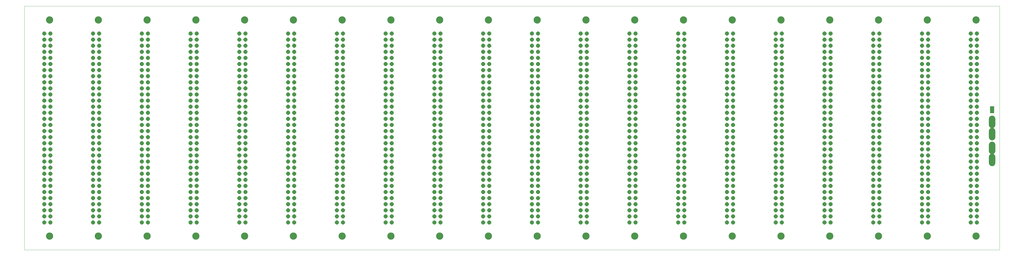
<source format=gts>
G75*
%MOIN*%
%OFA0B0*%
%FSLAX25Y25*%
%IPPOS*%
%LPD*%
%AMOC8*
5,1,8,0,0,1.08239X$1,22.5*
%
%ADD10C,0.00000*%
%ADD11OC8,0.06400*%
%ADD12C,0.11800*%
%ADD13R,0.07200X0.00600*%
%ADD14R,0.07100X0.05400*%
%ADD15C,0.10643*%
%ADD16C,0.10800*%
D10*
X0001300Y0001300D02*
X0001300Y0401300D01*
X1601300Y0401300D01*
X1601300Y0001300D01*
X0001300Y0001300D01*
X0037100Y0024100D02*
X0037102Y0024248D01*
X0037108Y0024396D01*
X0037118Y0024544D01*
X0037132Y0024692D01*
X0037150Y0024839D01*
X0037172Y0024986D01*
X0037198Y0025132D01*
X0037227Y0025277D01*
X0037261Y0025422D01*
X0037299Y0025565D01*
X0037340Y0025708D01*
X0037385Y0025849D01*
X0037435Y0025989D01*
X0037487Y0026127D01*
X0037544Y0026265D01*
X0037604Y0026400D01*
X0037668Y0026534D01*
X0037735Y0026666D01*
X0037806Y0026796D01*
X0037881Y0026925D01*
X0037959Y0027051D01*
X0038040Y0027175D01*
X0038124Y0027297D01*
X0038212Y0027416D01*
X0038303Y0027533D01*
X0038397Y0027648D01*
X0038495Y0027760D01*
X0038595Y0027869D01*
X0038698Y0027976D01*
X0038804Y0028080D01*
X0038912Y0028181D01*
X0039024Y0028279D01*
X0039138Y0028374D01*
X0039254Y0028465D01*
X0039373Y0028554D01*
X0039494Y0028639D01*
X0039618Y0028721D01*
X0039744Y0028800D01*
X0039871Y0028875D01*
X0040001Y0028947D01*
X0040133Y0029016D01*
X0040266Y0029080D01*
X0040401Y0029141D01*
X0040538Y0029199D01*
X0040676Y0029253D01*
X0040816Y0029303D01*
X0040957Y0029349D01*
X0041099Y0029391D01*
X0041242Y0029430D01*
X0041386Y0029464D01*
X0041532Y0029495D01*
X0041677Y0029522D01*
X0041824Y0029545D01*
X0041971Y0029564D01*
X0042119Y0029579D01*
X0042266Y0029590D01*
X0042415Y0029597D01*
X0042563Y0029600D01*
X0042711Y0029599D01*
X0042859Y0029594D01*
X0043007Y0029585D01*
X0043155Y0029572D01*
X0043303Y0029555D01*
X0043449Y0029534D01*
X0043596Y0029509D01*
X0043741Y0029480D01*
X0043886Y0029448D01*
X0044029Y0029411D01*
X0044172Y0029371D01*
X0044314Y0029326D01*
X0044454Y0029278D01*
X0044593Y0029226D01*
X0044730Y0029171D01*
X0044866Y0029111D01*
X0045001Y0029048D01*
X0045133Y0028982D01*
X0045264Y0028912D01*
X0045393Y0028838D01*
X0045519Y0028761D01*
X0045644Y0028681D01*
X0045766Y0028597D01*
X0045887Y0028510D01*
X0046004Y0028420D01*
X0046120Y0028326D01*
X0046232Y0028230D01*
X0046342Y0028131D01*
X0046450Y0028028D01*
X0046554Y0027923D01*
X0046656Y0027815D01*
X0046754Y0027704D01*
X0046850Y0027591D01*
X0046943Y0027475D01*
X0047032Y0027357D01*
X0047118Y0027236D01*
X0047201Y0027113D01*
X0047281Y0026988D01*
X0047357Y0026861D01*
X0047430Y0026731D01*
X0047499Y0026600D01*
X0047564Y0026467D01*
X0047627Y0026333D01*
X0047685Y0026196D01*
X0047740Y0026058D01*
X0047790Y0025919D01*
X0047838Y0025778D01*
X0047881Y0025637D01*
X0047921Y0025494D01*
X0047956Y0025350D01*
X0047988Y0025205D01*
X0048016Y0025059D01*
X0048040Y0024913D01*
X0048060Y0024766D01*
X0048076Y0024618D01*
X0048088Y0024471D01*
X0048096Y0024322D01*
X0048100Y0024174D01*
X0048100Y0024026D01*
X0048096Y0023878D01*
X0048088Y0023729D01*
X0048076Y0023582D01*
X0048060Y0023434D01*
X0048040Y0023287D01*
X0048016Y0023141D01*
X0047988Y0022995D01*
X0047956Y0022850D01*
X0047921Y0022706D01*
X0047881Y0022563D01*
X0047838Y0022422D01*
X0047790Y0022281D01*
X0047740Y0022142D01*
X0047685Y0022004D01*
X0047627Y0021867D01*
X0047564Y0021733D01*
X0047499Y0021600D01*
X0047430Y0021469D01*
X0047357Y0021339D01*
X0047281Y0021212D01*
X0047201Y0021087D01*
X0047118Y0020964D01*
X0047032Y0020843D01*
X0046943Y0020725D01*
X0046850Y0020609D01*
X0046754Y0020496D01*
X0046656Y0020385D01*
X0046554Y0020277D01*
X0046450Y0020172D01*
X0046342Y0020069D01*
X0046232Y0019970D01*
X0046120Y0019874D01*
X0046004Y0019780D01*
X0045887Y0019690D01*
X0045766Y0019603D01*
X0045644Y0019519D01*
X0045519Y0019439D01*
X0045393Y0019362D01*
X0045264Y0019288D01*
X0045133Y0019218D01*
X0045001Y0019152D01*
X0044866Y0019089D01*
X0044730Y0019029D01*
X0044593Y0018974D01*
X0044454Y0018922D01*
X0044314Y0018874D01*
X0044172Y0018829D01*
X0044029Y0018789D01*
X0043886Y0018752D01*
X0043741Y0018720D01*
X0043596Y0018691D01*
X0043449Y0018666D01*
X0043303Y0018645D01*
X0043155Y0018628D01*
X0043007Y0018615D01*
X0042859Y0018606D01*
X0042711Y0018601D01*
X0042563Y0018600D01*
X0042415Y0018603D01*
X0042266Y0018610D01*
X0042119Y0018621D01*
X0041971Y0018636D01*
X0041824Y0018655D01*
X0041677Y0018678D01*
X0041532Y0018705D01*
X0041386Y0018736D01*
X0041242Y0018770D01*
X0041099Y0018809D01*
X0040957Y0018851D01*
X0040816Y0018897D01*
X0040676Y0018947D01*
X0040538Y0019001D01*
X0040401Y0019059D01*
X0040266Y0019120D01*
X0040133Y0019184D01*
X0040001Y0019253D01*
X0039871Y0019325D01*
X0039744Y0019400D01*
X0039618Y0019479D01*
X0039494Y0019561D01*
X0039373Y0019646D01*
X0039254Y0019735D01*
X0039138Y0019826D01*
X0039024Y0019921D01*
X0038912Y0020019D01*
X0038804Y0020120D01*
X0038698Y0020224D01*
X0038595Y0020331D01*
X0038495Y0020440D01*
X0038397Y0020552D01*
X0038303Y0020667D01*
X0038212Y0020784D01*
X0038124Y0020903D01*
X0038040Y0021025D01*
X0037959Y0021149D01*
X0037881Y0021275D01*
X0037806Y0021404D01*
X0037735Y0021534D01*
X0037668Y0021666D01*
X0037604Y0021800D01*
X0037544Y0021935D01*
X0037487Y0022073D01*
X0037435Y0022211D01*
X0037385Y0022351D01*
X0037340Y0022492D01*
X0037299Y0022635D01*
X0037261Y0022778D01*
X0037227Y0022923D01*
X0037198Y0023068D01*
X0037172Y0023214D01*
X0037150Y0023361D01*
X0037132Y0023508D01*
X0037118Y0023656D01*
X0037108Y0023804D01*
X0037102Y0023952D01*
X0037100Y0024100D01*
X0117100Y0024100D02*
X0117102Y0024248D01*
X0117108Y0024396D01*
X0117118Y0024544D01*
X0117132Y0024692D01*
X0117150Y0024839D01*
X0117172Y0024986D01*
X0117198Y0025132D01*
X0117227Y0025277D01*
X0117261Y0025422D01*
X0117299Y0025565D01*
X0117340Y0025708D01*
X0117385Y0025849D01*
X0117435Y0025989D01*
X0117487Y0026127D01*
X0117544Y0026265D01*
X0117604Y0026400D01*
X0117668Y0026534D01*
X0117735Y0026666D01*
X0117806Y0026796D01*
X0117881Y0026925D01*
X0117959Y0027051D01*
X0118040Y0027175D01*
X0118124Y0027297D01*
X0118212Y0027416D01*
X0118303Y0027533D01*
X0118397Y0027648D01*
X0118495Y0027760D01*
X0118595Y0027869D01*
X0118698Y0027976D01*
X0118804Y0028080D01*
X0118912Y0028181D01*
X0119024Y0028279D01*
X0119138Y0028374D01*
X0119254Y0028465D01*
X0119373Y0028554D01*
X0119494Y0028639D01*
X0119618Y0028721D01*
X0119744Y0028800D01*
X0119871Y0028875D01*
X0120001Y0028947D01*
X0120133Y0029016D01*
X0120266Y0029080D01*
X0120401Y0029141D01*
X0120538Y0029199D01*
X0120676Y0029253D01*
X0120816Y0029303D01*
X0120957Y0029349D01*
X0121099Y0029391D01*
X0121242Y0029430D01*
X0121386Y0029464D01*
X0121532Y0029495D01*
X0121677Y0029522D01*
X0121824Y0029545D01*
X0121971Y0029564D01*
X0122119Y0029579D01*
X0122266Y0029590D01*
X0122415Y0029597D01*
X0122563Y0029600D01*
X0122711Y0029599D01*
X0122859Y0029594D01*
X0123007Y0029585D01*
X0123155Y0029572D01*
X0123303Y0029555D01*
X0123449Y0029534D01*
X0123596Y0029509D01*
X0123741Y0029480D01*
X0123886Y0029448D01*
X0124029Y0029411D01*
X0124172Y0029371D01*
X0124314Y0029326D01*
X0124454Y0029278D01*
X0124593Y0029226D01*
X0124730Y0029171D01*
X0124866Y0029111D01*
X0125001Y0029048D01*
X0125133Y0028982D01*
X0125264Y0028912D01*
X0125393Y0028838D01*
X0125519Y0028761D01*
X0125644Y0028681D01*
X0125766Y0028597D01*
X0125887Y0028510D01*
X0126004Y0028420D01*
X0126120Y0028326D01*
X0126232Y0028230D01*
X0126342Y0028131D01*
X0126450Y0028028D01*
X0126554Y0027923D01*
X0126656Y0027815D01*
X0126754Y0027704D01*
X0126850Y0027591D01*
X0126943Y0027475D01*
X0127032Y0027357D01*
X0127118Y0027236D01*
X0127201Y0027113D01*
X0127281Y0026988D01*
X0127357Y0026861D01*
X0127430Y0026731D01*
X0127499Y0026600D01*
X0127564Y0026467D01*
X0127627Y0026333D01*
X0127685Y0026196D01*
X0127740Y0026058D01*
X0127790Y0025919D01*
X0127838Y0025778D01*
X0127881Y0025637D01*
X0127921Y0025494D01*
X0127956Y0025350D01*
X0127988Y0025205D01*
X0128016Y0025059D01*
X0128040Y0024913D01*
X0128060Y0024766D01*
X0128076Y0024618D01*
X0128088Y0024471D01*
X0128096Y0024322D01*
X0128100Y0024174D01*
X0128100Y0024026D01*
X0128096Y0023878D01*
X0128088Y0023729D01*
X0128076Y0023582D01*
X0128060Y0023434D01*
X0128040Y0023287D01*
X0128016Y0023141D01*
X0127988Y0022995D01*
X0127956Y0022850D01*
X0127921Y0022706D01*
X0127881Y0022563D01*
X0127838Y0022422D01*
X0127790Y0022281D01*
X0127740Y0022142D01*
X0127685Y0022004D01*
X0127627Y0021867D01*
X0127564Y0021733D01*
X0127499Y0021600D01*
X0127430Y0021469D01*
X0127357Y0021339D01*
X0127281Y0021212D01*
X0127201Y0021087D01*
X0127118Y0020964D01*
X0127032Y0020843D01*
X0126943Y0020725D01*
X0126850Y0020609D01*
X0126754Y0020496D01*
X0126656Y0020385D01*
X0126554Y0020277D01*
X0126450Y0020172D01*
X0126342Y0020069D01*
X0126232Y0019970D01*
X0126120Y0019874D01*
X0126004Y0019780D01*
X0125887Y0019690D01*
X0125766Y0019603D01*
X0125644Y0019519D01*
X0125519Y0019439D01*
X0125393Y0019362D01*
X0125264Y0019288D01*
X0125133Y0019218D01*
X0125001Y0019152D01*
X0124866Y0019089D01*
X0124730Y0019029D01*
X0124593Y0018974D01*
X0124454Y0018922D01*
X0124314Y0018874D01*
X0124172Y0018829D01*
X0124029Y0018789D01*
X0123886Y0018752D01*
X0123741Y0018720D01*
X0123596Y0018691D01*
X0123449Y0018666D01*
X0123303Y0018645D01*
X0123155Y0018628D01*
X0123007Y0018615D01*
X0122859Y0018606D01*
X0122711Y0018601D01*
X0122563Y0018600D01*
X0122415Y0018603D01*
X0122266Y0018610D01*
X0122119Y0018621D01*
X0121971Y0018636D01*
X0121824Y0018655D01*
X0121677Y0018678D01*
X0121532Y0018705D01*
X0121386Y0018736D01*
X0121242Y0018770D01*
X0121099Y0018809D01*
X0120957Y0018851D01*
X0120816Y0018897D01*
X0120676Y0018947D01*
X0120538Y0019001D01*
X0120401Y0019059D01*
X0120266Y0019120D01*
X0120133Y0019184D01*
X0120001Y0019253D01*
X0119871Y0019325D01*
X0119744Y0019400D01*
X0119618Y0019479D01*
X0119494Y0019561D01*
X0119373Y0019646D01*
X0119254Y0019735D01*
X0119138Y0019826D01*
X0119024Y0019921D01*
X0118912Y0020019D01*
X0118804Y0020120D01*
X0118698Y0020224D01*
X0118595Y0020331D01*
X0118495Y0020440D01*
X0118397Y0020552D01*
X0118303Y0020667D01*
X0118212Y0020784D01*
X0118124Y0020903D01*
X0118040Y0021025D01*
X0117959Y0021149D01*
X0117881Y0021275D01*
X0117806Y0021404D01*
X0117735Y0021534D01*
X0117668Y0021666D01*
X0117604Y0021800D01*
X0117544Y0021935D01*
X0117487Y0022073D01*
X0117435Y0022211D01*
X0117385Y0022351D01*
X0117340Y0022492D01*
X0117299Y0022635D01*
X0117261Y0022778D01*
X0117227Y0022923D01*
X0117198Y0023068D01*
X0117172Y0023214D01*
X0117150Y0023361D01*
X0117132Y0023508D01*
X0117118Y0023656D01*
X0117108Y0023804D01*
X0117102Y0023952D01*
X0117100Y0024100D01*
X0197100Y0024100D02*
X0197102Y0024248D01*
X0197108Y0024396D01*
X0197118Y0024544D01*
X0197132Y0024692D01*
X0197150Y0024839D01*
X0197172Y0024986D01*
X0197198Y0025132D01*
X0197227Y0025277D01*
X0197261Y0025422D01*
X0197299Y0025565D01*
X0197340Y0025708D01*
X0197385Y0025849D01*
X0197435Y0025989D01*
X0197487Y0026127D01*
X0197544Y0026265D01*
X0197604Y0026400D01*
X0197668Y0026534D01*
X0197735Y0026666D01*
X0197806Y0026796D01*
X0197881Y0026925D01*
X0197959Y0027051D01*
X0198040Y0027175D01*
X0198124Y0027297D01*
X0198212Y0027416D01*
X0198303Y0027533D01*
X0198397Y0027648D01*
X0198495Y0027760D01*
X0198595Y0027869D01*
X0198698Y0027976D01*
X0198804Y0028080D01*
X0198912Y0028181D01*
X0199024Y0028279D01*
X0199138Y0028374D01*
X0199254Y0028465D01*
X0199373Y0028554D01*
X0199494Y0028639D01*
X0199618Y0028721D01*
X0199744Y0028800D01*
X0199871Y0028875D01*
X0200001Y0028947D01*
X0200133Y0029016D01*
X0200266Y0029080D01*
X0200401Y0029141D01*
X0200538Y0029199D01*
X0200676Y0029253D01*
X0200816Y0029303D01*
X0200957Y0029349D01*
X0201099Y0029391D01*
X0201242Y0029430D01*
X0201386Y0029464D01*
X0201532Y0029495D01*
X0201677Y0029522D01*
X0201824Y0029545D01*
X0201971Y0029564D01*
X0202119Y0029579D01*
X0202266Y0029590D01*
X0202415Y0029597D01*
X0202563Y0029600D01*
X0202711Y0029599D01*
X0202859Y0029594D01*
X0203007Y0029585D01*
X0203155Y0029572D01*
X0203303Y0029555D01*
X0203449Y0029534D01*
X0203596Y0029509D01*
X0203741Y0029480D01*
X0203886Y0029448D01*
X0204029Y0029411D01*
X0204172Y0029371D01*
X0204314Y0029326D01*
X0204454Y0029278D01*
X0204593Y0029226D01*
X0204730Y0029171D01*
X0204866Y0029111D01*
X0205001Y0029048D01*
X0205133Y0028982D01*
X0205264Y0028912D01*
X0205393Y0028838D01*
X0205519Y0028761D01*
X0205644Y0028681D01*
X0205766Y0028597D01*
X0205887Y0028510D01*
X0206004Y0028420D01*
X0206120Y0028326D01*
X0206232Y0028230D01*
X0206342Y0028131D01*
X0206450Y0028028D01*
X0206554Y0027923D01*
X0206656Y0027815D01*
X0206754Y0027704D01*
X0206850Y0027591D01*
X0206943Y0027475D01*
X0207032Y0027357D01*
X0207118Y0027236D01*
X0207201Y0027113D01*
X0207281Y0026988D01*
X0207357Y0026861D01*
X0207430Y0026731D01*
X0207499Y0026600D01*
X0207564Y0026467D01*
X0207627Y0026333D01*
X0207685Y0026196D01*
X0207740Y0026058D01*
X0207790Y0025919D01*
X0207838Y0025778D01*
X0207881Y0025637D01*
X0207921Y0025494D01*
X0207956Y0025350D01*
X0207988Y0025205D01*
X0208016Y0025059D01*
X0208040Y0024913D01*
X0208060Y0024766D01*
X0208076Y0024618D01*
X0208088Y0024471D01*
X0208096Y0024322D01*
X0208100Y0024174D01*
X0208100Y0024026D01*
X0208096Y0023878D01*
X0208088Y0023729D01*
X0208076Y0023582D01*
X0208060Y0023434D01*
X0208040Y0023287D01*
X0208016Y0023141D01*
X0207988Y0022995D01*
X0207956Y0022850D01*
X0207921Y0022706D01*
X0207881Y0022563D01*
X0207838Y0022422D01*
X0207790Y0022281D01*
X0207740Y0022142D01*
X0207685Y0022004D01*
X0207627Y0021867D01*
X0207564Y0021733D01*
X0207499Y0021600D01*
X0207430Y0021469D01*
X0207357Y0021339D01*
X0207281Y0021212D01*
X0207201Y0021087D01*
X0207118Y0020964D01*
X0207032Y0020843D01*
X0206943Y0020725D01*
X0206850Y0020609D01*
X0206754Y0020496D01*
X0206656Y0020385D01*
X0206554Y0020277D01*
X0206450Y0020172D01*
X0206342Y0020069D01*
X0206232Y0019970D01*
X0206120Y0019874D01*
X0206004Y0019780D01*
X0205887Y0019690D01*
X0205766Y0019603D01*
X0205644Y0019519D01*
X0205519Y0019439D01*
X0205393Y0019362D01*
X0205264Y0019288D01*
X0205133Y0019218D01*
X0205001Y0019152D01*
X0204866Y0019089D01*
X0204730Y0019029D01*
X0204593Y0018974D01*
X0204454Y0018922D01*
X0204314Y0018874D01*
X0204172Y0018829D01*
X0204029Y0018789D01*
X0203886Y0018752D01*
X0203741Y0018720D01*
X0203596Y0018691D01*
X0203449Y0018666D01*
X0203303Y0018645D01*
X0203155Y0018628D01*
X0203007Y0018615D01*
X0202859Y0018606D01*
X0202711Y0018601D01*
X0202563Y0018600D01*
X0202415Y0018603D01*
X0202266Y0018610D01*
X0202119Y0018621D01*
X0201971Y0018636D01*
X0201824Y0018655D01*
X0201677Y0018678D01*
X0201532Y0018705D01*
X0201386Y0018736D01*
X0201242Y0018770D01*
X0201099Y0018809D01*
X0200957Y0018851D01*
X0200816Y0018897D01*
X0200676Y0018947D01*
X0200538Y0019001D01*
X0200401Y0019059D01*
X0200266Y0019120D01*
X0200133Y0019184D01*
X0200001Y0019253D01*
X0199871Y0019325D01*
X0199744Y0019400D01*
X0199618Y0019479D01*
X0199494Y0019561D01*
X0199373Y0019646D01*
X0199254Y0019735D01*
X0199138Y0019826D01*
X0199024Y0019921D01*
X0198912Y0020019D01*
X0198804Y0020120D01*
X0198698Y0020224D01*
X0198595Y0020331D01*
X0198495Y0020440D01*
X0198397Y0020552D01*
X0198303Y0020667D01*
X0198212Y0020784D01*
X0198124Y0020903D01*
X0198040Y0021025D01*
X0197959Y0021149D01*
X0197881Y0021275D01*
X0197806Y0021404D01*
X0197735Y0021534D01*
X0197668Y0021666D01*
X0197604Y0021800D01*
X0197544Y0021935D01*
X0197487Y0022073D01*
X0197435Y0022211D01*
X0197385Y0022351D01*
X0197340Y0022492D01*
X0197299Y0022635D01*
X0197261Y0022778D01*
X0197227Y0022923D01*
X0197198Y0023068D01*
X0197172Y0023214D01*
X0197150Y0023361D01*
X0197132Y0023508D01*
X0197118Y0023656D01*
X0197108Y0023804D01*
X0197102Y0023952D01*
X0197100Y0024100D01*
X0277100Y0024100D02*
X0277102Y0024248D01*
X0277108Y0024396D01*
X0277118Y0024544D01*
X0277132Y0024692D01*
X0277150Y0024839D01*
X0277172Y0024986D01*
X0277198Y0025132D01*
X0277227Y0025277D01*
X0277261Y0025422D01*
X0277299Y0025565D01*
X0277340Y0025708D01*
X0277385Y0025849D01*
X0277435Y0025989D01*
X0277487Y0026127D01*
X0277544Y0026265D01*
X0277604Y0026400D01*
X0277668Y0026534D01*
X0277735Y0026666D01*
X0277806Y0026796D01*
X0277881Y0026925D01*
X0277959Y0027051D01*
X0278040Y0027175D01*
X0278124Y0027297D01*
X0278212Y0027416D01*
X0278303Y0027533D01*
X0278397Y0027648D01*
X0278495Y0027760D01*
X0278595Y0027869D01*
X0278698Y0027976D01*
X0278804Y0028080D01*
X0278912Y0028181D01*
X0279024Y0028279D01*
X0279138Y0028374D01*
X0279254Y0028465D01*
X0279373Y0028554D01*
X0279494Y0028639D01*
X0279618Y0028721D01*
X0279744Y0028800D01*
X0279871Y0028875D01*
X0280001Y0028947D01*
X0280133Y0029016D01*
X0280266Y0029080D01*
X0280401Y0029141D01*
X0280538Y0029199D01*
X0280676Y0029253D01*
X0280816Y0029303D01*
X0280957Y0029349D01*
X0281099Y0029391D01*
X0281242Y0029430D01*
X0281386Y0029464D01*
X0281532Y0029495D01*
X0281677Y0029522D01*
X0281824Y0029545D01*
X0281971Y0029564D01*
X0282119Y0029579D01*
X0282266Y0029590D01*
X0282415Y0029597D01*
X0282563Y0029600D01*
X0282711Y0029599D01*
X0282859Y0029594D01*
X0283007Y0029585D01*
X0283155Y0029572D01*
X0283303Y0029555D01*
X0283449Y0029534D01*
X0283596Y0029509D01*
X0283741Y0029480D01*
X0283886Y0029448D01*
X0284029Y0029411D01*
X0284172Y0029371D01*
X0284314Y0029326D01*
X0284454Y0029278D01*
X0284593Y0029226D01*
X0284730Y0029171D01*
X0284866Y0029111D01*
X0285001Y0029048D01*
X0285133Y0028982D01*
X0285264Y0028912D01*
X0285393Y0028838D01*
X0285519Y0028761D01*
X0285644Y0028681D01*
X0285766Y0028597D01*
X0285887Y0028510D01*
X0286004Y0028420D01*
X0286120Y0028326D01*
X0286232Y0028230D01*
X0286342Y0028131D01*
X0286450Y0028028D01*
X0286554Y0027923D01*
X0286656Y0027815D01*
X0286754Y0027704D01*
X0286850Y0027591D01*
X0286943Y0027475D01*
X0287032Y0027357D01*
X0287118Y0027236D01*
X0287201Y0027113D01*
X0287281Y0026988D01*
X0287357Y0026861D01*
X0287430Y0026731D01*
X0287499Y0026600D01*
X0287564Y0026467D01*
X0287627Y0026333D01*
X0287685Y0026196D01*
X0287740Y0026058D01*
X0287790Y0025919D01*
X0287838Y0025778D01*
X0287881Y0025637D01*
X0287921Y0025494D01*
X0287956Y0025350D01*
X0287988Y0025205D01*
X0288016Y0025059D01*
X0288040Y0024913D01*
X0288060Y0024766D01*
X0288076Y0024618D01*
X0288088Y0024471D01*
X0288096Y0024322D01*
X0288100Y0024174D01*
X0288100Y0024026D01*
X0288096Y0023878D01*
X0288088Y0023729D01*
X0288076Y0023582D01*
X0288060Y0023434D01*
X0288040Y0023287D01*
X0288016Y0023141D01*
X0287988Y0022995D01*
X0287956Y0022850D01*
X0287921Y0022706D01*
X0287881Y0022563D01*
X0287838Y0022422D01*
X0287790Y0022281D01*
X0287740Y0022142D01*
X0287685Y0022004D01*
X0287627Y0021867D01*
X0287564Y0021733D01*
X0287499Y0021600D01*
X0287430Y0021469D01*
X0287357Y0021339D01*
X0287281Y0021212D01*
X0287201Y0021087D01*
X0287118Y0020964D01*
X0287032Y0020843D01*
X0286943Y0020725D01*
X0286850Y0020609D01*
X0286754Y0020496D01*
X0286656Y0020385D01*
X0286554Y0020277D01*
X0286450Y0020172D01*
X0286342Y0020069D01*
X0286232Y0019970D01*
X0286120Y0019874D01*
X0286004Y0019780D01*
X0285887Y0019690D01*
X0285766Y0019603D01*
X0285644Y0019519D01*
X0285519Y0019439D01*
X0285393Y0019362D01*
X0285264Y0019288D01*
X0285133Y0019218D01*
X0285001Y0019152D01*
X0284866Y0019089D01*
X0284730Y0019029D01*
X0284593Y0018974D01*
X0284454Y0018922D01*
X0284314Y0018874D01*
X0284172Y0018829D01*
X0284029Y0018789D01*
X0283886Y0018752D01*
X0283741Y0018720D01*
X0283596Y0018691D01*
X0283449Y0018666D01*
X0283303Y0018645D01*
X0283155Y0018628D01*
X0283007Y0018615D01*
X0282859Y0018606D01*
X0282711Y0018601D01*
X0282563Y0018600D01*
X0282415Y0018603D01*
X0282266Y0018610D01*
X0282119Y0018621D01*
X0281971Y0018636D01*
X0281824Y0018655D01*
X0281677Y0018678D01*
X0281532Y0018705D01*
X0281386Y0018736D01*
X0281242Y0018770D01*
X0281099Y0018809D01*
X0280957Y0018851D01*
X0280816Y0018897D01*
X0280676Y0018947D01*
X0280538Y0019001D01*
X0280401Y0019059D01*
X0280266Y0019120D01*
X0280133Y0019184D01*
X0280001Y0019253D01*
X0279871Y0019325D01*
X0279744Y0019400D01*
X0279618Y0019479D01*
X0279494Y0019561D01*
X0279373Y0019646D01*
X0279254Y0019735D01*
X0279138Y0019826D01*
X0279024Y0019921D01*
X0278912Y0020019D01*
X0278804Y0020120D01*
X0278698Y0020224D01*
X0278595Y0020331D01*
X0278495Y0020440D01*
X0278397Y0020552D01*
X0278303Y0020667D01*
X0278212Y0020784D01*
X0278124Y0020903D01*
X0278040Y0021025D01*
X0277959Y0021149D01*
X0277881Y0021275D01*
X0277806Y0021404D01*
X0277735Y0021534D01*
X0277668Y0021666D01*
X0277604Y0021800D01*
X0277544Y0021935D01*
X0277487Y0022073D01*
X0277435Y0022211D01*
X0277385Y0022351D01*
X0277340Y0022492D01*
X0277299Y0022635D01*
X0277261Y0022778D01*
X0277227Y0022923D01*
X0277198Y0023068D01*
X0277172Y0023214D01*
X0277150Y0023361D01*
X0277132Y0023508D01*
X0277118Y0023656D01*
X0277108Y0023804D01*
X0277102Y0023952D01*
X0277100Y0024100D01*
X0357100Y0024100D02*
X0357102Y0024248D01*
X0357108Y0024396D01*
X0357118Y0024544D01*
X0357132Y0024692D01*
X0357150Y0024839D01*
X0357172Y0024986D01*
X0357198Y0025132D01*
X0357227Y0025277D01*
X0357261Y0025422D01*
X0357299Y0025565D01*
X0357340Y0025708D01*
X0357385Y0025849D01*
X0357435Y0025989D01*
X0357487Y0026127D01*
X0357544Y0026265D01*
X0357604Y0026400D01*
X0357668Y0026534D01*
X0357735Y0026666D01*
X0357806Y0026796D01*
X0357881Y0026925D01*
X0357959Y0027051D01*
X0358040Y0027175D01*
X0358124Y0027297D01*
X0358212Y0027416D01*
X0358303Y0027533D01*
X0358397Y0027648D01*
X0358495Y0027760D01*
X0358595Y0027869D01*
X0358698Y0027976D01*
X0358804Y0028080D01*
X0358912Y0028181D01*
X0359024Y0028279D01*
X0359138Y0028374D01*
X0359254Y0028465D01*
X0359373Y0028554D01*
X0359494Y0028639D01*
X0359618Y0028721D01*
X0359744Y0028800D01*
X0359871Y0028875D01*
X0360001Y0028947D01*
X0360133Y0029016D01*
X0360266Y0029080D01*
X0360401Y0029141D01*
X0360538Y0029199D01*
X0360676Y0029253D01*
X0360816Y0029303D01*
X0360957Y0029349D01*
X0361099Y0029391D01*
X0361242Y0029430D01*
X0361386Y0029464D01*
X0361532Y0029495D01*
X0361677Y0029522D01*
X0361824Y0029545D01*
X0361971Y0029564D01*
X0362119Y0029579D01*
X0362266Y0029590D01*
X0362415Y0029597D01*
X0362563Y0029600D01*
X0362711Y0029599D01*
X0362859Y0029594D01*
X0363007Y0029585D01*
X0363155Y0029572D01*
X0363303Y0029555D01*
X0363449Y0029534D01*
X0363596Y0029509D01*
X0363741Y0029480D01*
X0363886Y0029448D01*
X0364029Y0029411D01*
X0364172Y0029371D01*
X0364314Y0029326D01*
X0364454Y0029278D01*
X0364593Y0029226D01*
X0364730Y0029171D01*
X0364866Y0029111D01*
X0365001Y0029048D01*
X0365133Y0028982D01*
X0365264Y0028912D01*
X0365393Y0028838D01*
X0365519Y0028761D01*
X0365644Y0028681D01*
X0365766Y0028597D01*
X0365887Y0028510D01*
X0366004Y0028420D01*
X0366120Y0028326D01*
X0366232Y0028230D01*
X0366342Y0028131D01*
X0366450Y0028028D01*
X0366554Y0027923D01*
X0366656Y0027815D01*
X0366754Y0027704D01*
X0366850Y0027591D01*
X0366943Y0027475D01*
X0367032Y0027357D01*
X0367118Y0027236D01*
X0367201Y0027113D01*
X0367281Y0026988D01*
X0367357Y0026861D01*
X0367430Y0026731D01*
X0367499Y0026600D01*
X0367564Y0026467D01*
X0367627Y0026333D01*
X0367685Y0026196D01*
X0367740Y0026058D01*
X0367790Y0025919D01*
X0367838Y0025778D01*
X0367881Y0025637D01*
X0367921Y0025494D01*
X0367956Y0025350D01*
X0367988Y0025205D01*
X0368016Y0025059D01*
X0368040Y0024913D01*
X0368060Y0024766D01*
X0368076Y0024618D01*
X0368088Y0024471D01*
X0368096Y0024322D01*
X0368100Y0024174D01*
X0368100Y0024026D01*
X0368096Y0023878D01*
X0368088Y0023729D01*
X0368076Y0023582D01*
X0368060Y0023434D01*
X0368040Y0023287D01*
X0368016Y0023141D01*
X0367988Y0022995D01*
X0367956Y0022850D01*
X0367921Y0022706D01*
X0367881Y0022563D01*
X0367838Y0022422D01*
X0367790Y0022281D01*
X0367740Y0022142D01*
X0367685Y0022004D01*
X0367627Y0021867D01*
X0367564Y0021733D01*
X0367499Y0021600D01*
X0367430Y0021469D01*
X0367357Y0021339D01*
X0367281Y0021212D01*
X0367201Y0021087D01*
X0367118Y0020964D01*
X0367032Y0020843D01*
X0366943Y0020725D01*
X0366850Y0020609D01*
X0366754Y0020496D01*
X0366656Y0020385D01*
X0366554Y0020277D01*
X0366450Y0020172D01*
X0366342Y0020069D01*
X0366232Y0019970D01*
X0366120Y0019874D01*
X0366004Y0019780D01*
X0365887Y0019690D01*
X0365766Y0019603D01*
X0365644Y0019519D01*
X0365519Y0019439D01*
X0365393Y0019362D01*
X0365264Y0019288D01*
X0365133Y0019218D01*
X0365001Y0019152D01*
X0364866Y0019089D01*
X0364730Y0019029D01*
X0364593Y0018974D01*
X0364454Y0018922D01*
X0364314Y0018874D01*
X0364172Y0018829D01*
X0364029Y0018789D01*
X0363886Y0018752D01*
X0363741Y0018720D01*
X0363596Y0018691D01*
X0363449Y0018666D01*
X0363303Y0018645D01*
X0363155Y0018628D01*
X0363007Y0018615D01*
X0362859Y0018606D01*
X0362711Y0018601D01*
X0362563Y0018600D01*
X0362415Y0018603D01*
X0362266Y0018610D01*
X0362119Y0018621D01*
X0361971Y0018636D01*
X0361824Y0018655D01*
X0361677Y0018678D01*
X0361532Y0018705D01*
X0361386Y0018736D01*
X0361242Y0018770D01*
X0361099Y0018809D01*
X0360957Y0018851D01*
X0360816Y0018897D01*
X0360676Y0018947D01*
X0360538Y0019001D01*
X0360401Y0019059D01*
X0360266Y0019120D01*
X0360133Y0019184D01*
X0360001Y0019253D01*
X0359871Y0019325D01*
X0359744Y0019400D01*
X0359618Y0019479D01*
X0359494Y0019561D01*
X0359373Y0019646D01*
X0359254Y0019735D01*
X0359138Y0019826D01*
X0359024Y0019921D01*
X0358912Y0020019D01*
X0358804Y0020120D01*
X0358698Y0020224D01*
X0358595Y0020331D01*
X0358495Y0020440D01*
X0358397Y0020552D01*
X0358303Y0020667D01*
X0358212Y0020784D01*
X0358124Y0020903D01*
X0358040Y0021025D01*
X0357959Y0021149D01*
X0357881Y0021275D01*
X0357806Y0021404D01*
X0357735Y0021534D01*
X0357668Y0021666D01*
X0357604Y0021800D01*
X0357544Y0021935D01*
X0357487Y0022073D01*
X0357435Y0022211D01*
X0357385Y0022351D01*
X0357340Y0022492D01*
X0357299Y0022635D01*
X0357261Y0022778D01*
X0357227Y0022923D01*
X0357198Y0023068D01*
X0357172Y0023214D01*
X0357150Y0023361D01*
X0357132Y0023508D01*
X0357118Y0023656D01*
X0357108Y0023804D01*
X0357102Y0023952D01*
X0357100Y0024100D01*
X0437100Y0024100D02*
X0437102Y0024248D01*
X0437108Y0024396D01*
X0437118Y0024544D01*
X0437132Y0024692D01*
X0437150Y0024839D01*
X0437172Y0024986D01*
X0437198Y0025132D01*
X0437227Y0025277D01*
X0437261Y0025422D01*
X0437299Y0025565D01*
X0437340Y0025708D01*
X0437385Y0025849D01*
X0437435Y0025989D01*
X0437487Y0026127D01*
X0437544Y0026265D01*
X0437604Y0026400D01*
X0437668Y0026534D01*
X0437735Y0026666D01*
X0437806Y0026796D01*
X0437881Y0026925D01*
X0437959Y0027051D01*
X0438040Y0027175D01*
X0438124Y0027297D01*
X0438212Y0027416D01*
X0438303Y0027533D01*
X0438397Y0027648D01*
X0438495Y0027760D01*
X0438595Y0027869D01*
X0438698Y0027976D01*
X0438804Y0028080D01*
X0438912Y0028181D01*
X0439024Y0028279D01*
X0439138Y0028374D01*
X0439254Y0028465D01*
X0439373Y0028554D01*
X0439494Y0028639D01*
X0439618Y0028721D01*
X0439744Y0028800D01*
X0439871Y0028875D01*
X0440001Y0028947D01*
X0440133Y0029016D01*
X0440266Y0029080D01*
X0440401Y0029141D01*
X0440538Y0029199D01*
X0440676Y0029253D01*
X0440816Y0029303D01*
X0440957Y0029349D01*
X0441099Y0029391D01*
X0441242Y0029430D01*
X0441386Y0029464D01*
X0441532Y0029495D01*
X0441677Y0029522D01*
X0441824Y0029545D01*
X0441971Y0029564D01*
X0442119Y0029579D01*
X0442266Y0029590D01*
X0442415Y0029597D01*
X0442563Y0029600D01*
X0442711Y0029599D01*
X0442859Y0029594D01*
X0443007Y0029585D01*
X0443155Y0029572D01*
X0443303Y0029555D01*
X0443449Y0029534D01*
X0443596Y0029509D01*
X0443741Y0029480D01*
X0443886Y0029448D01*
X0444029Y0029411D01*
X0444172Y0029371D01*
X0444314Y0029326D01*
X0444454Y0029278D01*
X0444593Y0029226D01*
X0444730Y0029171D01*
X0444866Y0029111D01*
X0445001Y0029048D01*
X0445133Y0028982D01*
X0445264Y0028912D01*
X0445393Y0028838D01*
X0445519Y0028761D01*
X0445644Y0028681D01*
X0445766Y0028597D01*
X0445887Y0028510D01*
X0446004Y0028420D01*
X0446120Y0028326D01*
X0446232Y0028230D01*
X0446342Y0028131D01*
X0446450Y0028028D01*
X0446554Y0027923D01*
X0446656Y0027815D01*
X0446754Y0027704D01*
X0446850Y0027591D01*
X0446943Y0027475D01*
X0447032Y0027357D01*
X0447118Y0027236D01*
X0447201Y0027113D01*
X0447281Y0026988D01*
X0447357Y0026861D01*
X0447430Y0026731D01*
X0447499Y0026600D01*
X0447564Y0026467D01*
X0447627Y0026333D01*
X0447685Y0026196D01*
X0447740Y0026058D01*
X0447790Y0025919D01*
X0447838Y0025778D01*
X0447881Y0025637D01*
X0447921Y0025494D01*
X0447956Y0025350D01*
X0447988Y0025205D01*
X0448016Y0025059D01*
X0448040Y0024913D01*
X0448060Y0024766D01*
X0448076Y0024618D01*
X0448088Y0024471D01*
X0448096Y0024322D01*
X0448100Y0024174D01*
X0448100Y0024026D01*
X0448096Y0023878D01*
X0448088Y0023729D01*
X0448076Y0023582D01*
X0448060Y0023434D01*
X0448040Y0023287D01*
X0448016Y0023141D01*
X0447988Y0022995D01*
X0447956Y0022850D01*
X0447921Y0022706D01*
X0447881Y0022563D01*
X0447838Y0022422D01*
X0447790Y0022281D01*
X0447740Y0022142D01*
X0447685Y0022004D01*
X0447627Y0021867D01*
X0447564Y0021733D01*
X0447499Y0021600D01*
X0447430Y0021469D01*
X0447357Y0021339D01*
X0447281Y0021212D01*
X0447201Y0021087D01*
X0447118Y0020964D01*
X0447032Y0020843D01*
X0446943Y0020725D01*
X0446850Y0020609D01*
X0446754Y0020496D01*
X0446656Y0020385D01*
X0446554Y0020277D01*
X0446450Y0020172D01*
X0446342Y0020069D01*
X0446232Y0019970D01*
X0446120Y0019874D01*
X0446004Y0019780D01*
X0445887Y0019690D01*
X0445766Y0019603D01*
X0445644Y0019519D01*
X0445519Y0019439D01*
X0445393Y0019362D01*
X0445264Y0019288D01*
X0445133Y0019218D01*
X0445001Y0019152D01*
X0444866Y0019089D01*
X0444730Y0019029D01*
X0444593Y0018974D01*
X0444454Y0018922D01*
X0444314Y0018874D01*
X0444172Y0018829D01*
X0444029Y0018789D01*
X0443886Y0018752D01*
X0443741Y0018720D01*
X0443596Y0018691D01*
X0443449Y0018666D01*
X0443303Y0018645D01*
X0443155Y0018628D01*
X0443007Y0018615D01*
X0442859Y0018606D01*
X0442711Y0018601D01*
X0442563Y0018600D01*
X0442415Y0018603D01*
X0442266Y0018610D01*
X0442119Y0018621D01*
X0441971Y0018636D01*
X0441824Y0018655D01*
X0441677Y0018678D01*
X0441532Y0018705D01*
X0441386Y0018736D01*
X0441242Y0018770D01*
X0441099Y0018809D01*
X0440957Y0018851D01*
X0440816Y0018897D01*
X0440676Y0018947D01*
X0440538Y0019001D01*
X0440401Y0019059D01*
X0440266Y0019120D01*
X0440133Y0019184D01*
X0440001Y0019253D01*
X0439871Y0019325D01*
X0439744Y0019400D01*
X0439618Y0019479D01*
X0439494Y0019561D01*
X0439373Y0019646D01*
X0439254Y0019735D01*
X0439138Y0019826D01*
X0439024Y0019921D01*
X0438912Y0020019D01*
X0438804Y0020120D01*
X0438698Y0020224D01*
X0438595Y0020331D01*
X0438495Y0020440D01*
X0438397Y0020552D01*
X0438303Y0020667D01*
X0438212Y0020784D01*
X0438124Y0020903D01*
X0438040Y0021025D01*
X0437959Y0021149D01*
X0437881Y0021275D01*
X0437806Y0021404D01*
X0437735Y0021534D01*
X0437668Y0021666D01*
X0437604Y0021800D01*
X0437544Y0021935D01*
X0437487Y0022073D01*
X0437435Y0022211D01*
X0437385Y0022351D01*
X0437340Y0022492D01*
X0437299Y0022635D01*
X0437261Y0022778D01*
X0437227Y0022923D01*
X0437198Y0023068D01*
X0437172Y0023214D01*
X0437150Y0023361D01*
X0437132Y0023508D01*
X0437118Y0023656D01*
X0437108Y0023804D01*
X0437102Y0023952D01*
X0437100Y0024100D01*
X0517100Y0024100D02*
X0517102Y0024248D01*
X0517108Y0024396D01*
X0517118Y0024544D01*
X0517132Y0024692D01*
X0517150Y0024839D01*
X0517172Y0024986D01*
X0517198Y0025132D01*
X0517227Y0025277D01*
X0517261Y0025422D01*
X0517299Y0025565D01*
X0517340Y0025708D01*
X0517385Y0025849D01*
X0517435Y0025989D01*
X0517487Y0026127D01*
X0517544Y0026265D01*
X0517604Y0026400D01*
X0517668Y0026534D01*
X0517735Y0026666D01*
X0517806Y0026796D01*
X0517881Y0026925D01*
X0517959Y0027051D01*
X0518040Y0027175D01*
X0518124Y0027297D01*
X0518212Y0027416D01*
X0518303Y0027533D01*
X0518397Y0027648D01*
X0518495Y0027760D01*
X0518595Y0027869D01*
X0518698Y0027976D01*
X0518804Y0028080D01*
X0518912Y0028181D01*
X0519024Y0028279D01*
X0519138Y0028374D01*
X0519254Y0028465D01*
X0519373Y0028554D01*
X0519494Y0028639D01*
X0519618Y0028721D01*
X0519744Y0028800D01*
X0519871Y0028875D01*
X0520001Y0028947D01*
X0520133Y0029016D01*
X0520266Y0029080D01*
X0520401Y0029141D01*
X0520538Y0029199D01*
X0520676Y0029253D01*
X0520816Y0029303D01*
X0520957Y0029349D01*
X0521099Y0029391D01*
X0521242Y0029430D01*
X0521386Y0029464D01*
X0521532Y0029495D01*
X0521677Y0029522D01*
X0521824Y0029545D01*
X0521971Y0029564D01*
X0522119Y0029579D01*
X0522266Y0029590D01*
X0522415Y0029597D01*
X0522563Y0029600D01*
X0522711Y0029599D01*
X0522859Y0029594D01*
X0523007Y0029585D01*
X0523155Y0029572D01*
X0523303Y0029555D01*
X0523449Y0029534D01*
X0523596Y0029509D01*
X0523741Y0029480D01*
X0523886Y0029448D01*
X0524029Y0029411D01*
X0524172Y0029371D01*
X0524314Y0029326D01*
X0524454Y0029278D01*
X0524593Y0029226D01*
X0524730Y0029171D01*
X0524866Y0029111D01*
X0525001Y0029048D01*
X0525133Y0028982D01*
X0525264Y0028912D01*
X0525393Y0028838D01*
X0525519Y0028761D01*
X0525644Y0028681D01*
X0525766Y0028597D01*
X0525887Y0028510D01*
X0526004Y0028420D01*
X0526120Y0028326D01*
X0526232Y0028230D01*
X0526342Y0028131D01*
X0526450Y0028028D01*
X0526554Y0027923D01*
X0526656Y0027815D01*
X0526754Y0027704D01*
X0526850Y0027591D01*
X0526943Y0027475D01*
X0527032Y0027357D01*
X0527118Y0027236D01*
X0527201Y0027113D01*
X0527281Y0026988D01*
X0527357Y0026861D01*
X0527430Y0026731D01*
X0527499Y0026600D01*
X0527564Y0026467D01*
X0527627Y0026333D01*
X0527685Y0026196D01*
X0527740Y0026058D01*
X0527790Y0025919D01*
X0527838Y0025778D01*
X0527881Y0025637D01*
X0527921Y0025494D01*
X0527956Y0025350D01*
X0527988Y0025205D01*
X0528016Y0025059D01*
X0528040Y0024913D01*
X0528060Y0024766D01*
X0528076Y0024618D01*
X0528088Y0024471D01*
X0528096Y0024322D01*
X0528100Y0024174D01*
X0528100Y0024026D01*
X0528096Y0023878D01*
X0528088Y0023729D01*
X0528076Y0023582D01*
X0528060Y0023434D01*
X0528040Y0023287D01*
X0528016Y0023141D01*
X0527988Y0022995D01*
X0527956Y0022850D01*
X0527921Y0022706D01*
X0527881Y0022563D01*
X0527838Y0022422D01*
X0527790Y0022281D01*
X0527740Y0022142D01*
X0527685Y0022004D01*
X0527627Y0021867D01*
X0527564Y0021733D01*
X0527499Y0021600D01*
X0527430Y0021469D01*
X0527357Y0021339D01*
X0527281Y0021212D01*
X0527201Y0021087D01*
X0527118Y0020964D01*
X0527032Y0020843D01*
X0526943Y0020725D01*
X0526850Y0020609D01*
X0526754Y0020496D01*
X0526656Y0020385D01*
X0526554Y0020277D01*
X0526450Y0020172D01*
X0526342Y0020069D01*
X0526232Y0019970D01*
X0526120Y0019874D01*
X0526004Y0019780D01*
X0525887Y0019690D01*
X0525766Y0019603D01*
X0525644Y0019519D01*
X0525519Y0019439D01*
X0525393Y0019362D01*
X0525264Y0019288D01*
X0525133Y0019218D01*
X0525001Y0019152D01*
X0524866Y0019089D01*
X0524730Y0019029D01*
X0524593Y0018974D01*
X0524454Y0018922D01*
X0524314Y0018874D01*
X0524172Y0018829D01*
X0524029Y0018789D01*
X0523886Y0018752D01*
X0523741Y0018720D01*
X0523596Y0018691D01*
X0523449Y0018666D01*
X0523303Y0018645D01*
X0523155Y0018628D01*
X0523007Y0018615D01*
X0522859Y0018606D01*
X0522711Y0018601D01*
X0522563Y0018600D01*
X0522415Y0018603D01*
X0522266Y0018610D01*
X0522119Y0018621D01*
X0521971Y0018636D01*
X0521824Y0018655D01*
X0521677Y0018678D01*
X0521532Y0018705D01*
X0521386Y0018736D01*
X0521242Y0018770D01*
X0521099Y0018809D01*
X0520957Y0018851D01*
X0520816Y0018897D01*
X0520676Y0018947D01*
X0520538Y0019001D01*
X0520401Y0019059D01*
X0520266Y0019120D01*
X0520133Y0019184D01*
X0520001Y0019253D01*
X0519871Y0019325D01*
X0519744Y0019400D01*
X0519618Y0019479D01*
X0519494Y0019561D01*
X0519373Y0019646D01*
X0519254Y0019735D01*
X0519138Y0019826D01*
X0519024Y0019921D01*
X0518912Y0020019D01*
X0518804Y0020120D01*
X0518698Y0020224D01*
X0518595Y0020331D01*
X0518495Y0020440D01*
X0518397Y0020552D01*
X0518303Y0020667D01*
X0518212Y0020784D01*
X0518124Y0020903D01*
X0518040Y0021025D01*
X0517959Y0021149D01*
X0517881Y0021275D01*
X0517806Y0021404D01*
X0517735Y0021534D01*
X0517668Y0021666D01*
X0517604Y0021800D01*
X0517544Y0021935D01*
X0517487Y0022073D01*
X0517435Y0022211D01*
X0517385Y0022351D01*
X0517340Y0022492D01*
X0517299Y0022635D01*
X0517261Y0022778D01*
X0517227Y0022923D01*
X0517198Y0023068D01*
X0517172Y0023214D01*
X0517150Y0023361D01*
X0517132Y0023508D01*
X0517118Y0023656D01*
X0517108Y0023804D01*
X0517102Y0023952D01*
X0517100Y0024100D01*
X0597100Y0024100D02*
X0597102Y0024248D01*
X0597108Y0024396D01*
X0597118Y0024544D01*
X0597132Y0024692D01*
X0597150Y0024839D01*
X0597172Y0024986D01*
X0597198Y0025132D01*
X0597227Y0025277D01*
X0597261Y0025422D01*
X0597299Y0025565D01*
X0597340Y0025708D01*
X0597385Y0025849D01*
X0597435Y0025989D01*
X0597487Y0026127D01*
X0597544Y0026265D01*
X0597604Y0026400D01*
X0597668Y0026534D01*
X0597735Y0026666D01*
X0597806Y0026796D01*
X0597881Y0026925D01*
X0597959Y0027051D01*
X0598040Y0027175D01*
X0598124Y0027297D01*
X0598212Y0027416D01*
X0598303Y0027533D01*
X0598397Y0027648D01*
X0598495Y0027760D01*
X0598595Y0027869D01*
X0598698Y0027976D01*
X0598804Y0028080D01*
X0598912Y0028181D01*
X0599024Y0028279D01*
X0599138Y0028374D01*
X0599254Y0028465D01*
X0599373Y0028554D01*
X0599494Y0028639D01*
X0599618Y0028721D01*
X0599744Y0028800D01*
X0599871Y0028875D01*
X0600001Y0028947D01*
X0600133Y0029016D01*
X0600266Y0029080D01*
X0600401Y0029141D01*
X0600538Y0029199D01*
X0600676Y0029253D01*
X0600816Y0029303D01*
X0600957Y0029349D01*
X0601099Y0029391D01*
X0601242Y0029430D01*
X0601386Y0029464D01*
X0601532Y0029495D01*
X0601677Y0029522D01*
X0601824Y0029545D01*
X0601971Y0029564D01*
X0602119Y0029579D01*
X0602266Y0029590D01*
X0602415Y0029597D01*
X0602563Y0029600D01*
X0602711Y0029599D01*
X0602859Y0029594D01*
X0603007Y0029585D01*
X0603155Y0029572D01*
X0603303Y0029555D01*
X0603449Y0029534D01*
X0603596Y0029509D01*
X0603741Y0029480D01*
X0603886Y0029448D01*
X0604029Y0029411D01*
X0604172Y0029371D01*
X0604314Y0029326D01*
X0604454Y0029278D01*
X0604593Y0029226D01*
X0604730Y0029171D01*
X0604866Y0029111D01*
X0605001Y0029048D01*
X0605133Y0028982D01*
X0605264Y0028912D01*
X0605393Y0028838D01*
X0605519Y0028761D01*
X0605644Y0028681D01*
X0605766Y0028597D01*
X0605887Y0028510D01*
X0606004Y0028420D01*
X0606120Y0028326D01*
X0606232Y0028230D01*
X0606342Y0028131D01*
X0606450Y0028028D01*
X0606554Y0027923D01*
X0606656Y0027815D01*
X0606754Y0027704D01*
X0606850Y0027591D01*
X0606943Y0027475D01*
X0607032Y0027357D01*
X0607118Y0027236D01*
X0607201Y0027113D01*
X0607281Y0026988D01*
X0607357Y0026861D01*
X0607430Y0026731D01*
X0607499Y0026600D01*
X0607564Y0026467D01*
X0607627Y0026333D01*
X0607685Y0026196D01*
X0607740Y0026058D01*
X0607790Y0025919D01*
X0607838Y0025778D01*
X0607881Y0025637D01*
X0607921Y0025494D01*
X0607956Y0025350D01*
X0607988Y0025205D01*
X0608016Y0025059D01*
X0608040Y0024913D01*
X0608060Y0024766D01*
X0608076Y0024618D01*
X0608088Y0024471D01*
X0608096Y0024322D01*
X0608100Y0024174D01*
X0608100Y0024026D01*
X0608096Y0023878D01*
X0608088Y0023729D01*
X0608076Y0023582D01*
X0608060Y0023434D01*
X0608040Y0023287D01*
X0608016Y0023141D01*
X0607988Y0022995D01*
X0607956Y0022850D01*
X0607921Y0022706D01*
X0607881Y0022563D01*
X0607838Y0022422D01*
X0607790Y0022281D01*
X0607740Y0022142D01*
X0607685Y0022004D01*
X0607627Y0021867D01*
X0607564Y0021733D01*
X0607499Y0021600D01*
X0607430Y0021469D01*
X0607357Y0021339D01*
X0607281Y0021212D01*
X0607201Y0021087D01*
X0607118Y0020964D01*
X0607032Y0020843D01*
X0606943Y0020725D01*
X0606850Y0020609D01*
X0606754Y0020496D01*
X0606656Y0020385D01*
X0606554Y0020277D01*
X0606450Y0020172D01*
X0606342Y0020069D01*
X0606232Y0019970D01*
X0606120Y0019874D01*
X0606004Y0019780D01*
X0605887Y0019690D01*
X0605766Y0019603D01*
X0605644Y0019519D01*
X0605519Y0019439D01*
X0605393Y0019362D01*
X0605264Y0019288D01*
X0605133Y0019218D01*
X0605001Y0019152D01*
X0604866Y0019089D01*
X0604730Y0019029D01*
X0604593Y0018974D01*
X0604454Y0018922D01*
X0604314Y0018874D01*
X0604172Y0018829D01*
X0604029Y0018789D01*
X0603886Y0018752D01*
X0603741Y0018720D01*
X0603596Y0018691D01*
X0603449Y0018666D01*
X0603303Y0018645D01*
X0603155Y0018628D01*
X0603007Y0018615D01*
X0602859Y0018606D01*
X0602711Y0018601D01*
X0602563Y0018600D01*
X0602415Y0018603D01*
X0602266Y0018610D01*
X0602119Y0018621D01*
X0601971Y0018636D01*
X0601824Y0018655D01*
X0601677Y0018678D01*
X0601532Y0018705D01*
X0601386Y0018736D01*
X0601242Y0018770D01*
X0601099Y0018809D01*
X0600957Y0018851D01*
X0600816Y0018897D01*
X0600676Y0018947D01*
X0600538Y0019001D01*
X0600401Y0019059D01*
X0600266Y0019120D01*
X0600133Y0019184D01*
X0600001Y0019253D01*
X0599871Y0019325D01*
X0599744Y0019400D01*
X0599618Y0019479D01*
X0599494Y0019561D01*
X0599373Y0019646D01*
X0599254Y0019735D01*
X0599138Y0019826D01*
X0599024Y0019921D01*
X0598912Y0020019D01*
X0598804Y0020120D01*
X0598698Y0020224D01*
X0598595Y0020331D01*
X0598495Y0020440D01*
X0598397Y0020552D01*
X0598303Y0020667D01*
X0598212Y0020784D01*
X0598124Y0020903D01*
X0598040Y0021025D01*
X0597959Y0021149D01*
X0597881Y0021275D01*
X0597806Y0021404D01*
X0597735Y0021534D01*
X0597668Y0021666D01*
X0597604Y0021800D01*
X0597544Y0021935D01*
X0597487Y0022073D01*
X0597435Y0022211D01*
X0597385Y0022351D01*
X0597340Y0022492D01*
X0597299Y0022635D01*
X0597261Y0022778D01*
X0597227Y0022923D01*
X0597198Y0023068D01*
X0597172Y0023214D01*
X0597150Y0023361D01*
X0597132Y0023508D01*
X0597118Y0023656D01*
X0597108Y0023804D01*
X0597102Y0023952D01*
X0597100Y0024100D01*
X0677100Y0024100D02*
X0677102Y0024248D01*
X0677108Y0024396D01*
X0677118Y0024544D01*
X0677132Y0024692D01*
X0677150Y0024839D01*
X0677172Y0024986D01*
X0677198Y0025132D01*
X0677227Y0025277D01*
X0677261Y0025422D01*
X0677299Y0025565D01*
X0677340Y0025708D01*
X0677385Y0025849D01*
X0677435Y0025989D01*
X0677487Y0026127D01*
X0677544Y0026265D01*
X0677604Y0026400D01*
X0677668Y0026534D01*
X0677735Y0026666D01*
X0677806Y0026796D01*
X0677881Y0026925D01*
X0677959Y0027051D01*
X0678040Y0027175D01*
X0678124Y0027297D01*
X0678212Y0027416D01*
X0678303Y0027533D01*
X0678397Y0027648D01*
X0678495Y0027760D01*
X0678595Y0027869D01*
X0678698Y0027976D01*
X0678804Y0028080D01*
X0678912Y0028181D01*
X0679024Y0028279D01*
X0679138Y0028374D01*
X0679254Y0028465D01*
X0679373Y0028554D01*
X0679494Y0028639D01*
X0679618Y0028721D01*
X0679744Y0028800D01*
X0679871Y0028875D01*
X0680001Y0028947D01*
X0680133Y0029016D01*
X0680266Y0029080D01*
X0680401Y0029141D01*
X0680538Y0029199D01*
X0680676Y0029253D01*
X0680816Y0029303D01*
X0680957Y0029349D01*
X0681099Y0029391D01*
X0681242Y0029430D01*
X0681386Y0029464D01*
X0681532Y0029495D01*
X0681677Y0029522D01*
X0681824Y0029545D01*
X0681971Y0029564D01*
X0682119Y0029579D01*
X0682266Y0029590D01*
X0682415Y0029597D01*
X0682563Y0029600D01*
X0682711Y0029599D01*
X0682859Y0029594D01*
X0683007Y0029585D01*
X0683155Y0029572D01*
X0683303Y0029555D01*
X0683449Y0029534D01*
X0683596Y0029509D01*
X0683741Y0029480D01*
X0683886Y0029448D01*
X0684029Y0029411D01*
X0684172Y0029371D01*
X0684314Y0029326D01*
X0684454Y0029278D01*
X0684593Y0029226D01*
X0684730Y0029171D01*
X0684866Y0029111D01*
X0685001Y0029048D01*
X0685133Y0028982D01*
X0685264Y0028912D01*
X0685393Y0028838D01*
X0685519Y0028761D01*
X0685644Y0028681D01*
X0685766Y0028597D01*
X0685887Y0028510D01*
X0686004Y0028420D01*
X0686120Y0028326D01*
X0686232Y0028230D01*
X0686342Y0028131D01*
X0686450Y0028028D01*
X0686554Y0027923D01*
X0686656Y0027815D01*
X0686754Y0027704D01*
X0686850Y0027591D01*
X0686943Y0027475D01*
X0687032Y0027357D01*
X0687118Y0027236D01*
X0687201Y0027113D01*
X0687281Y0026988D01*
X0687357Y0026861D01*
X0687430Y0026731D01*
X0687499Y0026600D01*
X0687564Y0026467D01*
X0687627Y0026333D01*
X0687685Y0026196D01*
X0687740Y0026058D01*
X0687790Y0025919D01*
X0687838Y0025778D01*
X0687881Y0025637D01*
X0687921Y0025494D01*
X0687956Y0025350D01*
X0687988Y0025205D01*
X0688016Y0025059D01*
X0688040Y0024913D01*
X0688060Y0024766D01*
X0688076Y0024618D01*
X0688088Y0024471D01*
X0688096Y0024322D01*
X0688100Y0024174D01*
X0688100Y0024026D01*
X0688096Y0023878D01*
X0688088Y0023729D01*
X0688076Y0023582D01*
X0688060Y0023434D01*
X0688040Y0023287D01*
X0688016Y0023141D01*
X0687988Y0022995D01*
X0687956Y0022850D01*
X0687921Y0022706D01*
X0687881Y0022563D01*
X0687838Y0022422D01*
X0687790Y0022281D01*
X0687740Y0022142D01*
X0687685Y0022004D01*
X0687627Y0021867D01*
X0687564Y0021733D01*
X0687499Y0021600D01*
X0687430Y0021469D01*
X0687357Y0021339D01*
X0687281Y0021212D01*
X0687201Y0021087D01*
X0687118Y0020964D01*
X0687032Y0020843D01*
X0686943Y0020725D01*
X0686850Y0020609D01*
X0686754Y0020496D01*
X0686656Y0020385D01*
X0686554Y0020277D01*
X0686450Y0020172D01*
X0686342Y0020069D01*
X0686232Y0019970D01*
X0686120Y0019874D01*
X0686004Y0019780D01*
X0685887Y0019690D01*
X0685766Y0019603D01*
X0685644Y0019519D01*
X0685519Y0019439D01*
X0685393Y0019362D01*
X0685264Y0019288D01*
X0685133Y0019218D01*
X0685001Y0019152D01*
X0684866Y0019089D01*
X0684730Y0019029D01*
X0684593Y0018974D01*
X0684454Y0018922D01*
X0684314Y0018874D01*
X0684172Y0018829D01*
X0684029Y0018789D01*
X0683886Y0018752D01*
X0683741Y0018720D01*
X0683596Y0018691D01*
X0683449Y0018666D01*
X0683303Y0018645D01*
X0683155Y0018628D01*
X0683007Y0018615D01*
X0682859Y0018606D01*
X0682711Y0018601D01*
X0682563Y0018600D01*
X0682415Y0018603D01*
X0682266Y0018610D01*
X0682119Y0018621D01*
X0681971Y0018636D01*
X0681824Y0018655D01*
X0681677Y0018678D01*
X0681532Y0018705D01*
X0681386Y0018736D01*
X0681242Y0018770D01*
X0681099Y0018809D01*
X0680957Y0018851D01*
X0680816Y0018897D01*
X0680676Y0018947D01*
X0680538Y0019001D01*
X0680401Y0019059D01*
X0680266Y0019120D01*
X0680133Y0019184D01*
X0680001Y0019253D01*
X0679871Y0019325D01*
X0679744Y0019400D01*
X0679618Y0019479D01*
X0679494Y0019561D01*
X0679373Y0019646D01*
X0679254Y0019735D01*
X0679138Y0019826D01*
X0679024Y0019921D01*
X0678912Y0020019D01*
X0678804Y0020120D01*
X0678698Y0020224D01*
X0678595Y0020331D01*
X0678495Y0020440D01*
X0678397Y0020552D01*
X0678303Y0020667D01*
X0678212Y0020784D01*
X0678124Y0020903D01*
X0678040Y0021025D01*
X0677959Y0021149D01*
X0677881Y0021275D01*
X0677806Y0021404D01*
X0677735Y0021534D01*
X0677668Y0021666D01*
X0677604Y0021800D01*
X0677544Y0021935D01*
X0677487Y0022073D01*
X0677435Y0022211D01*
X0677385Y0022351D01*
X0677340Y0022492D01*
X0677299Y0022635D01*
X0677261Y0022778D01*
X0677227Y0022923D01*
X0677198Y0023068D01*
X0677172Y0023214D01*
X0677150Y0023361D01*
X0677132Y0023508D01*
X0677118Y0023656D01*
X0677108Y0023804D01*
X0677102Y0023952D01*
X0677100Y0024100D01*
X0757100Y0024100D02*
X0757102Y0024248D01*
X0757108Y0024396D01*
X0757118Y0024544D01*
X0757132Y0024692D01*
X0757150Y0024839D01*
X0757172Y0024986D01*
X0757198Y0025132D01*
X0757227Y0025277D01*
X0757261Y0025422D01*
X0757299Y0025565D01*
X0757340Y0025708D01*
X0757385Y0025849D01*
X0757435Y0025989D01*
X0757487Y0026127D01*
X0757544Y0026265D01*
X0757604Y0026400D01*
X0757668Y0026534D01*
X0757735Y0026666D01*
X0757806Y0026796D01*
X0757881Y0026925D01*
X0757959Y0027051D01*
X0758040Y0027175D01*
X0758124Y0027297D01*
X0758212Y0027416D01*
X0758303Y0027533D01*
X0758397Y0027648D01*
X0758495Y0027760D01*
X0758595Y0027869D01*
X0758698Y0027976D01*
X0758804Y0028080D01*
X0758912Y0028181D01*
X0759024Y0028279D01*
X0759138Y0028374D01*
X0759254Y0028465D01*
X0759373Y0028554D01*
X0759494Y0028639D01*
X0759618Y0028721D01*
X0759744Y0028800D01*
X0759871Y0028875D01*
X0760001Y0028947D01*
X0760133Y0029016D01*
X0760266Y0029080D01*
X0760401Y0029141D01*
X0760538Y0029199D01*
X0760676Y0029253D01*
X0760816Y0029303D01*
X0760957Y0029349D01*
X0761099Y0029391D01*
X0761242Y0029430D01*
X0761386Y0029464D01*
X0761532Y0029495D01*
X0761677Y0029522D01*
X0761824Y0029545D01*
X0761971Y0029564D01*
X0762119Y0029579D01*
X0762266Y0029590D01*
X0762415Y0029597D01*
X0762563Y0029600D01*
X0762711Y0029599D01*
X0762859Y0029594D01*
X0763007Y0029585D01*
X0763155Y0029572D01*
X0763303Y0029555D01*
X0763449Y0029534D01*
X0763596Y0029509D01*
X0763741Y0029480D01*
X0763886Y0029448D01*
X0764029Y0029411D01*
X0764172Y0029371D01*
X0764314Y0029326D01*
X0764454Y0029278D01*
X0764593Y0029226D01*
X0764730Y0029171D01*
X0764866Y0029111D01*
X0765001Y0029048D01*
X0765133Y0028982D01*
X0765264Y0028912D01*
X0765393Y0028838D01*
X0765519Y0028761D01*
X0765644Y0028681D01*
X0765766Y0028597D01*
X0765887Y0028510D01*
X0766004Y0028420D01*
X0766120Y0028326D01*
X0766232Y0028230D01*
X0766342Y0028131D01*
X0766450Y0028028D01*
X0766554Y0027923D01*
X0766656Y0027815D01*
X0766754Y0027704D01*
X0766850Y0027591D01*
X0766943Y0027475D01*
X0767032Y0027357D01*
X0767118Y0027236D01*
X0767201Y0027113D01*
X0767281Y0026988D01*
X0767357Y0026861D01*
X0767430Y0026731D01*
X0767499Y0026600D01*
X0767564Y0026467D01*
X0767627Y0026333D01*
X0767685Y0026196D01*
X0767740Y0026058D01*
X0767790Y0025919D01*
X0767838Y0025778D01*
X0767881Y0025637D01*
X0767921Y0025494D01*
X0767956Y0025350D01*
X0767988Y0025205D01*
X0768016Y0025059D01*
X0768040Y0024913D01*
X0768060Y0024766D01*
X0768076Y0024618D01*
X0768088Y0024471D01*
X0768096Y0024322D01*
X0768100Y0024174D01*
X0768100Y0024026D01*
X0768096Y0023878D01*
X0768088Y0023729D01*
X0768076Y0023582D01*
X0768060Y0023434D01*
X0768040Y0023287D01*
X0768016Y0023141D01*
X0767988Y0022995D01*
X0767956Y0022850D01*
X0767921Y0022706D01*
X0767881Y0022563D01*
X0767838Y0022422D01*
X0767790Y0022281D01*
X0767740Y0022142D01*
X0767685Y0022004D01*
X0767627Y0021867D01*
X0767564Y0021733D01*
X0767499Y0021600D01*
X0767430Y0021469D01*
X0767357Y0021339D01*
X0767281Y0021212D01*
X0767201Y0021087D01*
X0767118Y0020964D01*
X0767032Y0020843D01*
X0766943Y0020725D01*
X0766850Y0020609D01*
X0766754Y0020496D01*
X0766656Y0020385D01*
X0766554Y0020277D01*
X0766450Y0020172D01*
X0766342Y0020069D01*
X0766232Y0019970D01*
X0766120Y0019874D01*
X0766004Y0019780D01*
X0765887Y0019690D01*
X0765766Y0019603D01*
X0765644Y0019519D01*
X0765519Y0019439D01*
X0765393Y0019362D01*
X0765264Y0019288D01*
X0765133Y0019218D01*
X0765001Y0019152D01*
X0764866Y0019089D01*
X0764730Y0019029D01*
X0764593Y0018974D01*
X0764454Y0018922D01*
X0764314Y0018874D01*
X0764172Y0018829D01*
X0764029Y0018789D01*
X0763886Y0018752D01*
X0763741Y0018720D01*
X0763596Y0018691D01*
X0763449Y0018666D01*
X0763303Y0018645D01*
X0763155Y0018628D01*
X0763007Y0018615D01*
X0762859Y0018606D01*
X0762711Y0018601D01*
X0762563Y0018600D01*
X0762415Y0018603D01*
X0762266Y0018610D01*
X0762119Y0018621D01*
X0761971Y0018636D01*
X0761824Y0018655D01*
X0761677Y0018678D01*
X0761532Y0018705D01*
X0761386Y0018736D01*
X0761242Y0018770D01*
X0761099Y0018809D01*
X0760957Y0018851D01*
X0760816Y0018897D01*
X0760676Y0018947D01*
X0760538Y0019001D01*
X0760401Y0019059D01*
X0760266Y0019120D01*
X0760133Y0019184D01*
X0760001Y0019253D01*
X0759871Y0019325D01*
X0759744Y0019400D01*
X0759618Y0019479D01*
X0759494Y0019561D01*
X0759373Y0019646D01*
X0759254Y0019735D01*
X0759138Y0019826D01*
X0759024Y0019921D01*
X0758912Y0020019D01*
X0758804Y0020120D01*
X0758698Y0020224D01*
X0758595Y0020331D01*
X0758495Y0020440D01*
X0758397Y0020552D01*
X0758303Y0020667D01*
X0758212Y0020784D01*
X0758124Y0020903D01*
X0758040Y0021025D01*
X0757959Y0021149D01*
X0757881Y0021275D01*
X0757806Y0021404D01*
X0757735Y0021534D01*
X0757668Y0021666D01*
X0757604Y0021800D01*
X0757544Y0021935D01*
X0757487Y0022073D01*
X0757435Y0022211D01*
X0757385Y0022351D01*
X0757340Y0022492D01*
X0757299Y0022635D01*
X0757261Y0022778D01*
X0757227Y0022923D01*
X0757198Y0023068D01*
X0757172Y0023214D01*
X0757150Y0023361D01*
X0757132Y0023508D01*
X0757118Y0023656D01*
X0757108Y0023804D01*
X0757102Y0023952D01*
X0757100Y0024100D01*
X0837100Y0024100D02*
X0837102Y0024248D01*
X0837108Y0024396D01*
X0837118Y0024544D01*
X0837132Y0024692D01*
X0837150Y0024839D01*
X0837172Y0024986D01*
X0837198Y0025132D01*
X0837227Y0025277D01*
X0837261Y0025422D01*
X0837299Y0025565D01*
X0837340Y0025708D01*
X0837385Y0025849D01*
X0837435Y0025989D01*
X0837487Y0026127D01*
X0837544Y0026265D01*
X0837604Y0026400D01*
X0837668Y0026534D01*
X0837735Y0026666D01*
X0837806Y0026796D01*
X0837881Y0026925D01*
X0837959Y0027051D01*
X0838040Y0027175D01*
X0838124Y0027297D01*
X0838212Y0027416D01*
X0838303Y0027533D01*
X0838397Y0027648D01*
X0838495Y0027760D01*
X0838595Y0027869D01*
X0838698Y0027976D01*
X0838804Y0028080D01*
X0838912Y0028181D01*
X0839024Y0028279D01*
X0839138Y0028374D01*
X0839254Y0028465D01*
X0839373Y0028554D01*
X0839494Y0028639D01*
X0839618Y0028721D01*
X0839744Y0028800D01*
X0839871Y0028875D01*
X0840001Y0028947D01*
X0840133Y0029016D01*
X0840266Y0029080D01*
X0840401Y0029141D01*
X0840538Y0029199D01*
X0840676Y0029253D01*
X0840816Y0029303D01*
X0840957Y0029349D01*
X0841099Y0029391D01*
X0841242Y0029430D01*
X0841386Y0029464D01*
X0841532Y0029495D01*
X0841677Y0029522D01*
X0841824Y0029545D01*
X0841971Y0029564D01*
X0842119Y0029579D01*
X0842266Y0029590D01*
X0842415Y0029597D01*
X0842563Y0029600D01*
X0842711Y0029599D01*
X0842859Y0029594D01*
X0843007Y0029585D01*
X0843155Y0029572D01*
X0843303Y0029555D01*
X0843449Y0029534D01*
X0843596Y0029509D01*
X0843741Y0029480D01*
X0843886Y0029448D01*
X0844029Y0029411D01*
X0844172Y0029371D01*
X0844314Y0029326D01*
X0844454Y0029278D01*
X0844593Y0029226D01*
X0844730Y0029171D01*
X0844866Y0029111D01*
X0845001Y0029048D01*
X0845133Y0028982D01*
X0845264Y0028912D01*
X0845393Y0028838D01*
X0845519Y0028761D01*
X0845644Y0028681D01*
X0845766Y0028597D01*
X0845887Y0028510D01*
X0846004Y0028420D01*
X0846120Y0028326D01*
X0846232Y0028230D01*
X0846342Y0028131D01*
X0846450Y0028028D01*
X0846554Y0027923D01*
X0846656Y0027815D01*
X0846754Y0027704D01*
X0846850Y0027591D01*
X0846943Y0027475D01*
X0847032Y0027357D01*
X0847118Y0027236D01*
X0847201Y0027113D01*
X0847281Y0026988D01*
X0847357Y0026861D01*
X0847430Y0026731D01*
X0847499Y0026600D01*
X0847564Y0026467D01*
X0847627Y0026333D01*
X0847685Y0026196D01*
X0847740Y0026058D01*
X0847790Y0025919D01*
X0847838Y0025778D01*
X0847881Y0025637D01*
X0847921Y0025494D01*
X0847956Y0025350D01*
X0847988Y0025205D01*
X0848016Y0025059D01*
X0848040Y0024913D01*
X0848060Y0024766D01*
X0848076Y0024618D01*
X0848088Y0024471D01*
X0848096Y0024322D01*
X0848100Y0024174D01*
X0848100Y0024026D01*
X0848096Y0023878D01*
X0848088Y0023729D01*
X0848076Y0023582D01*
X0848060Y0023434D01*
X0848040Y0023287D01*
X0848016Y0023141D01*
X0847988Y0022995D01*
X0847956Y0022850D01*
X0847921Y0022706D01*
X0847881Y0022563D01*
X0847838Y0022422D01*
X0847790Y0022281D01*
X0847740Y0022142D01*
X0847685Y0022004D01*
X0847627Y0021867D01*
X0847564Y0021733D01*
X0847499Y0021600D01*
X0847430Y0021469D01*
X0847357Y0021339D01*
X0847281Y0021212D01*
X0847201Y0021087D01*
X0847118Y0020964D01*
X0847032Y0020843D01*
X0846943Y0020725D01*
X0846850Y0020609D01*
X0846754Y0020496D01*
X0846656Y0020385D01*
X0846554Y0020277D01*
X0846450Y0020172D01*
X0846342Y0020069D01*
X0846232Y0019970D01*
X0846120Y0019874D01*
X0846004Y0019780D01*
X0845887Y0019690D01*
X0845766Y0019603D01*
X0845644Y0019519D01*
X0845519Y0019439D01*
X0845393Y0019362D01*
X0845264Y0019288D01*
X0845133Y0019218D01*
X0845001Y0019152D01*
X0844866Y0019089D01*
X0844730Y0019029D01*
X0844593Y0018974D01*
X0844454Y0018922D01*
X0844314Y0018874D01*
X0844172Y0018829D01*
X0844029Y0018789D01*
X0843886Y0018752D01*
X0843741Y0018720D01*
X0843596Y0018691D01*
X0843449Y0018666D01*
X0843303Y0018645D01*
X0843155Y0018628D01*
X0843007Y0018615D01*
X0842859Y0018606D01*
X0842711Y0018601D01*
X0842563Y0018600D01*
X0842415Y0018603D01*
X0842266Y0018610D01*
X0842119Y0018621D01*
X0841971Y0018636D01*
X0841824Y0018655D01*
X0841677Y0018678D01*
X0841532Y0018705D01*
X0841386Y0018736D01*
X0841242Y0018770D01*
X0841099Y0018809D01*
X0840957Y0018851D01*
X0840816Y0018897D01*
X0840676Y0018947D01*
X0840538Y0019001D01*
X0840401Y0019059D01*
X0840266Y0019120D01*
X0840133Y0019184D01*
X0840001Y0019253D01*
X0839871Y0019325D01*
X0839744Y0019400D01*
X0839618Y0019479D01*
X0839494Y0019561D01*
X0839373Y0019646D01*
X0839254Y0019735D01*
X0839138Y0019826D01*
X0839024Y0019921D01*
X0838912Y0020019D01*
X0838804Y0020120D01*
X0838698Y0020224D01*
X0838595Y0020331D01*
X0838495Y0020440D01*
X0838397Y0020552D01*
X0838303Y0020667D01*
X0838212Y0020784D01*
X0838124Y0020903D01*
X0838040Y0021025D01*
X0837959Y0021149D01*
X0837881Y0021275D01*
X0837806Y0021404D01*
X0837735Y0021534D01*
X0837668Y0021666D01*
X0837604Y0021800D01*
X0837544Y0021935D01*
X0837487Y0022073D01*
X0837435Y0022211D01*
X0837385Y0022351D01*
X0837340Y0022492D01*
X0837299Y0022635D01*
X0837261Y0022778D01*
X0837227Y0022923D01*
X0837198Y0023068D01*
X0837172Y0023214D01*
X0837150Y0023361D01*
X0837132Y0023508D01*
X0837118Y0023656D01*
X0837108Y0023804D01*
X0837102Y0023952D01*
X0837100Y0024100D01*
X0917100Y0024100D02*
X0917102Y0024248D01*
X0917108Y0024396D01*
X0917118Y0024544D01*
X0917132Y0024692D01*
X0917150Y0024839D01*
X0917172Y0024986D01*
X0917198Y0025132D01*
X0917227Y0025277D01*
X0917261Y0025422D01*
X0917299Y0025565D01*
X0917340Y0025708D01*
X0917385Y0025849D01*
X0917435Y0025989D01*
X0917487Y0026127D01*
X0917544Y0026265D01*
X0917604Y0026400D01*
X0917668Y0026534D01*
X0917735Y0026666D01*
X0917806Y0026796D01*
X0917881Y0026925D01*
X0917959Y0027051D01*
X0918040Y0027175D01*
X0918124Y0027297D01*
X0918212Y0027416D01*
X0918303Y0027533D01*
X0918397Y0027648D01*
X0918495Y0027760D01*
X0918595Y0027869D01*
X0918698Y0027976D01*
X0918804Y0028080D01*
X0918912Y0028181D01*
X0919024Y0028279D01*
X0919138Y0028374D01*
X0919254Y0028465D01*
X0919373Y0028554D01*
X0919494Y0028639D01*
X0919618Y0028721D01*
X0919744Y0028800D01*
X0919871Y0028875D01*
X0920001Y0028947D01*
X0920133Y0029016D01*
X0920266Y0029080D01*
X0920401Y0029141D01*
X0920538Y0029199D01*
X0920676Y0029253D01*
X0920816Y0029303D01*
X0920957Y0029349D01*
X0921099Y0029391D01*
X0921242Y0029430D01*
X0921386Y0029464D01*
X0921532Y0029495D01*
X0921677Y0029522D01*
X0921824Y0029545D01*
X0921971Y0029564D01*
X0922119Y0029579D01*
X0922266Y0029590D01*
X0922415Y0029597D01*
X0922563Y0029600D01*
X0922711Y0029599D01*
X0922859Y0029594D01*
X0923007Y0029585D01*
X0923155Y0029572D01*
X0923303Y0029555D01*
X0923449Y0029534D01*
X0923596Y0029509D01*
X0923741Y0029480D01*
X0923886Y0029448D01*
X0924029Y0029411D01*
X0924172Y0029371D01*
X0924314Y0029326D01*
X0924454Y0029278D01*
X0924593Y0029226D01*
X0924730Y0029171D01*
X0924866Y0029111D01*
X0925001Y0029048D01*
X0925133Y0028982D01*
X0925264Y0028912D01*
X0925393Y0028838D01*
X0925519Y0028761D01*
X0925644Y0028681D01*
X0925766Y0028597D01*
X0925887Y0028510D01*
X0926004Y0028420D01*
X0926120Y0028326D01*
X0926232Y0028230D01*
X0926342Y0028131D01*
X0926450Y0028028D01*
X0926554Y0027923D01*
X0926656Y0027815D01*
X0926754Y0027704D01*
X0926850Y0027591D01*
X0926943Y0027475D01*
X0927032Y0027357D01*
X0927118Y0027236D01*
X0927201Y0027113D01*
X0927281Y0026988D01*
X0927357Y0026861D01*
X0927430Y0026731D01*
X0927499Y0026600D01*
X0927564Y0026467D01*
X0927627Y0026333D01*
X0927685Y0026196D01*
X0927740Y0026058D01*
X0927790Y0025919D01*
X0927838Y0025778D01*
X0927881Y0025637D01*
X0927921Y0025494D01*
X0927956Y0025350D01*
X0927988Y0025205D01*
X0928016Y0025059D01*
X0928040Y0024913D01*
X0928060Y0024766D01*
X0928076Y0024618D01*
X0928088Y0024471D01*
X0928096Y0024322D01*
X0928100Y0024174D01*
X0928100Y0024026D01*
X0928096Y0023878D01*
X0928088Y0023729D01*
X0928076Y0023582D01*
X0928060Y0023434D01*
X0928040Y0023287D01*
X0928016Y0023141D01*
X0927988Y0022995D01*
X0927956Y0022850D01*
X0927921Y0022706D01*
X0927881Y0022563D01*
X0927838Y0022422D01*
X0927790Y0022281D01*
X0927740Y0022142D01*
X0927685Y0022004D01*
X0927627Y0021867D01*
X0927564Y0021733D01*
X0927499Y0021600D01*
X0927430Y0021469D01*
X0927357Y0021339D01*
X0927281Y0021212D01*
X0927201Y0021087D01*
X0927118Y0020964D01*
X0927032Y0020843D01*
X0926943Y0020725D01*
X0926850Y0020609D01*
X0926754Y0020496D01*
X0926656Y0020385D01*
X0926554Y0020277D01*
X0926450Y0020172D01*
X0926342Y0020069D01*
X0926232Y0019970D01*
X0926120Y0019874D01*
X0926004Y0019780D01*
X0925887Y0019690D01*
X0925766Y0019603D01*
X0925644Y0019519D01*
X0925519Y0019439D01*
X0925393Y0019362D01*
X0925264Y0019288D01*
X0925133Y0019218D01*
X0925001Y0019152D01*
X0924866Y0019089D01*
X0924730Y0019029D01*
X0924593Y0018974D01*
X0924454Y0018922D01*
X0924314Y0018874D01*
X0924172Y0018829D01*
X0924029Y0018789D01*
X0923886Y0018752D01*
X0923741Y0018720D01*
X0923596Y0018691D01*
X0923449Y0018666D01*
X0923303Y0018645D01*
X0923155Y0018628D01*
X0923007Y0018615D01*
X0922859Y0018606D01*
X0922711Y0018601D01*
X0922563Y0018600D01*
X0922415Y0018603D01*
X0922266Y0018610D01*
X0922119Y0018621D01*
X0921971Y0018636D01*
X0921824Y0018655D01*
X0921677Y0018678D01*
X0921532Y0018705D01*
X0921386Y0018736D01*
X0921242Y0018770D01*
X0921099Y0018809D01*
X0920957Y0018851D01*
X0920816Y0018897D01*
X0920676Y0018947D01*
X0920538Y0019001D01*
X0920401Y0019059D01*
X0920266Y0019120D01*
X0920133Y0019184D01*
X0920001Y0019253D01*
X0919871Y0019325D01*
X0919744Y0019400D01*
X0919618Y0019479D01*
X0919494Y0019561D01*
X0919373Y0019646D01*
X0919254Y0019735D01*
X0919138Y0019826D01*
X0919024Y0019921D01*
X0918912Y0020019D01*
X0918804Y0020120D01*
X0918698Y0020224D01*
X0918595Y0020331D01*
X0918495Y0020440D01*
X0918397Y0020552D01*
X0918303Y0020667D01*
X0918212Y0020784D01*
X0918124Y0020903D01*
X0918040Y0021025D01*
X0917959Y0021149D01*
X0917881Y0021275D01*
X0917806Y0021404D01*
X0917735Y0021534D01*
X0917668Y0021666D01*
X0917604Y0021800D01*
X0917544Y0021935D01*
X0917487Y0022073D01*
X0917435Y0022211D01*
X0917385Y0022351D01*
X0917340Y0022492D01*
X0917299Y0022635D01*
X0917261Y0022778D01*
X0917227Y0022923D01*
X0917198Y0023068D01*
X0917172Y0023214D01*
X0917150Y0023361D01*
X0917132Y0023508D01*
X0917118Y0023656D01*
X0917108Y0023804D01*
X0917102Y0023952D01*
X0917100Y0024100D01*
X0997100Y0024100D02*
X0997102Y0024248D01*
X0997108Y0024396D01*
X0997118Y0024544D01*
X0997132Y0024692D01*
X0997150Y0024839D01*
X0997172Y0024986D01*
X0997198Y0025132D01*
X0997227Y0025277D01*
X0997261Y0025422D01*
X0997299Y0025565D01*
X0997340Y0025708D01*
X0997385Y0025849D01*
X0997435Y0025989D01*
X0997487Y0026127D01*
X0997544Y0026265D01*
X0997604Y0026400D01*
X0997668Y0026534D01*
X0997735Y0026666D01*
X0997806Y0026796D01*
X0997881Y0026925D01*
X0997959Y0027051D01*
X0998040Y0027175D01*
X0998124Y0027297D01*
X0998212Y0027416D01*
X0998303Y0027533D01*
X0998397Y0027648D01*
X0998495Y0027760D01*
X0998595Y0027869D01*
X0998698Y0027976D01*
X0998804Y0028080D01*
X0998912Y0028181D01*
X0999024Y0028279D01*
X0999138Y0028374D01*
X0999254Y0028465D01*
X0999373Y0028554D01*
X0999494Y0028639D01*
X0999618Y0028721D01*
X0999744Y0028800D01*
X0999871Y0028875D01*
X1000001Y0028947D01*
X1000133Y0029016D01*
X1000266Y0029080D01*
X1000401Y0029141D01*
X1000538Y0029199D01*
X1000676Y0029253D01*
X1000816Y0029303D01*
X1000957Y0029349D01*
X1001099Y0029391D01*
X1001242Y0029430D01*
X1001386Y0029464D01*
X1001532Y0029495D01*
X1001677Y0029522D01*
X1001824Y0029545D01*
X1001971Y0029564D01*
X1002119Y0029579D01*
X1002266Y0029590D01*
X1002415Y0029597D01*
X1002563Y0029600D01*
X1002711Y0029599D01*
X1002859Y0029594D01*
X1003007Y0029585D01*
X1003155Y0029572D01*
X1003303Y0029555D01*
X1003449Y0029534D01*
X1003596Y0029509D01*
X1003741Y0029480D01*
X1003886Y0029448D01*
X1004029Y0029411D01*
X1004172Y0029371D01*
X1004314Y0029326D01*
X1004454Y0029278D01*
X1004593Y0029226D01*
X1004730Y0029171D01*
X1004866Y0029111D01*
X1005001Y0029048D01*
X1005133Y0028982D01*
X1005264Y0028912D01*
X1005393Y0028838D01*
X1005519Y0028761D01*
X1005644Y0028681D01*
X1005766Y0028597D01*
X1005887Y0028510D01*
X1006004Y0028420D01*
X1006120Y0028326D01*
X1006232Y0028230D01*
X1006342Y0028131D01*
X1006450Y0028028D01*
X1006554Y0027923D01*
X1006656Y0027815D01*
X1006754Y0027704D01*
X1006850Y0027591D01*
X1006943Y0027475D01*
X1007032Y0027357D01*
X1007118Y0027236D01*
X1007201Y0027113D01*
X1007281Y0026988D01*
X1007357Y0026861D01*
X1007430Y0026731D01*
X1007499Y0026600D01*
X1007564Y0026467D01*
X1007627Y0026333D01*
X1007685Y0026196D01*
X1007740Y0026058D01*
X1007790Y0025919D01*
X1007838Y0025778D01*
X1007881Y0025637D01*
X1007921Y0025494D01*
X1007956Y0025350D01*
X1007988Y0025205D01*
X1008016Y0025059D01*
X1008040Y0024913D01*
X1008060Y0024766D01*
X1008076Y0024618D01*
X1008088Y0024471D01*
X1008096Y0024322D01*
X1008100Y0024174D01*
X1008100Y0024026D01*
X1008096Y0023878D01*
X1008088Y0023729D01*
X1008076Y0023582D01*
X1008060Y0023434D01*
X1008040Y0023287D01*
X1008016Y0023141D01*
X1007988Y0022995D01*
X1007956Y0022850D01*
X1007921Y0022706D01*
X1007881Y0022563D01*
X1007838Y0022422D01*
X1007790Y0022281D01*
X1007740Y0022142D01*
X1007685Y0022004D01*
X1007627Y0021867D01*
X1007564Y0021733D01*
X1007499Y0021600D01*
X1007430Y0021469D01*
X1007357Y0021339D01*
X1007281Y0021212D01*
X1007201Y0021087D01*
X1007118Y0020964D01*
X1007032Y0020843D01*
X1006943Y0020725D01*
X1006850Y0020609D01*
X1006754Y0020496D01*
X1006656Y0020385D01*
X1006554Y0020277D01*
X1006450Y0020172D01*
X1006342Y0020069D01*
X1006232Y0019970D01*
X1006120Y0019874D01*
X1006004Y0019780D01*
X1005887Y0019690D01*
X1005766Y0019603D01*
X1005644Y0019519D01*
X1005519Y0019439D01*
X1005393Y0019362D01*
X1005264Y0019288D01*
X1005133Y0019218D01*
X1005001Y0019152D01*
X1004866Y0019089D01*
X1004730Y0019029D01*
X1004593Y0018974D01*
X1004454Y0018922D01*
X1004314Y0018874D01*
X1004172Y0018829D01*
X1004029Y0018789D01*
X1003886Y0018752D01*
X1003741Y0018720D01*
X1003596Y0018691D01*
X1003449Y0018666D01*
X1003303Y0018645D01*
X1003155Y0018628D01*
X1003007Y0018615D01*
X1002859Y0018606D01*
X1002711Y0018601D01*
X1002563Y0018600D01*
X1002415Y0018603D01*
X1002266Y0018610D01*
X1002119Y0018621D01*
X1001971Y0018636D01*
X1001824Y0018655D01*
X1001677Y0018678D01*
X1001532Y0018705D01*
X1001386Y0018736D01*
X1001242Y0018770D01*
X1001099Y0018809D01*
X1000957Y0018851D01*
X1000816Y0018897D01*
X1000676Y0018947D01*
X1000538Y0019001D01*
X1000401Y0019059D01*
X1000266Y0019120D01*
X1000133Y0019184D01*
X1000001Y0019253D01*
X0999871Y0019325D01*
X0999744Y0019400D01*
X0999618Y0019479D01*
X0999494Y0019561D01*
X0999373Y0019646D01*
X0999254Y0019735D01*
X0999138Y0019826D01*
X0999024Y0019921D01*
X0998912Y0020019D01*
X0998804Y0020120D01*
X0998698Y0020224D01*
X0998595Y0020331D01*
X0998495Y0020440D01*
X0998397Y0020552D01*
X0998303Y0020667D01*
X0998212Y0020784D01*
X0998124Y0020903D01*
X0998040Y0021025D01*
X0997959Y0021149D01*
X0997881Y0021275D01*
X0997806Y0021404D01*
X0997735Y0021534D01*
X0997668Y0021666D01*
X0997604Y0021800D01*
X0997544Y0021935D01*
X0997487Y0022073D01*
X0997435Y0022211D01*
X0997385Y0022351D01*
X0997340Y0022492D01*
X0997299Y0022635D01*
X0997261Y0022778D01*
X0997227Y0022923D01*
X0997198Y0023068D01*
X0997172Y0023214D01*
X0997150Y0023361D01*
X0997132Y0023508D01*
X0997118Y0023656D01*
X0997108Y0023804D01*
X0997102Y0023952D01*
X0997100Y0024100D01*
X1077100Y0024100D02*
X1077102Y0024248D01*
X1077108Y0024396D01*
X1077118Y0024544D01*
X1077132Y0024692D01*
X1077150Y0024839D01*
X1077172Y0024986D01*
X1077198Y0025132D01*
X1077227Y0025277D01*
X1077261Y0025422D01*
X1077299Y0025565D01*
X1077340Y0025708D01*
X1077385Y0025849D01*
X1077435Y0025989D01*
X1077487Y0026127D01*
X1077544Y0026265D01*
X1077604Y0026400D01*
X1077668Y0026534D01*
X1077735Y0026666D01*
X1077806Y0026796D01*
X1077881Y0026925D01*
X1077959Y0027051D01*
X1078040Y0027175D01*
X1078124Y0027297D01*
X1078212Y0027416D01*
X1078303Y0027533D01*
X1078397Y0027648D01*
X1078495Y0027760D01*
X1078595Y0027869D01*
X1078698Y0027976D01*
X1078804Y0028080D01*
X1078912Y0028181D01*
X1079024Y0028279D01*
X1079138Y0028374D01*
X1079254Y0028465D01*
X1079373Y0028554D01*
X1079494Y0028639D01*
X1079618Y0028721D01*
X1079744Y0028800D01*
X1079871Y0028875D01*
X1080001Y0028947D01*
X1080133Y0029016D01*
X1080266Y0029080D01*
X1080401Y0029141D01*
X1080538Y0029199D01*
X1080676Y0029253D01*
X1080816Y0029303D01*
X1080957Y0029349D01*
X1081099Y0029391D01*
X1081242Y0029430D01*
X1081386Y0029464D01*
X1081532Y0029495D01*
X1081677Y0029522D01*
X1081824Y0029545D01*
X1081971Y0029564D01*
X1082119Y0029579D01*
X1082266Y0029590D01*
X1082415Y0029597D01*
X1082563Y0029600D01*
X1082711Y0029599D01*
X1082859Y0029594D01*
X1083007Y0029585D01*
X1083155Y0029572D01*
X1083303Y0029555D01*
X1083449Y0029534D01*
X1083596Y0029509D01*
X1083741Y0029480D01*
X1083886Y0029448D01*
X1084029Y0029411D01*
X1084172Y0029371D01*
X1084314Y0029326D01*
X1084454Y0029278D01*
X1084593Y0029226D01*
X1084730Y0029171D01*
X1084866Y0029111D01*
X1085001Y0029048D01*
X1085133Y0028982D01*
X1085264Y0028912D01*
X1085393Y0028838D01*
X1085519Y0028761D01*
X1085644Y0028681D01*
X1085766Y0028597D01*
X1085887Y0028510D01*
X1086004Y0028420D01*
X1086120Y0028326D01*
X1086232Y0028230D01*
X1086342Y0028131D01*
X1086450Y0028028D01*
X1086554Y0027923D01*
X1086656Y0027815D01*
X1086754Y0027704D01*
X1086850Y0027591D01*
X1086943Y0027475D01*
X1087032Y0027357D01*
X1087118Y0027236D01*
X1087201Y0027113D01*
X1087281Y0026988D01*
X1087357Y0026861D01*
X1087430Y0026731D01*
X1087499Y0026600D01*
X1087564Y0026467D01*
X1087627Y0026333D01*
X1087685Y0026196D01*
X1087740Y0026058D01*
X1087790Y0025919D01*
X1087838Y0025778D01*
X1087881Y0025637D01*
X1087921Y0025494D01*
X1087956Y0025350D01*
X1087988Y0025205D01*
X1088016Y0025059D01*
X1088040Y0024913D01*
X1088060Y0024766D01*
X1088076Y0024618D01*
X1088088Y0024471D01*
X1088096Y0024322D01*
X1088100Y0024174D01*
X1088100Y0024026D01*
X1088096Y0023878D01*
X1088088Y0023729D01*
X1088076Y0023582D01*
X1088060Y0023434D01*
X1088040Y0023287D01*
X1088016Y0023141D01*
X1087988Y0022995D01*
X1087956Y0022850D01*
X1087921Y0022706D01*
X1087881Y0022563D01*
X1087838Y0022422D01*
X1087790Y0022281D01*
X1087740Y0022142D01*
X1087685Y0022004D01*
X1087627Y0021867D01*
X1087564Y0021733D01*
X1087499Y0021600D01*
X1087430Y0021469D01*
X1087357Y0021339D01*
X1087281Y0021212D01*
X1087201Y0021087D01*
X1087118Y0020964D01*
X1087032Y0020843D01*
X1086943Y0020725D01*
X1086850Y0020609D01*
X1086754Y0020496D01*
X1086656Y0020385D01*
X1086554Y0020277D01*
X1086450Y0020172D01*
X1086342Y0020069D01*
X1086232Y0019970D01*
X1086120Y0019874D01*
X1086004Y0019780D01*
X1085887Y0019690D01*
X1085766Y0019603D01*
X1085644Y0019519D01*
X1085519Y0019439D01*
X1085393Y0019362D01*
X1085264Y0019288D01*
X1085133Y0019218D01*
X1085001Y0019152D01*
X1084866Y0019089D01*
X1084730Y0019029D01*
X1084593Y0018974D01*
X1084454Y0018922D01*
X1084314Y0018874D01*
X1084172Y0018829D01*
X1084029Y0018789D01*
X1083886Y0018752D01*
X1083741Y0018720D01*
X1083596Y0018691D01*
X1083449Y0018666D01*
X1083303Y0018645D01*
X1083155Y0018628D01*
X1083007Y0018615D01*
X1082859Y0018606D01*
X1082711Y0018601D01*
X1082563Y0018600D01*
X1082415Y0018603D01*
X1082266Y0018610D01*
X1082119Y0018621D01*
X1081971Y0018636D01*
X1081824Y0018655D01*
X1081677Y0018678D01*
X1081532Y0018705D01*
X1081386Y0018736D01*
X1081242Y0018770D01*
X1081099Y0018809D01*
X1080957Y0018851D01*
X1080816Y0018897D01*
X1080676Y0018947D01*
X1080538Y0019001D01*
X1080401Y0019059D01*
X1080266Y0019120D01*
X1080133Y0019184D01*
X1080001Y0019253D01*
X1079871Y0019325D01*
X1079744Y0019400D01*
X1079618Y0019479D01*
X1079494Y0019561D01*
X1079373Y0019646D01*
X1079254Y0019735D01*
X1079138Y0019826D01*
X1079024Y0019921D01*
X1078912Y0020019D01*
X1078804Y0020120D01*
X1078698Y0020224D01*
X1078595Y0020331D01*
X1078495Y0020440D01*
X1078397Y0020552D01*
X1078303Y0020667D01*
X1078212Y0020784D01*
X1078124Y0020903D01*
X1078040Y0021025D01*
X1077959Y0021149D01*
X1077881Y0021275D01*
X1077806Y0021404D01*
X1077735Y0021534D01*
X1077668Y0021666D01*
X1077604Y0021800D01*
X1077544Y0021935D01*
X1077487Y0022073D01*
X1077435Y0022211D01*
X1077385Y0022351D01*
X1077340Y0022492D01*
X1077299Y0022635D01*
X1077261Y0022778D01*
X1077227Y0022923D01*
X1077198Y0023068D01*
X1077172Y0023214D01*
X1077150Y0023361D01*
X1077132Y0023508D01*
X1077118Y0023656D01*
X1077108Y0023804D01*
X1077102Y0023952D01*
X1077100Y0024100D01*
X1157100Y0024100D02*
X1157102Y0024248D01*
X1157108Y0024396D01*
X1157118Y0024544D01*
X1157132Y0024692D01*
X1157150Y0024839D01*
X1157172Y0024986D01*
X1157198Y0025132D01*
X1157227Y0025277D01*
X1157261Y0025422D01*
X1157299Y0025565D01*
X1157340Y0025708D01*
X1157385Y0025849D01*
X1157435Y0025989D01*
X1157487Y0026127D01*
X1157544Y0026265D01*
X1157604Y0026400D01*
X1157668Y0026534D01*
X1157735Y0026666D01*
X1157806Y0026796D01*
X1157881Y0026925D01*
X1157959Y0027051D01*
X1158040Y0027175D01*
X1158124Y0027297D01*
X1158212Y0027416D01*
X1158303Y0027533D01*
X1158397Y0027648D01*
X1158495Y0027760D01*
X1158595Y0027869D01*
X1158698Y0027976D01*
X1158804Y0028080D01*
X1158912Y0028181D01*
X1159024Y0028279D01*
X1159138Y0028374D01*
X1159254Y0028465D01*
X1159373Y0028554D01*
X1159494Y0028639D01*
X1159618Y0028721D01*
X1159744Y0028800D01*
X1159871Y0028875D01*
X1160001Y0028947D01*
X1160133Y0029016D01*
X1160266Y0029080D01*
X1160401Y0029141D01*
X1160538Y0029199D01*
X1160676Y0029253D01*
X1160816Y0029303D01*
X1160957Y0029349D01*
X1161099Y0029391D01*
X1161242Y0029430D01*
X1161386Y0029464D01*
X1161532Y0029495D01*
X1161677Y0029522D01*
X1161824Y0029545D01*
X1161971Y0029564D01*
X1162119Y0029579D01*
X1162266Y0029590D01*
X1162415Y0029597D01*
X1162563Y0029600D01*
X1162711Y0029599D01*
X1162859Y0029594D01*
X1163007Y0029585D01*
X1163155Y0029572D01*
X1163303Y0029555D01*
X1163449Y0029534D01*
X1163596Y0029509D01*
X1163741Y0029480D01*
X1163886Y0029448D01*
X1164029Y0029411D01*
X1164172Y0029371D01*
X1164314Y0029326D01*
X1164454Y0029278D01*
X1164593Y0029226D01*
X1164730Y0029171D01*
X1164866Y0029111D01*
X1165001Y0029048D01*
X1165133Y0028982D01*
X1165264Y0028912D01*
X1165393Y0028838D01*
X1165519Y0028761D01*
X1165644Y0028681D01*
X1165766Y0028597D01*
X1165887Y0028510D01*
X1166004Y0028420D01*
X1166120Y0028326D01*
X1166232Y0028230D01*
X1166342Y0028131D01*
X1166450Y0028028D01*
X1166554Y0027923D01*
X1166656Y0027815D01*
X1166754Y0027704D01*
X1166850Y0027591D01*
X1166943Y0027475D01*
X1167032Y0027357D01*
X1167118Y0027236D01*
X1167201Y0027113D01*
X1167281Y0026988D01*
X1167357Y0026861D01*
X1167430Y0026731D01*
X1167499Y0026600D01*
X1167564Y0026467D01*
X1167627Y0026333D01*
X1167685Y0026196D01*
X1167740Y0026058D01*
X1167790Y0025919D01*
X1167838Y0025778D01*
X1167881Y0025637D01*
X1167921Y0025494D01*
X1167956Y0025350D01*
X1167988Y0025205D01*
X1168016Y0025059D01*
X1168040Y0024913D01*
X1168060Y0024766D01*
X1168076Y0024618D01*
X1168088Y0024471D01*
X1168096Y0024322D01*
X1168100Y0024174D01*
X1168100Y0024026D01*
X1168096Y0023878D01*
X1168088Y0023729D01*
X1168076Y0023582D01*
X1168060Y0023434D01*
X1168040Y0023287D01*
X1168016Y0023141D01*
X1167988Y0022995D01*
X1167956Y0022850D01*
X1167921Y0022706D01*
X1167881Y0022563D01*
X1167838Y0022422D01*
X1167790Y0022281D01*
X1167740Y0022142D01*
X1167685Y0022004D01*
X1167627Y0021867D01*
X1167564Y0021733D01*
X1167499Y0021600D01*
X1167430Y0021469D01*
X1167357Y0021339D01*
X1167281Y0021212D01*
X1167201Y0021087D01*
X1167118Y0020964D01*
X1167032Y0020843D01*
X1166943Y0020725D01*
X1166850Y0020609D01*
X1166754Y0020496D01*
X1166656Y0020385D01*
X1166554Y0020277D01*
X1166450Y0020172D01*
X1166342Y0020069D01*
X1166232Y0019970D01*
X1166120Y0019874D01*
X1166004Y0019780D01*
X1165887Y0019690D01*
X1165766Y0019603D01*
X1165644Y0019519D01*
X1165519Y0019439D01*
X1165393Y0019362D01*
X1165264Y0019288D01*
X1165133Y0019218D01*
X1165001Y0019152D01*
X1164866Y0019089D01*
X1164730Y0019029D01*
X1164593Y0018974D01*
X1164454Y0018922D01*
X1164314Y0018874D01*
X1164172Y0018829D01*
X1164029Y0018789D01*
X1163886Y0018752D01*
X1163741Y0018720D01*
X1163596Y0018691D01*
X1163449Y0018666D01*
X1163303Y0018645D01*
X1163155Y0018628D01*
X1163007Y0018615D01*
X1162859Y0018606D01*
X1162711Y0018601D01*
X1162563Y0018600D01*
X1162415Y0018603D01*
X1162266Y0018610D01*
X1162119Y0018621D01*
X1161971Y0018636D01*
X1161824Y0018655D01*
X1161677Y0018678D01*
X1161532Y0018705D01*
X1161386Y0018736D01*
X1161242Y0018770D01*
X1161099Y0018809D01*
X1160957Y0018851D01*
X1160816Y0018897D01*
X1160676Y0018947D01*
X1160538Y0019001D01*
X1160401Y0019059D01*
X1160266Y0019120D01*
X1160133Y0019184D01*
X1160001Y0019253D01*
X1159871Y0019325D01*
X1159744Y0019400D01*
X1159618Y0019479D01*
X1159494Y0019561D01*
X1159373Y0019646D01*
X1159254Y0019735D01*
X1159138Y0019826D01*
X1159024Y0019921D01*
X1158912Y0020019D01*
X1158804Y0020120D01*
X1158698Y0020224D01*
X1158595Y0020331D01*
X1158495Y0020440D01*
X1158397Y0020552D01*
X1158303Y0020667D01*
X1158212Y0020784D01*
X1158124Y0020903D01*
X1158040Y0021025D01*
X1157959Y0021149D01*
X1157881Y0021275D01*
X1157806Y0021404D01*
X1157735Y0021534D01*
X1157668Y0021666D01*
X1157604Y0021800D01*
X1157544Y0021935D01*
X1157487Y0022073D01*
X1157435Y0022211D01*
X1157385Y0022351D01*
X1157340Y0022492D01*
X1157299Y0022635D01*
X1157261Y0022778D01*
X1157227Y0022923D01*
X1157198Y0023068D01*
X1157172Y0023214D01*
X1157150Y0023361D01*
X1157132Y0023508D01*
X1157118Y0023656D01*
X1157108Y0023804D01*
X1157102Y0023952D01*
X1157100Y0024100D01*
X1237100Y0024100D02*
X1237102Y0024248D01*
X1237108Y0024396D01*
X1237118Y0024544D01*
X1237132Y0024692D01*
X1237150Y0024839D01*
X1237172Y0024986D01*
X1237198Y0025132D01*
X1237227Y0025277D01*
X1237261Y0025422D01*
X1237299Y0025565D01*
X1237340Y0025708D01*
X1237385Y0025849D01*
X1237435Y0025989D01*
X1237487Y0026127D01*
X1237544Y0026265D01*
X1237604Y0026400D01*
X1237668Y0026534D01*
X1237735Y0026666D01*
X1237806Y0026796D01*
X1237881Y0026925D01*
X1237959Y0027051D01*
X1238040Y0027175D01*
X1238124Y0027297D01*
X1238212Y0027416D01*
X1238303Y0027533D01*
X1238397Y0027648D01*
X1238495Y0027760D01*
X1238595Y0027869D01*
X1238698Y0027976D01*
X1238804Y0028080D01*
X1238912Y0028181D01*
X1239024Y0028279D01*
X1239138Y0028374D01*
X1239254Y0028465D01*
X1239373Y0028554D01*
X1239494Y0028639D01*
X1239618Y0028721D01*
X1239744Y0028800D01*
X1239871Y0028875D01*
X1240001Y0028947D01*
X1240133Y0029016D01*
X1240266Y0029080D01*
X1240401Y0029141D01*
X1240538Y0029199D01*
X1240676Y0029253D01*
X1240816Y0029303D01*
X1240957Y0029349D01*
X1241099Y0029391D01*
X1241242Y0029430D01*
X1241386Y0029464D01*
X1241532Y0029495D01*
X1241677Y0029522D01*
X1241824Y0029545D01*
X1241971Y0029564D01*
X1242119Y0029579D01*
X1242266Y0029590D01*
X1242415Y0029597D01*
X1242563Y0029600D01*
X1242711Y0029599D01*
X1242859Y0029594D01*
X1243007Y0029585D01*
X1243155Y0029572D01*
X1243303Y0029555D01*
X1243449Y0029534D01*
X1243596Y0029509D01*
X1243741Y0029480D01*
X1243886Y0029448D01*
X1244029Y0029411D01*
X1244172Y0029371D01*
X1244314Y0029326D01*
X1244454Y0029278D01*
X1244593Y0029226D01*
X1244730Y0029171D01*
X1244866Y0029111D01*
X1245001Y0029048D01*
X1245133Y0028982D01*
X1245264Y0028912D01*
X1245393Y0028838D01*
X1245519Y0028761D01*
X1245644Y0028681D01*
X1245766Y0028597D01*
X1245887Y0028510D01*
X1246004Y0028420D01*
X1246120Y0028326D01*
X1246232Y0028230D01*
X1246342Y0028131D01*
X1246450Y0028028D01*
X1246554Y0027923D01*
X1246656Y0027815D01*
X1246754Y0027704D01*
X1246850Y0027591D01*
X1246943Y0027475D01*
X1247032Y0027357D01*
X1247118Y0027236D01*
X1247201Y0027113D01*
X1247281Y0026988D01*
X1247357Y0026861D01*
X1247430Y0026731D01*
X1247499Y0026600D01*
X1247564Y0026467D01*
X1247627Y0026333D01*
X1247685Y0026196D01*
X1247740Y0026058D01*
X1247790Y0025919D01*
X1247838Y0025778D01*
X1247881Y0025637D01*
X1247921Y0025494D01*
X1247956Y0025350D01*
X1247988Y0025205D01*
X1248016Y0025059D01*
X1248040Y0024913D01*
X1248060Y0024766D01*
X1248076Y0024618D01*
X1248088Y0024471D01*
X1248096Y0024322D01*
X1248100Y0024174D01*
X1248100Y0024026D01*
X1248096Y0023878D01*
X1248088Y0023729D01*
X1248076Y0023582D01*
X1248060Y0023434D01*
X1248040Y0023287D01*
X1248016Y0023141D01*
X1247988Y0022995D01*
X1247956Y0022850D01*
X1247921Y0022706D01*
X1247881Y0022563D01*
X1247838Y0022422D01*
X1247790Y0022281D01*
X1247740Y0022142D01*
X1247685Y0022004D01*
X1247627Y0021867D01*
X1247564Y0021733D01*
X1247499Y0021600D01*
X1247430Y0021469D01*
X1247357Y0021339D01*
X1247281Y0021212D01*
X1247201Y0021087D01*
X1247118Y0020964D01*
X1247032Y0020843D01*
X1246943Y0020725D01*
X1246850Y0020609D01*
X1246754Y0020496D01*
X1246656Y0020385D01*
X1246554Y0020277D01*
X1246450Y0020172D01*
X1246342Y0020069D01*
X1246232Y0019970D01*
X1246120Y0019874D01*
X1246004Y0019780D01*
X1245887Y0019690D01*
X1245766Y0019603D01*
X1245644Y0019519D01*
X1245519Y0019439D01*
X1245393Y0019362D01*
X1245264Y0019288D01*
X1245133Y0019218D01*
X1245001Y0019152D01*
X1244866Y0019089D01*
X1244730Y0019029D01*
X1244593Y0018974D01*
X1244454Y0018922D01*
X1244314Y0018874D01*
X1244172Y0018829D01*
X1244029Y0018789D01*
X1243886Y0018752D01*
X1243741Y0018720D01*
X1243596Y0018691D01*
X1243449Y0018666D01*
X1243303Y0018645D01*
X1243155Y0018628D01*
X1243007Y0018615D01*
X1242859Y0018606D01*
X1242711Y0018601D01*
X1242563Y0018600D01*
X1242415Y0018603D01*
X1242266Y0018610D01*
X1242119Y0018621D01*
X1241971Y0018636D01*
X1241824Y0018655D01*
X1241677Y0018678D01*
X1241532Y0018705D01*
X1241386Y0018736D01*
X1241242Y0018770D01*
X1241099Y0018809D01*
X1240957Y0018851D01*
X1240816Y0018897D01*
X1240676Y0018947D01*
X1240538Y0019001D01*
X1240401Y0019059D01*
X1240266Y0019120D01*
X1240133Y0019184D01*
X1240001Y0019253D01*
X1239871Y0019325D01*
X1239744Y0019400D01*
X1239618Y0019479D01*
X1239494Y0019561D01*
X1239373Y0019646D01*
X1239254Y0019735D01*
X1239138Y0019826D01*
X1239024Y0019921D01*
X1238912Y0020019D01*
X1238804Y0020120D01*
X1238698Y0020224D01*
X1238595Y0020331D01*
X1238495Y0020440D01*
X1238397Y0020552D01*
X1238303Y0020667D01*
X1238212Y0020784D01*
X1238124Y0020903D01*
X1238040Y0021025D01*
X1237959Y0021149D01*
X1237881Y0021275D01*
X1237806Y0021404D01*
X1237735Y0021534D01*
X1237668Y0021666D01*
X1237604Y0021800D01*
X1237544Y0021935D01*
X1237487Y0022073D01*
X1237435Y0022211D01*
X1237385Y0022351D01*
X1237340Y0022492D01*
X1237299Y0022635D01*
X1237261Y0022778D01*
X1237227Y0022923D01*
X1237198Y0023068D01*
X1237172Y0023214D01*
X1237150Y0023361D01*
X1237132Y0023508D01*
X1237118Y0023656D01*
X1237108Y0023804D01*
X1237102Y0023952D01*
X1237100Y0024100D01*
X1317100Y0024100D02*
X1317102Y0024248D01*
X1317108Y0024396D01*
X1317118Y0024544D01*
X1317132Y0024692D01*
X1317150Y0024839D01*
X1317172Y0024986D01*
X1317198Y0025132D01*
X1317227Y0025277D01*
X1317261Y0025422D01*
X1317299Y0025565D01*
X1317340Y0025708D01*
X1317385Y0025849D01*
X1317435Y0025989D01*
X1317487Y0026127D01*
X1317544Y0026265D01*
X1317604Y0026400D01*
X1317668Y0026534D01*
X1317735Y0026666D01*
X1317806Y0026796D01*
X1317881Y0026925D01*
X1317959Y0027051D01*
X1318040Y0027175D01*
X1318124Y0027297D01*
X1318212Y0027416D01*
X1318303Y0027533D01*
X1318397Y0027648D01*
X1318495Y0027760D01*
X1318595Y0027869D01*
X1318698Y0027976D01*
X1318804Y0028080D01*
X1318912Y0028181D01*
X1319024Y0028279D01*
X1319138Y0028374D01*
X1319254Y0028465D01*
X1319373Y0028554D01*
X1319494Y0028639D01*
X1319618Y0028721D01*
X1319744Y0028800D01*
X1319871Y0028875D01*
X1320001Y0028947D01*
X1320133Y0029016D01*
X1320266Y0029080D01*
X1320401Y0029141D01*
X1320538Y0029199D01*
X1320676Y0029253D01*
X1320816Y0029303D01*
X1320957Y0029349D01*
X1321099Y0029391D01*
X1321242Y0029430D01*
X1321386Y0029464D01*
X1321532Y0029495D01*
X1321677Y0029522D01*
X1321824Y0029545D01*
X1321971Y0029564D01*
X1322119Y0029579D01*
X1322266Y0029590D01*
X1322415Y0029597D01*
X1322563Y0029600D01*
X1322711Y0029599D01*
X1322859Y0029594D01*
X1323007Y0029585D01*
X1323155Y0029572D01*
X1323303Y0029555D01*
X1323449Y0029534D01*
X1323596Y0029509D01*
X1323741Y0029480D01*
X1323886Y0029448D01*
X1324029Y0029411D01*
X1324172Y0029371D01*
X1324314Y0029326D01*
X1324454Y0029278D01*
X1324593Y0029226D01*
X1324730Y0029171D01*
X1324866Y0029111D01*
X1325001Y0029048D01*
X1325133Y0028982D01*
X1325264Y0028912D01*
X1325393Y0028838D01*
X1325519Y0028761D01*
X1325644Y0028681D01*
X1325766Y0028597D01*
X1325887Y0028510D01*
X1326004Y0028420D01*
X1326120Y0028326D01*
X1326232Y0028230D01*
X1326342Y0028131D01*
X1326450Y0028028D01*
X1326554Y0027923D01*
X1326656Y0027815D01*
X1326754Y0027704D01*
X1326850Y0027591D01*
X1326943Y0027475D01*
X1327032Y0027357D01*
X1327118Y0027236D01*
X1327201Y0027113D01*
X1327281Y0026988D01*
X1327357Y0026861D01*
X1327430Y0026731D01*
X1327499Y0026600D01*
X1327564Y0026467D01*
X1327627Y0026333D01*
X1327685Y0026196D01*
X1327740Y0026058D01*
X1327790Y0025919D01*
X1327838Y0025778D01*
X1327881Y0025637D01*
X1327921Y0025494D01*
X1327956Y0025350D01*
X1327988Y0025205D01*
X1328016Y0025059D01*
X1328040Y0024913D01*
X1328060Y0024766D01*
X1328076Y0024618D01*
X1328088Y0024471D01*
X1328096Y0024322D01*
X1328100Y0024174D01*
X1328100Y0024026D01*
X1328096Y0023878D01*
X1328088Y0023729D01*
X1328076Y0023582D01*
X1328060Y0023434D01*
X1328040Y0023287D01*
X1328016Y0023141D01*
X1327988Y0022995D01*
X1327956Y0022850D01*
X1327921Y0022706D01*
X1327881Y0022563D01*
X1327838Y0022422D01*
X1327790Y0022281D01*
X1327740Y0022142D01*
X1327685Y0022004D01*
X1327627Y0021867D01*
X1327564Y0021733D01*
X1327499Y0021600D01*
X1327430Y0021469D01*
X1327357Y0021339D01*
X1327281Y0021212D01*
X1327201Y0021087D01*
X1327118Y0020964D01*
X1327032Y0020843D01*
X1326943Y0020725D01*
X1326850Y0020609D01*
X1326754Y0020496D01*
X1326656Y0020385D01*
X1326554Y0020277D01*
X1326450Y0020172D01*
X1326342Y0020069D01*
X1326232Y0019970D01*
X1326120Y0019874D01*
X1326004Y0019780D01*
X1325887Y0019690D01*
X1325766Y0019603D01*
X1325644Y0019519D01*
X1325519Y0019439D01*
X1325393Y0019362D01*
X1325264Y0019288D01*
X1325133Y0019218D01*
X1325001Y0019152D01*
X1324866Y0019089D01*
X1324730Y0019029D01*
X1324593Y0018974D01*
X1324454Y0018922D01*
X1324314Y0018874D01*
X1324172Y0018829D01*
X1324029Y0018789D01*
X1323886Y0018752D01*
X1323741Y0018720D01*
X1323596Y0018691D01*
X1323449Y0018666D01*
X1323303Y0018645D01*
X1323155Y0018628D01*
X1323007Y0018615D01*
X1322859Y0018606D01*
X1322711Y0018601D01*
X1322563Y0018600D01*
X1322415Y0018603D01*
X1322266Y0018610D01*
X1322119Y0018621D01*
X1321971Y0018636D01*
X1321824Y0018655D01*
X1321677Y0018678D01*
X1321532Y0018705D01*
X1321386Y0018736D01*
X1321242Y0018770D01*
X1321099Y0018809D01*
X1320957Y0018851D01*
X1320816Y0018897D01*
X1320676Y0018947D01*
X1320538Y0019001D01*
X1320401Y0019059D01*
X1320266Y0019120D01*
X1320133Y0019184D01*
X1320001Y0019253D01*
X1319871Y0019325D01*
X1319744Y0019400D01*
X1319618Y0019479D01*
X1319494Y0019561D01*
X1319373Y0019646D01*
X1319254Y0019735D01*
X1319138Y0019826D01*
X1319024Y0019921D01*
X1318912Y0020019D01*
X1318804Y0020120D01*
X1318698Y0020224D01*
X1318595Y0020331D01*
X1318495Y0020440D01*
X1318397Y0020552D01*
X1318303Y0020667D01*
X1318212Y0020784D01*
X1318124Y0020903D01*
X1318040Y0021025D01*
X1317959Y0021149D01*
X1317881Y0021275D01*
X1317806Y0021404D01*
X1317735Y0021534D01*
X1317668Y0021666D01*
X1317604Y0021800D01*
X1317544Y0021935D01*
X1317487Y0022073D01*
X1317435Y0022211D01*
X1317385Y0022351D01*
X1317340Y0022492D01*
X1317299Y0022635D01*
X1317261Y0022778D01*
X1317227Y0022923D01*
X1317198Y0023068D01*
X1317172Y0023214D01*
X1317150Y0023361D01*
X1317132Y0023508D01*
X1317118Y0023656D01*
X1317108Y0023804D01*
X1317102Y0023952D01*
X1317100Y0024100D01*
X1397100Y0024100D02*
X1397102Y0024248D01*
X1397108Y0024396D01*
X1397118Y0024544D01*
X1397132Y0024692D01*
X1397150Y0024839D01*
X1397172Y0024986D01*
X1397198Y0025132D01*
X1397227Y0025277D01*
X1397261Y0025422D01*
X1397299Y0025565D01*
X1397340Y0025708D01*
X1397385Y0025849D01*
X1397435Y0025989D01*
X1397487Y0026127D01*
X1397544Y0026265D01*
X1397604Y0026400D01*
X1397668Y0026534D01*
X1397735Y0026666D01*
X1397806Y0026796D01*
X1397881Y0026925D01*
X1397959Y0027051D01*
X1398040Y0027175D01*
X1398124Y0027297D01*
X1398212Y0027416D01*
X1398303Y0027533D01*
X1398397Y0027648D01*
X1398495Y0027760D01*
X1398595Y0027869D01*
X1398698Y0027976D01*
X1398804Y0028080D01*
X1398912Y0028181D01*
X1399024Y0028279D01*
X1399138Y0028374D01*
X1399254Y0028465D01*
X1399373Y0028554D01*
X1399494Y0028639D01*
X1399618Y0028721D01*
X1399744Y0028800D01*
X1399871Y0028875D01*
X1400001Y0028947D01*
X1400133Y0029016D01*
X1400266Y0029080D01*
X1400401Y0029141D01*
X1400538Y0029199D01*
X1400676Y0029253D01*
X1400816Y0029303D01*
X1400957Y0029349D01*
X1401099Y0029391D01*
X1401242Y0029430D01*
X1401386Y0029464D01*
X1401532Y0029495D01*
X1401677Y0029522D01*
X1401824Y0029545D01*
X1401971Y0029564D01*
X1402119Y0029579D01*
X1402266Y0029590D01*
X1402415Y0029597D01*
X1402563Y0029600D01*
X1402711Y0029599D01*
X1402859Y0029594D01*
X1403007Y0029585D01*
X1403155Y0029572D01*
X1403303Y0029555D01*
X1403449Y0029534D01*
X1403596Y0029509D01*
X1403741Y0029480D01*
X1403886Y0029448D01*
X1404029Y0029411D01*
X1404172Y0029371D01*
X1404314Y0029326D01*
X1404454Y0029278D01*
X1404593Y0029226D01*
X1404730Y0029171D01*
X1404866Y0029111D01*
X1405001Y0029048D01*
X1405133Y0028982D01*
X1405264Y0028912D01*
X1405393Y0028838D01*
X1405519Y0028761D01*
X1405644Y0028681D01*
X1405766Y0028597D01*
X1405887Y0028510D01*
X1406004Y0028420D01*
X1406120Y0028326D01*
X1406232Y0028230D01*
X1406342Y0028131D01*
X1406450Y0028028D01*
X1406554Y0027923D01*
X1406656Y0027815D01*
X1406754Y0027704D01*
X1406850Y0027591D01*
X1406943Y0027475D01*
X1407032Y0027357D01*
X1407118Y0027236D01*
X1407201Y0027113D01*
X1407281Y0026988D01*
X1407357Y0026861D01*
X1407430Y0026731D01*
X1407499Y0026600D01*
X1407564Y0026467D01*
X1407627Y0026333D01*
X1407685Y0026196D01*
X1407740Y0026058D01*
X1407790Y0025919D01*
X1407838Y0025778D01*
X1407881Y0025637D01*
X1407921Y0025494D01*
X1407956Y0025350D01*
X1407988Y0025205D01*
X1408016Y0025059D01*
X1408040Y0024913D01*
X1408060Y0024766D01*
X1408076Y0024618D01*
X1408088Y0024471D01*
X1408096Y0024322D01*
X1408100Y0024174D01*
X1408100Y0024026D01*
X1408096Y0023878D01*
X1408088Y0023729D01*
X1408076Y0023582D01*
X1408060Y0023434D01*
X1408040Y0023287D01*
X1408016Y0023141D01*
X1407988Y0022995D01*
X1407956Y0022850D01*
X1407921Y0022706D01*
X1407881Y0022563D01*
X1407838Y0022422D01*
X1407790Y0022281D01*
X1407740Y0022142D01*
X1407685Y0022004D01*
X1407627Y0021867D01*
X1407564Y0021733D01*
X1407499Y0021600D01*
X1407430Y0021469D01*
X1407357Y0021339D01*
X1407281Y0021212D01*
X1407201Y0021087D01*
X1407118Y0020964D01*
X1407032Y0020843D01*
X1406943Y0020725D01*
X1406850Y0020609D01*
X1406754Y0020496D01*
X1406656Y0020385D01*
X1406554Y0020277D01*
X1406450Y0020172D01*
X1406342Y0020069D01*
X1406232Y0019970D01*
X1406120Y0019874D01*
X1406004Y0019780D01*
X1405887Y0019690D01*
X1405766Y0019603D01*
X1405644Y0019519D01*
X1405519Y0019439D01*
X1405393Y0019362D01*
X1405264Y0019288D01*
X1405133Y0019218D01*
X1405001Y0019152D01*
X1404866Y0019089D01*
X1404730Y0019029D01*
X1404593Y0018974D01*
X1404454Y0018922D01*
X1404314Y0018874D01*
X1404172Y0018829D01*
X1404029Y0018789D01*
X1403886Y0018752D01*
X1403741Y0018720D01*
X1403596Y0018691D01*
X1403449Y0018666D01*
X1403303Y0018645D01*
X1403155Y0018628D01*
X1403007Y0018615D01*
X1402859Y0018606D01*
X1402711Y0018601D01*
X1402563Y0018600D01*
X1402415Y0018603D01*
X1402266Y0018610D01*
X1402119Y0018621D01*
X1401971Y0018636D01*
X1401824Y0018655D01*
X1401677Y0018678D01*
X1401532Y0018705D01*
X1401386Y0018736D01*
X1401242Y0018770D01*
X1401099Y0018809D01*
X1400957Y0018851D01*
X1400816Y0018897D01*
X1400676Y0018947D01*
X1400538Y0019001D01*
X1400401Y0019059D01*
X1400266Y0019120D01*
X1400133Y0019184D01*
X1400001Y0019253D01*
X1399871Y0019325D01*
X1399744Y0019400D01*
X1399618Y0019479D01*
X1399494Y0019561D01*
X1399373Y0019646D01*
X1399254Y0019735D01*
X1399138Y0019826D01*
X1399024Y0019921D01*
X1398912Y0020019D01*
X1398804Y0020120D01*
X1398698Y0020224D01*
X1398595Y0020331D01*
X1398495Y0020440D01*
X1398397Y0020552D01*
X1398303Y0020667D01*
X1398212Y0020784D01*
X1398124Y0020903D01*
X1398040Y0021025D01*
X1397959Y0021149D01*
X1397881Y0021275D01*
X1397806Y0021404D01*
X1397735Y0021534D01*
X1397668Y0021666D01*
X1397604Y0021800D01*
X1397544Y0021935D01*
X1397487Y0022073D01*
X1397435Y0022211D01*
X1397385Y0022351D01*
X1397340Y0022492D01*
X1397299Y0022635D01*
X1397261Y0022778D01*
X1397227Y0022923D01*
X1397198Y0023068D01*
X1397172Y0023214D01*
X1397150Y0023361D01*
X1397132Y0023508D01*
X1397118Y0023656D01*
X1397108Y0023804D01*
X1397102Y0023952D01*
X1397100Y0024100D01*
X1477100Y0024100D02*
X1477102Y0024248D01*
X1477108Y0024396D01*
X1477118Y0024544D01*
X1477132Y0024692D01*
X1477150Y0024839D01*
X1477172Y0024986D01*
X1477198Y0025132D01*
X1477227Y0025277D01*
X1477261Y0025422D01*
X1477299Y0025565D01*
X1477340Y0025708D01*
X1477385Y0025849D01*
X1477435Y0025989D01*
X1477487Y0026127D01*
X1477544Y0026265D01*
X1477604Y0026400D01*
X1477668Y0026534D01*
X1477735Y0026666D01*
X1477806Y0026796D01*
X1477881Y0026925D01*
X1477959Y0027051D01*
X1478040Y0027175D01*
X1478124Y0027297D01*
X1478212Y0027416D01*
X1478303Y0027533D01*
X1478397Y0027648D01*
X1478495Y0027760D01*
X1478595Y0027869D01*
X1478698Y0027976D01*
X1478804Y0028080D01*
X1478912Y0028181D01*
X1479024Y0028279D01*
X1479138Y0028374D01*
X1479254Y0028465D01*
X1479373Y0028554D01*
X1479494Y0028639D01*
X1479618Y0028721D01*
X1479744Y0028800D01*
X1479871Y0028875D01*
X1480001Y0028947D01*
X1480133Y0029016D01*
X1480266Y0029080D01*
X1480401Y0029141D01*
X1480538Y0029199D01*
X1480676Y0029253D01*
X1480816Y0029303D01*
X1480957Y0029349D01*
X1481099Y0029391D01*
X1481242Y0029430D01*
X1481386Y0029464D01*
X1481532Y0029495D01*
X1481677Y0029522D01*
X1481824Y0029545D01*
X1481971Y0029564D01*
X1482119Y0029579D01*
X1482266Y0029590D01*
X1482415Y0029597D01*
X1482563Y0029600D01*
X1482711Y0029599D01*
X1482859Y0029594D01*
X1483007Y0029585D01*
X1483155Y0029572D01*
X1483303Y0029555D01*
X1483449Y0029534D01*
X1483596Y0029509D01*
X1483741Y0029480D01*
X1483886Y0029448D01*
X1484029Y0029411D01*
X1484172Y0029371D01*
X1484314Y0029326D01*
X1484454Y0029278D01*
X1484593Y0029226D01*
X1484730Y0029171D01*
X1484866Y0029111D01*
X1485001Y0029048D01*
X1485133Y0028982D01*
X1485264Y0028912D01*
X1485393Y0028838D01*
X1485519Y0028761D01*
X1485644Y0028681D01*
X1485766Y0028597D01*
X1485887Y0028510D01*
X1486004Y0028420D01*
X1486120Y0028326D01*
X1486232Y0028230D01*
X1486342Y0028131D01*
X1486450Y0028028D01*
X1486554Y0027923D01*
X1486656Y0027815D01*
X1486754Y0027704D01*
X1486850Y0027591D01*
X1486943Y0027475D01*
X1487032Y0027357D01*
X1487118Y0027236D01*
X1487201Y0027113D01*
X1487281Y0026988D01*
X1487357Y0026861D01*
X1487430Y0026731D01*
X1487499Y0026600D01*
X1487564Y0026467D01*
X1487627Y0026333D01*
X1487685Y0026196D01*
X1487740Y0026058D01*
X1487790Y0025919D01*
X1487838Y0025778D01*
X1487881Y0025637D01*
X1487921Y0025494D01*
X1487956Y0025350D01*
X1487988Y0025205D01*
X1488016Y0025059D01*
X1488040Y0024913D01*
X1488060Y0024766D01*
X1488076Y0024618D01*
X1488088Y0024471D01*
X1488096Y0024322D01*
X1488100Y0024174D01*
X1488100Y0024026D01*
X1488096Y0023878D01*
X1488088Y0023729D01*
X1488076Y0023582D01*
X1488060Y0023434D01*
X1488040Y0023287D01*
X1488016Y0023141D01*
X1487988Y0022995D01*
X1487956Y0022850D01*
X1487921Y0022706D01*
X1487881Y0022563D01*
X1487838Y0022422D01*
X1487790Y0022281D01*
X1487740Y0022142D01*
X1487685Y0022004D01*
X1487627Y0021867D01*
X1487564Y0021733D01*
X1487499Y0021600D01*
X1487430Y0021469D01*
X1487357Y0021339D01*
X1487281Y0021212D01*
X1487201Y0021087D01*
X1487118Y0020964D01*
X1487032Y0020843D01*
X1486943Y0020725D01*
X1486850Y0020609D01*
X1486754Y0020496D01*
X1486656Y0020385D01*
X1486554Y0020277D01*
X1486450Y0020172D01*
X1486342Y0020069D01*
X1486232Y0019970D01*
X1486120Y0019874D01*
X1486004Y0019780D01*
X1485887Y0019690D01*
X1485766Y0019603D01*
X1485644Y0019519D01*
X1485519Y0019439D01*
X1485393Y0019362D01*
X1485264Y0019288D01*
X1485133Y0019218D01*
X1485001Y0019152D01*
X1484866Y0019089D01*
X1484730Y0019029D01*
X1484593Y0018974D01*
X1484454Y0018922D01*
X1484314Y0018874D01*
X1484172Y0018829D01*
X1484029Y0018789D01*
X1483886Y0018752D01*
X1483741Y0018720D01*
X1483596Y0018691D01*
X1483449Y0018666D01*
X1483303Y0018645D01*
X1483155Y0018628D01*
X1483007Y0018615D01*
X1482859Y0018606D01*
X1482711Y0018601D01*
X1482563Y0018600D01*
X1482415Y0018603D01*
X1482266Y0018610D01*
X1482119Y0018621D01*
X1481971Y0018636D01*
X1481824Y0018655D01*
X1481677Y0018678D01*
X1481532Y0018705D01*
X1481386Y0018736D01*
X1481242Y0018770D01*
X1481099Y0018809D01*
X1480957Y0018851D01*
X1480816Y0018897D01*
X1480676Y0018947D01*
X1480538Y0019001D01*
X1480401Y0019059D01*
X1480266Y0019120D01*
X1480133Y0019184D01*
X1480001Y0019253D01*
X1479871Y0019325D01*
X1479744Y0019400D01*
X1479618Y0019479D01*
X1479494Y0019561D01*
X1479373Y0019646D01*
X1479254Y0019735D01*
X1479138Y0019826D01*
X1479024Y0019921D01*
X1478912Y0020019D01*
X1478804Y0020120D01*
X1478698Y0020224D01*
X1478595Y0020331D01*
X1478495Y0020440D01*
X1478397Y0020552D01*
X1478303Y0020667D01*
X1478212Y0020784D01*
X1478124Y0020903D01*
X1478040Y0021025D01*
X1477959Y0021149D01*
X1477881Y0021275D01*
X1477806Y0021404D01*
X1477735Y0021534D01*
X1477668Y0021666D01*
X1477604Y0021800D01*
X1477544Y0021935D01*
X1477487Y0022073D01*
X1477435Y0022211D01*
X1477385Y0022351D01*
X1477340Y0022492D01*
X1477299Y0022635D01*
X1477261Y0022778D01*
X1477227Y0022923D01*
X1477198Y0023068D01*
X1477172Y0023214D01*
X1477150Y0023361D01*
X1477132Y0023508D01*
X1477118Y0023656D01*
X1477108Y0023804D01*
X1477102Y0023952D01*
X1477100Y0024100D01*
X1557100Y0024100D02*
X1557102Y0024248D01*
X1557108Y0024396D01*
X1557118Y0024544D01*
X1557132Y0024692D01*
X1557150Y0024839D01*
X1557172Y0024986D01*
X1557198Y0025132D01*
X1557227Y0025277D01*
X1557261Y0025422D01*
X1557299Y0025565D01*
X1557340Y0025708D01*
X1557385Y0025849D01*
X1557435Y0025989D01*
X1557487Y0026127D01*
X1557544Y0026265D01*
X1557604Y0026400D01*
X1557668Y0026534D01*
X1557735Y0026666D01*
X1557806Y0026796D01*
X1557881Y0026925D01*
X1557959Y0027051D01*
X1558040Y0027175D01*
X1558124Y0027297D01*
X1558212Y0027416D01*
X1558303Y0027533D01*
X1558397Y0027648D01*
X1558495Y0027760D01*
X1558595Y0027869D01*
X1558698Y0027976D01*
X1558804Y0028080D01*
X1558912Y0028181D01*
X1559024Y0028279D01*
X1559138Y0028374D01*
X1559254Y0028465D01*
X1559373Y0028554D01*
X1559494Y0028639D01*
X1559618Y0028721D01*
X1559744Y0028800D01*
X1559871Y0028875D01*
X1560001Y0028947D01*
X1560133Y0029016D01*
X1560266Y0029080D01*
X1560401Y0029141D01*
X1560538Y0029199D01*
X1560676Y0029253D01*
X1560816Y0029303D01*
X1560957Y0029349D01*
X1561099Y0029391D01*
X1561242Y0029430D01*
X1561386Y0029464D01*
X1561532Y0029495D01*
X1561677Y0029522D01*
X1561824Y0029545D01*
X1561971Y0029564D01*
X1562119Y0029579D01*
X1562266Y0029590D01*
X1562415Y0029597D01*
X1562563Y0029600D01*
X1562711Y0029599D01*
X1562859Y0029594D01*
X1563007Y0029585D01*
X1563155Y0029572D01*
X1563303Y0029555D01*
X1563449Y0029534D01*
X1563596Y0029509D01*
X1563741Y0029480D01*
X1563886Y0029448D01*
X1564029Y0029411D01*
X1564172Y0029371D01*
X1564314Y0029326D01*
X1564454Y0029278D01*
X1564593Y0029226D01*
X1564730Y0029171D01*
X1564866Y0029111D01*
X1565001Y0029048D01*
X1565133Y0028982D01*
X1565264Y0028912D01*
X1565393Y0028838D01*
X1565519Y0028761D01*
X1565644Y0028681D01*
X1565766Y0028597D01*
X1565887Y0028510D01*
X1566004Y0028420D01*
X1566120Y0028326D01*
X1566232Y0028230D01*
X1566342Y0028131D01*
X1566450Y0028028D01*
X1566554Y0027923D01*
X1566656Y0027815D01*
X1566754Y0027704D01*
X1566850Y0027591D01*
X1566943Y0027475D01*
X1567032Y0027357D01*
X1567118Y0027236D01*
X1567201Y0027113D01*
X1567281Y0026988D01*
X1567357Y0026861D01*
X1567430Y0026731D01*
X1567499Y0026600D01*
X1567564Y0026467D01*
X1567627Y0026333D01*
X1567685Y0026196D01*
X1567740Y0026058D01*
X1567790Y0025919D01*
X1567838Y0025778D01*
X1567881Y0025637D01*
X1567921Y0025494D01*
X1567956Y0025350D01*
X1567988Y0025205D01*
X1568016Y0025059D01*
X1568040Y0024913D01*
X1568060Y0024766D01*
X1568076Y0024618D01*
X1568088Y0024471D01*
X1568096Y0024322D01*
X1568100Y0024174D01*
X1568100Y0024026D01*
X1568096Y0023878D01*
X1568088Y0023729D01*
X1568076Y0023582D01*
X1568060Y0023434D01*
X1568040Y0023287D01*
X1568016Y0023141D01*
X1567988Y0022995D01*
X1567956Y0022850D01*
X1567921Y0022706D01*
X1567881Y0022563D01*
X1567838Y0022422D01*
X1567790Y0022281D01*
X1567740Y0022142D01*
X1567685Y0022004D01*
X1567627Y0021867D01*
X1567564Y0021733D01*
X1567499Y0021600D01*
X1567430Y0021469D01*
X1567357Y0021339D01*
X1567281Y0021212D01*
X1567201Y0021087D01*
X1567118Y0020964D01*
X1567032Y0020843D01*
X1566943Y0020725D01*
X1566850Y0020609D01*
X1566754Y0020496D01*
X1566656Y0020385D01*
X1566554Y0020277D01*
X1566450Y0020172D01*
X1566342Y0020069D01*
X1566232Y0019970D01*
X1566120Y0019874D01*
X1566004Y0019780D01*
X1565887Y0019690D01*
X1565766Y0019603D01*
X1565644Y0019519D01*
X1565519Y0019439D01*
X1565393Y0019362D01*
X1565264Y0019288D01*
X1565133Y0019218D01*
X1565001Y0019152D01*
X1564866Y0019089D01*
X1564730Y0019029D01*
X1564593Y0018974D01*
X1564454Y0018922D01*
X1564314Y0018874D01*
X1564172Y0018829D01*
X1564029Y0018789D01*
X1563886Y0018752D01*
X1563741Y0018720D01*
X1563596Y0018691D01*
X1563449Y0018666D01*
X1563303Y0018645D01*
X1563155Y0018628D01*
X1563007Y0018615D01*
X1562859Y0018606D01*
X1562711Y0018601D01*
X1562563Y0018600D01*
X1562415Y0018603D01*
X1562266Y0018610D01*
X1562119Y0018621D01*
X1561971Y0018636D01*
X1561824Y0018655D01*
X1561677Y0018678D01*
X1561532Y0018705D01*
X1561386Y0018736D01*
X1561242Y0018770D01*
X1561099Y0018809D01*
X1560957Y0018851D01*
X1560816Y0018897D01*
X1560676Y0018947D01*
X1560538Y0019001D01*
X1560401Y0019059D01*
X1560266Y0019120D01*
X1560133Y0019184D01*
X1560001Y0019253D01*
X1559871Y0019325D01*
X1559744Y0019400D01*
X1559618Y0019479D01*
X1559494Y0019561D01*
X1559373Y0019646D01*
X1559254Y0019735D01*
X1559138Y0019826D01*
X1559024Y0019921D01*
X1558912Y0020019D01*
X1558804Y0020120D01*
X1558698Y0020224D01*
X1558595Y0020331D01*
X1558495Y0020440D01*
X1558397Y0020552D01*
X1558303Y0020667D01*
X1558212Y0020784D01*
X1558124Y0020903D01*
X1558040Y0021025D01*
X1557959Y0021149D01*
X1557881Y0021275D01*
X1557806Y0021404D01*
X1557735Y0021534D01*
X1557668Y0021666D01*
X1557604Y0021800D01*
X1557544Y0021935D01*
X1557487Y0022073D01*
X1557435Y0022211D01*
X1557385Y0022351D01*
X1557340Y0022492D01*
X1557299Y0022635D01*
X1557261Y0022778D01*
X1557227Y0022923D01*
X1557198Y0023068D01*
X1557172Y0023214D01*
X1557150Y0023361D01*
X1557132Y0023508D01*
X1557118Y0023656D01*
X1557108Y0023804D01*
X1557102Y0023952D01*
X1557100Y0024100D01*
X1557100Y0378500D02*
X1557102Y0378648D01*
X1557108Y0378796D01*
X1557118Y0378944D01*
X1557132Y0379092D01*
X1557150Y0379239D01*
X1557172Y0379386D01*
X1557198Y0379532D01*
X1557227Y0379677D01*
X1557261Y0379822D01*
X1557299Y0379965D01*
X1557340Y0380108D01*
X1557385Y0380249D01*
X1557435Y0380389D01*
X1557487Y0380527D01*
X1557544Y0380665D01*
X1557604Y0380800D01*
X1557668Y0380934D01*
X1557735Y0381066D01*
X1557806Y0381196D01*
X1557881Y0381325D01*
X1557959Y0381451D01*
X1558040Y0381575D01*
X1558124Y0381697D01*
X1558212Y0381816D01*
X1558303Y0381933D01*
X1558397Y0382048D01*
X1558495Y0382160D01*
X1558595Y0382269D01*
X1558698Y0382376D01*
X1558804Y0382480D01*
X1558912Y0382581D01*
X1559024Y0382679D01*
X1559138Y0382774D01*
X1559254Y0382865D01*
X1559373Y0382954D01*
X1559494Y0383039D01*
X1559618Y0383121D01*
X1559744Y0383200D01*
X1559871Y0383275D01*
X1560001Y0383347D01*
X1560133Y0383416D01*
X1560266Y0383480D01*
X1560401Y0383541D01*
X1560538Y0383599D01*
X1560676Y0383653D01*
X1560816Y0383703D01*
X1560957Y0383749D01*
X1561099Y0383791D01*
X1561242Y0383830D01*
X1561386Y0383864D01*
X1561532Y0383895D01*
X1561677Y0383922D01*
X1561824Y0383945D01*
X1561971Y0383964D01*
X1562119Y0383979D01*
X1562266Y0383990D01*
X1562415Y0383997D01*
X1562563Y0384000D01*
X1562711Y0383999D01*
X1562859Y0383994D01*
X1563007Y0383985D01*
X1563155Y0383972D01*
X1563303Y0383955D01*
X1563449Y0383934D01*
X1563596Y0383909D01*
X1563741Y0383880D01*
X1563886Y0383848D01*
X1564029Y0383811D01*
X1564172Y0383771D01*
X1564314Y0383726D01*
X1564454Y0383678D01*
X1564593Y0383626D01*
X1564730Y0383571D01*
X1564866Y0383511D01*
X1565001Y0383448D01*
X1565133Y0383382D01*
X1565264Y0383312D01*
X1565393Y0383238D01*
X1565519Y0383161D01*
X1565644Y0383081D01*
X1565766Y0382997D01*
X1565887Y0382910D01*
X1566004Y0382820D01*
X1566120Y0382726D01*
X1566232Y0382630D01*
X1566342Y0382531D01*
X1566450Y0382428D01*
X1566554Y0382323D01*
X1566656Y0382215D01*
X1566754Y0382104D01*
X1566850Y0381991D01*
X1566943Y0381875D01*
X1567032Y0381757D01*
X1567118Y0381636D01*
X1567201Y0381513D01*
X1567281Y0381388D01*
X1567357Y0381261D01*
X1567430Y0381131D01*
X1567499Y0381000D01*
X1567564Y0380867D01*
X1567627Y0380733D01*
X1567685Y0380596D01*
X1567740Y0380458D01*
X1567790Y0380319D01*
X1567838Y0380178D01*
X1567881Y0380037D01*
X1567921Y0379894D01*
X1567956Y0379750D01*
X1567988Y0379605D01*
X1568016Y0379459D01*
X1568040Y0379313D01*
X1568060Y0379166D01*
X1568076Y0379018D01*
X1568088Y0378871D01*
X1568096Y0378722D01*
X1568100Y0378574D01*
X1568100Y0378426D01*
X1568096Y0378278D01*
X1568088Y0378129D01*
X1568076Y0377982D01*
X1568060Y0377834D01*
X1568040Y0377687D01*
X1568016Y0377541D01*
X1567988Y0377395D01*
X1567956Y0377250D01*
X1567921Y0377106D01*
X1567881Y0376963D01*
X1567838Y0376822D01*
X1567790Y0376681D01*
X1567740Y0376542D01*
X1567685Y0376404D01*
X1567627Y0376267D01*
X1567564Y0376133D01*
X1567499Y0376000D01*
X1567430Y0375869D01*
X1567357Y0375739D01*
X1567281Y0375612D01*
X1567201Y0375487D01*
X1567118Y0375364D01*
X1567032Y0375243D01*
X1566943Y0375125D01*
X1566850Y0375009D01*
X1566754Y0374896D01*
X1566656Y0374785D01*
X1566554Y0374677D01*
X1566450Y0374572D01*
X1566342Y0374469D01*
X1566232Y0374370D01*
X1566120Y0374274D01*
X1566004Y0374180D01*
X1565887Y0374090D01*
X1565766Y0374003D01*
X1565644Y0373919D01*
X1565519Y0373839D01*
X1565393Y0373762D01*
X1565264Y0373688D01*
X1565133Y0373618D01*
X1565001Y0373552D01*
X1564866Y0373489D01*
X1564730Y0373429D01*
X1564593Y0373374D01*
X1564454Y0373322D01*
X1564314Y0373274D01*
X1564172Y0373229D01*
X1564029Y0373189D01*
X1563886Y0373152D01*
X1563741Y0373120D01*
X1563596Y0373091D01*
X1563449Y0373066D01*
X1563303Y0373045D01*
X1563155Y0373028D01*
X1563007Y0373015D01*
X1562859Y0373006D01*
X1562711Y0373001D01*
X1562563Y0373000D01*
X1562415Y0373003D01*
X1562266Y0373010D01*
X1562119Y0373021D01*
X1561971Y0373036D01*
X1561824Y0373055D01*
X1561677Y0373078D01*
X1561532Y0373105D01*
X1561386Y0373136D01*
X1561242Y0373170D01*
X1561099Y0373209D01*
X1560957Y0373251D01*
X1560816Y0373297D01*
X1560676Y0373347D01*
X1560538Y0373401D01*
X1560401Y0373459D01*
X1560266Y0373520D01*
X1560133Y0373584D01*
X1560001Y0373653D01*
X1559871Y0373725D01*
X1559744Y0373800D01*
X1559618Y0373879D01*
X1559494Y0373961D01*
X1559373Y0374046D01*
X1559254Y0374135D01*
X1559138Y0374226D01*
X1559024Y0374321D01*
X1558912Y0374419D01*
X1558804Y0374520D01*
X1558698Y0374624D01*
X1558595Y0374731D01*
X1558495Y0374840D01*
X1558397Y0374952D01*
X1558303Y0375067D01*
X1558212Y0375184D01*
X1558124Y0375303D01*
X1558040Y0375425D01*
X1557959Y0375549D01*
X1557881Y0375675D01*
X1557806Y0375804D01*
X1557735Y0375934D01*
X1557668Y0376066D01*
X1557604Y0376200D01*
X1557544Y0376335D01*
X1557487Y0376473D01*
X1557435Y0376611D01*
X1557385Y0376751D01*
X1557340Y0376892D01*
X1557299Y0377035D01*
X1557261Y0377178D01*
X1557227Y0377323D01*
X1557198Y0377468D01*
X1557172Y0377614D01*
X1557150Y0377761D01*
X1557132Y0377908D01*
X1557118Y0378056D01*
X1557108Y0378204D01*
X1557102Y0378352D01*
X1557100Y0378500D01*
X1477100Y0378500D02*
X1477102Y0378648D01*
X1477108Y0378796D01*
X1477118Y0378944D01*
X1477132Y0379092D01*
X1477150Y0379239D01*
X1477172Y0379386D01*
X1477198Y0379532D01*
X1477227Y0379677D01*
X1477261Y0379822D01*
X1477299Y0379965D01*
X1477340Y0380108D01*
X1477385Y0380249D01*
X1477435Y0380389D01*
X1477487Y0380527D01*
X1477544Y0380665D01*
X1477604Y0380800D01*
X1477668Y0380934D01*
X1477735Y0381066D01*
X1477806Y0381196D01*
X1477881Y0381325D01*
X1477959Y0381451D01*
X1478040Y0381575D01*
X1478124Y0381697D01*
X1478212Y0381816D01*
X1478303Y0381933D01*
X1478397Y0382048D01*
X1478495Y0382160D01*
X1478595Y0382269D01*
X1478698Y0382376D01*
X1478804Y0382480D01*
X1478912Y0382581D01*
X1479024Y0382679D01*
X1479138Y0382774D01*
X1479254Y0382865D01*
X1479373Y0382954D01*
X1479494Y0383039D01*
X1479618Y0383121D01*
X1479744Y0383200D01*
X1479871Y0383275D01*
X1480001Y0383347D01*
X1480133Y0383416D01*
X1480266Y0383480D01*
X1480401Y0383541D01*
X1480538Y0383599D01*
X1480676Y0383653D01*
X1480816Y0383703D01*
X1480957Y0383749D01*
X1481099Y0383791D01*
X1481242Y0383830D01*
X1481386Y0383864D01*
X1481532Y0383895D01*
X1481677Y0383922D01*
X1481824Y0383945D01*
X1481971Y0383964D01*
X1482119Y0383979D01*
X1482266Y0383990D01*
X1482415Y0383997D01*
X1482563Y0384000D01*
X1482711Y0383999D01*
X1482859Y0383994D01*
X1483007Y0383985D01*
X1483155Y0383972D01*
X1483303Y0383955D01*
X1483449Y0383934D01*
X1483596Y0383909D01*
X1483741Y0383880D01*
X1483886Y0383848D01*
X1484029Y0383811D01*
X1484172Y0383771D01*
X1484314Y0383726D01*
X1484454Y0383678D01*
X1484593Y0383626D01*
X1484730Y0383571D01*
X1484866Y0383511D01*
X1485001Y0383448D01*
X1485133Y0383382D01*
X1485264Y0383312D01*
X1485393Y0383238D01*
X1485519Y0383161D01*
X1485644Y0383081D01*
X1485766Y0382997D01*
X1485887Y0382910D01*
X1486004Y0382820D01*
X1486120Y0382726D01*
X1486232Y0382630D01*
X1486342Y0382531D01*
X1486450Y0382428D01*
X1486554Y0382323D01*
X1486656Y0382215D01*
X1486754Y0382104D01*
X1486850Y0381991D01*
X1486943Y0381875D01*
X1487032Y0381757D01*
X1487118Y0381636D01*
X1487201Y0381513D01*
X1487281Y0381388D01*
X1487357Y0381261D01*
X1487430Y0381131D01*
X1487499Y0381000D01*
X1487564Y0380867D01*
X1487627Y0380733D01*
X1487685Y0380596D01*
X1487740Y0380458D01*
X1487790Y0380319D01*
X1487838Y0380178D01*
X1487881Y0380037D01*
X1487921Y0379894D01*
X1487956Y0379750D01*
X1487988Y0379605D01*
X1488016Y0379459D01*
X1488040Y0379313D01*
X1488060Y0379166D01*
X1488076Y0379018D01*
X1488088Y0378871D01*
X1488096Y0378722D01*
X1488100Y0378574D01*
X1488100Y0378426D01*
X1488096Y0378278D01*
X1488088Y0378129D01*
X1488076Y0377982D01*
X1488060Y0377834D01*
X1488040Y0377687D01*
X1488016Y0377541D01*
X1487988Y0377395D01*
X1487956Y0377250D01*
X1487921Y0377106D01*
X1487881Y0376963D01*
X1487838Y0376822D01*
X1487790Y0376681D01*
X1487740Y0376542D01*
X1487685Y0376404D01*
X1487627Y0376267D01*
X1487564Y0376133D01*
X1487499Y0376000D01*
X1487430Y0375869D01*
X1487357Y0375739D01*
X1487281Y0375612D01*
X1487201Y0375487D01*
X1487118Y0375364D01*
X1487032Y0375243D01*
X1486943Y0375125D01*
X1486850Y0375009D01*
X1486754Y0374896D01*
X1486656Y0374785D01*
X1486554Y0374677D01*
X1486450Y0374572D01*
X1486342Y0374469D01*
X1486232Y0374370D01*
X1486120Y0374274D01*
X1486004Y0374180D01*
X1485887Y0374090D01*
X1485766Y0374003D01*
X1485644Y0373919D01*
X1485519Y0373839D01*
X1485393Y0373762D01*
X1485264Y0373688D01*
X1485133Y0373618D01*
X1485001Y0373552D01*
X1484866Y0373489D01*
X1484730Y0373429D01*
X1484593Y0373374D01*
X1484454Y0373322D01*
X1484314Y0373274D01*
X1484172Y0373229D01*
X1484029Y0373189D01*
X1483886Y0373152D01*
X1483741Y0373120D01*
X1483596Y0373091D01*
X1483449Y0373066D01*
X1483303Y0373045D01*
X1483155Y0373028D01*
X1483007Y0373015D01*
X1482859Y0373006D01*
X1482711Y0373001D01*
X1482563Y0373000D01*
X1482415Y0373003D01*
X1482266Y0373010D01*
X1482119Y0373021D01*
X1481971Y0373036D01*
X1481824Y0373055D01*
X1481677Y0373078D01*
X1481532Y0373105D01*
X1481386Y0373136D01*
X1481242Y0373170D01*
X1481099Y0373209D01*
X1480957Y0373251D01*
X1480816Y0373297D01*
X1480676Y0373347D01*
X1480538Y0373401D01*
X1480401Y0373459D01*
X1480266Y0373520D01*
X1480133Y0373584D01*
X1480001Y0373653D01*
X1479871Y0373725D01*
X1479744Y0373800D01*
X1479618Y0373879D01*
X1479494Y0373961D01*
X1479373Y0374046D01*
X1479254Y0374135D01*
X1479138Y0374226D01*
X1479024Y0374321D01*
X1478912Y0374419D01*
X1478804Y0374520D01*
X1478698Y0374624D01*
X1478595Y0374731D01*
X1478495Y0374840D01*
X1478397Y0374952D01*
X1478303Y0375067D01*
X1478212Y0375184D01*
X1478124Y0375303D01*
X1478040Y0375425D01*
X1477959Y0375549D01*
X1477881Y0375675D01*
X1477806Y0375804D01*
X1477735Y0375934D01*
X1477668Y0376066D01*
X1477604Y0376200D01*
X1477544Y0376335D01*
X1477487Y0376473D01*
X1477435Y0376611D01*
X1477385Y0376751D01*
X1477340Y0376892D01*
X1477299Y0377035D01*
X1477261Y0377178D01*
X1477227Y0377323D01*
X1477198Y0377468D01*
X1477172Y0377614D01*
X1477150Y0377761D01*
X1477132Y0377908D01*
X1477118Y0378056D01*
X1477108Y0378204D01*
X1477102Y0378352D01*
X1477100Y0378500D01*
X1397100Y0378500D02*
X1397102Y0378648D01*
X1397108Y0378796D01*
X1397118Y0378944D01*
X1397132Y0379092D01*
X1397150Y0379239D01*
X1397172Y0379386D01*
X1397198Y0379532D01*
X1397227Y0379677D01*
X1397261Y0379822D01*
X1397299Y0379965D01*
X1397340Y0380108D01*
X1397385Y0380249D01*
X1397435Y0380389D01*
X1397487Y0380527D01*
X1397544Y0380665D01*
X1397604Y0380800D01*
X1397668Y0380934D01*
X1397735Y0381066D01*
X1397806Y0381196D01*
X1397881Y0381325D01*
X1397959Y0381451D01*
X1398040Y0381575D01*
X1398124Y0381697D01*
X1398212Y0381816D01*
X1398303Y0381933D01*
X1398397Y0382048D01*
X1398495Y0382160D01*
X1398595Y0382269D01*
X1398698Y0382376D01*
X1398804Y0382480D01*
X1398912Y0382581D01*
X1399024Y0382679D01*
X1399138Y0382774D01*
X1399254Y0382865D01*
X1399373Y0382954D01*
X1399494Y0383039D01*
X1399618Y0383121D01*
X1399744Y0383200D01*
X1399871Y0383275D01*
X1400001Y0383347D01*
X1400133Y0383416D01*
X1400266Y0383480D01*
X1400401Y0383541D01*
X1400538Y0383599D01*
X1400676Y0383653D01*
X1400816Y0383703D01*
X1400957Y0383749D01*
X1401099Y0383791D01*
X1401242Y0383830D01*
X1401386Y0383864D01*
X1401532Y0383895D01*
X1401677Y0383922D01*
X1401824Y0383945D01*
X1401971Y0383964D01*
X1402119Y0383979D01*
X1402266Y0383990D01*
X1402415Y0383997D01*
X1402563Y0384000D01*
X1402711Y0383999D01*
X1402859Y0383994D01*
X1403007Y0383985D01*
X1403155Y0383972D01*
X1403303Y0383955D01*
X1403449Y0383934D01*
X1403596Y0383909D01*
X1403741Y0383880D01*
X1403886Y0383848D01*
X1404029Y0383811D01*
X1404172Y0383771D01*
X1404314Y0383726D01*
X1404454Y0383678D01*
X1404593Y0383626D01*
X1404730Y0383571D01*
X1404866Y0383511D01*
X1405001Y0383448D01*
X1405133Y0383382D01*
X1405264Y0383312D01*
X1405393Y0383238D01*
X1405519Y0383161D01*
X1405644Y0383081D01*
X1405766Y0382997D01*
X1405887Y0382910D01*
X1406004Y0382820D01*
X1406120Y0382726D01*
X1406232Y0382630D01*
X1406342Y0382531D01*
X1406450Y0382428D01*
X1406554Y0382323D01*
X1406656Y0382215D01*
X1406754Y0382104D01*
X1406850Y0381991D01*
X1406943Y0381875D01*
X1407032Y0381757D01*
X1407118Y0381636D01*
X1407201Y0381513D01*
X1407281Y0381388D01*
X1407357Y0381261D01*
X1407430Y0381131D01*
X1407499Y0381000D01*
X1407564Y0380867D01*
X1407627Y0380733D01*
X1407685Y0380596D01*
X1407740Y0380458D01*
X1407790Y0380319D01*
X1407838Y0380178D01*
X1407881Y0380037D01*
X1407921Y0379894D01*
X1407956Y0379750D01*
X1407988Y0379605D01*
X1408016Y0379459D01*
X1408040Y0379313D01*
X1408060Y0379166D01*
X1408076Y0379018D01*
X1408088Y0378871D01*
X1408096Y0378722D01*
X1408100Y0378574D01*
X1408100Y0378426D01*
X1408096Y0378278D01*
X1408088Y0378129D01*
X1408076Y0377982D01*
X1408060Y0377834D01*
X1408040Y0377687D01*
X1408016Y0377541D01*
X1407988Y0377395D01*
X1407956Y0377250D01*
X1407921Y0377106D01*
X1407881Y0376963D01*
X1407838Y0376822D01*
X1407790Y0376681D01*
X1407740Y0376542D01*
X1407685Y0376404D01*
X1407627Y0376267D01*
X1407564Y0376133D01*
X1407499Y0376000D01*
X1407430Y0375869D01*
X1407357Y0375739D01*
X1407281Y0375612D01*
X1407201Y0375487D01*
X1407118Y0375364D01*
X1407032Y0375243D01*
X1406943Y0375125D01*
X1406850Y0375009D01*
X1406754Y0374896D01*
X1406656Y0374785D01*
X1406554Y0374677D01*
X1406450Y0374572D01*
X1406342Y0374469D01*
X1406232Y0374370D01*
X1406120Y0374274D01*
X1406004Y0374180D01*
X1405887Y0374090D01*
X1405766Y0374003D01*
X1405644Y0373919D01*
X1405519Y0373839D01*
X1405393Y0373762D01*
X1405264Y0373688D01*
X1405133Y0373618D01*
X1405001Y0373552D01*
X1404866Y0373489D01*
X1404730Y0373429D01*
X1404593Y0373374D01*
X1404454Y0373322D01*
X1404314Y0373274D01*
X1404172Y0373229D01*
X1404029Y0373189D01*
X1403886Y0373152D01*
X1403741Y0373120D01*
X1403596Y0373091D01*
X1403449Y0373066D01*
X1403303Y0373045D01*
X1403155Y0373028D01*
X1403007Y0373015D01*
X1402859Y0373006D01*
X1402711Y0373001D01*
X1402563Y0373000D01*
X1402415Y0373003D01*
X1402266Y0373010D01*
X1402119Y0373021D01*
X1401971Y0373036D01*
X1401824Y0373055D01*
X1401677Y0373078D01*
X1401532Y0373105D01*
X1401386Y0373136D01*
X1401242Y0373170D01*
X1401099Y0373209D01*
X1400957Y0373251D01*
X1400816Y0373297D01*
X1400676Y0373347D01*
X1400538Y0373401D01*
X1400401Y0373459D01*
X1400266Y0373520D01*
X1400133Y0373584D01*
X1400001Y0373653D01*
X1399871Y0373725D01*
X1399744Y0373800D01*
X1399618Y0373879D01*
X1399494Y0373961D01*
X1399373Y0374046D01*
X1399254Y0374135D01*
X1399138Y0374226D01*
X1399024Y0374321D01*
X1398912Y0374419D01*
X1398804Y0374520D01*
X1398698Y0374624D01*
X1398595Y0374731D01*
X1398495Y0374840D01*
X1398397Y0374952D01*
X1398303Y0375067D01*
X1398212Y0375184D01*
X1398124Y0375303D01*
X1398040Y0375425D01*
X1397959Y0375549D01*
X1397881Y0375675D01*
X1397806Y0375804D01*
X1397735Y0375934D01*
X1397668Y0376066D01*
X1397604Y0376200D01*
X1397544Y0376335D01*
X1397487Y0376473D01*
X1397435Y0376611D01*
X1397385Y0376751D01*
X1397340Y0376892D01*
X1397299Y0377035D01*
X1397261Y0377178D01*
X1397227Y0377323D01*
X1397198Y0377468D01*
X1397172Y0377614D01*
X1397150Y0377761D01*
X1397132Y0377908D01*
X1397118Y0378056D01*
X1397108Y0378204D01*
X1397102Y0378352D01*
X1397100Y0378500D01*
X1317100Y0378500D02*
X1317102Y0378648D01*
X1317108Y0378796D01*
X1317118Y0378944D01*
X1317132Y0379092D01*
X1317150Y0379239D01*
X1317172Y0379386D01*
X1317198Y0379532D01*
X1317227Y0379677D01*
X1317261Y0379822D01*
X1317299Y0379965D01*
X1317340Y0380108D01*
X1317385Y0380249D01*
X1317435Y0380389D01*
X1317487Y0380527D01*
X1317544Y0380665D01*
X1317604Y0380800D01*
X1317668Y0380934D01*
X1317735Y0381066D01*
X1317806Y0381196D01*
X1317881Y0381325D01*
X1317959Y0381451D01*
X1318040Y0381575D01*
X1318124Y0381697D01*
X1318212Y0381816D01*
X1318303Y0381933D01*
X1318397Y0382048D01*
X1318495Y0382160D01*
X1318595Y0382269D01*
X1318698Y0382376D01*
X1318804Y0382480D01*
X1318912Y0382581D01*
X1319024Y0382679D01*
X1319138Y0382774D01*
X1319254Y0382865D01*
X1319373Y0382954D01*
X1319494Y0383039D01*
X1319618Y0383121D01*
X1319744Y0383200D01*
X1319871Y0383275D01*
X1320001Y0383347D01*
X1320133Y0383416D01*
X1320266Y0383480D01*
X1320401Y0383541D01*
X1320538Y0383599D01*
X1320676Y0383653D01*
X1320816Y0383703D01*
X1320957Y0383749D01*
X1321099Y0383791D01*
X1321242Y0383830D01*
X1321386Y0383864D01*
X1321532Y0383895D01*
X1321677Y0383922D01*
X1321824Y0383945D01*
X1321971Y0383964D01*
X1322119Y0383979D01*
X1322266Y0383990D01*
X1322415Y0383997D01*
X1322563Y0384000D01*
X1322711Y0383999D01*
X1322859Y0383994D01*
X1323007Y0383985D01*
X1323155Y0383972D01*
X1323303Y0383955D01*
X1323449Y0383934D01*
X1323596Y0383909D01*
X1323741Y0383880D01*
X1323886Y0383848D01*
X1324029Y0383811D01*
X1324172Y0383771D01*
X1324314Y0383726D01*
X1324454Y0383678D01*
X1324593Y0383626D01*
X1324730Y0383571D01*
X1324866Y0383511D01*
X1325001Y0383448D01*
X1325133Y0383382D01*
X1325264Y0383312D01*
X1325393Y0383238D01*
X1325519Y0383161D01*
X1325644Y0383081D01*
X1325766Y0382997D01*
X1325887Y0382910D01*
X1326004Y0382820D01*
X1326120Y0382726D01*
X1326232Y0382630D01*
X1326342Y0382531D01*
X1326450Y0382428D01*
X1326554Y0382323D01*
X1326656Y0382215D01*
X1326754Y0382104D01*
X1326850Y0381991D01*
X1326943Y0381875D01*
X1327032Y0381757D01*
X1327118Y0381636D01*
X1327201Y0381513D01*
X1327281Y0381388D01*
X1327357Y0381261D01*
X1327430Y0381131D01*
X1327499Y0381000D01*
X1327564Y0380867D01*
X1327627Y0380733D01*
X1327685Y0380596D01*
X1327740Y0380458D01*
X1327790Y0380319D01*
X1327838Y0380178D01*
X1327881Y0380037D01*
X1327921Y0379894D01*
X1327956Y0379750D01*
X1327988Y0379605D01*
X1328016Y0379459D01*
X1328040Y0379313D01*
X1328060Y0379166D01*
X1328076Y0379018D01*
X1328088Y0378871D01*
X1328096Y0378722D01*
X1328100Y0378574D01*
X1328100Y0378426D01*
X1328096Y0378278D01*
X1328088Y0378129D01*
X1328076Y0377982D01*
X1328060Y0377834D01*
X1328040Y0377687D01*
X1328016Y0377541D01*
X1327988Y0377395D01*
X1327956Y0377250D01*
X1327921Y0377106D01*
X1327881Y0376963D01*
X1327838Y0376822D01*
X1327790Y0376681D01*
X1327740Y0376542D01*
X1327685Y0376404D01*
X1327627Y0376267D01*
X1327564Y0376133D01*
X1327499Y0376000D01*
X1327430Y0375869D01*
X1327357Y0375739D01*
X1327281Y0375612D01*
X1327201Y0375487D01*
X1327118Y0375364D01*
X1327032Y0375243D01*
X1326943Y0375125D01*
X1326850Y0375009D01*
X1326754Y0374896D01*
X1326656Y0374785D01*
X1326554Y0374677D01*
X1326450Y0374572D01*
X1326342Y0374469D01*
X1326232Y0374370D01*
X1326120Y0374274D01*
X1326004Y0374180D01*
X1325887Y0374090D01*
X1325766Y0374003D01*
X1325644Y0373919D01*
X1325519Y0373839D01*
X1325393Y0373762D01*
X1325264Y0373688D01*
X1325133Y0373618D01*
X1325001Y0373552D01*
X1324866Y0373489D01*
X1324730Y0373429D01*
X1324593Y0373374D01*
X1324454Y0373322D01*
X1324314Y0373274D01*
X1324172Y0373229D01*
X1324029Y0373189D01*
X1323886Y0373152D01*
X1323741Y0373120D01*
X1323596Y0373091D01*
X1323449Y0373066D01*
X1323303Y0373045D01*
X1323155Y0373028D01*
X1323007Y0373015D01*
X1322859Y0373006D01*
X1322711Y0373001D01*
X1322563Y0373000D01*
X1322415Y0373003D01*
X1322266Y0373010D01*
X1322119Y0373021D01*
X1321971Y0373036D01*
X1321824Y0373055D01*
X1321677Y0373078D01*
X1321532Y0373105D01*
X1321386Y0373136D01*
X1321242Y0373170D01*
X1321099Y0373209D01*
X1320957Y0373251D01*
X1320816Y0373297D01*
X1320676Y0373347D01*
X1320538Y0373401D01*
X1320401Y0373459D01*
X1320266Y0373520D01*
X1320133Y0373584D01*
X1320001Y0373653D01*
X1319871Y0373725D01*
X1319744Y0373800D01*
X1319618Y0373879D01*
X1319494Y0373961D01*
X1319373Y0374046D01*
X1319254Y0374135D01*
X1319138Y0374226D01*
X1319024Y0374321D01*
X1318912Y0374419D01*
X1318804Y0374520D01*
X1318698Y0374624D01*
X1318595Y0374731D01*
X1318495Y0374840D01*
X1318397Y0374952D01*
X1318303Y0375067D01*
X1318212Y0375184D01*
X1318124Y0375303D01*
X1318040Y0375425D01*
X1317959Y0375549D01*
X1317881Y0375675D01*
X1317806Y0375804D01*
X1317735Y0375934D01*
X1317668Y0376066D01*
X1317604Y0376200D01*
X1317544Y0376335D01*
X1317487Y0376473D01*
X1317435Y0376611D01*
X1317385Y0376751D01*
X1317340Y0376892D01*
X1317299Y0377035D01*
X1317261Y0377178D01*
X1317227Y0377323D01*
X1317198Y0377468D01*
X1317172Y0377614D01*
X1317150Y0377761D01*
X1317132Y0377908D01*
X1317118Y0378056D01*
X1317108Y0378204D01*
X1317102Y0378352D01*
X1317100Y0378500D01*
X1237100Y0378500D02*
X1237102Y0378648D01*
X1237108Y0378796D01*
X1237118Y0378944D01*
X1237132Y0379092D01*
X1237150Y0379239D01*
X1237172Y0379386D01*
X1237198Y0379532D01*
X1237227Y0379677D01*
X1237261Y0379822D01*
X1237299Y0379965D01*
X1237340Y0380108D01*
X1237385Y0380249D01*
X1237435Y0380389D01*
X1237487Y0380527D01*
X1237544Y0380665D01*
X1237604Y0380800D01*
X1237668Y0380934D01*
X1237735Y0381066D01*
X1237806Y0381196D01*
X1237881Y0381325D01*
X1237959Y0381451D01*
X1238040Y0381575D01*
X1238124Y0381697D01*
X1238212Y0381816D01*
X1238303Y0381933D01*
X1238397Y0382048D01*
X1238495Y0382160D01*
X1238595Y0382269D01*
X1238698Y0382376D01*
X1238804Y0382480D01*
X1238912Y0382581D01*
X1239024Y0382679D01*
X1239138Y0382774D01*
X1239254Y0382865D01*
X1239373Y0382954D01*
X1239494Y0383039D01*
X1239618Y0383121D01*
X1239744Y0383200D01*
X1239871Y0383275D01*
X1240001Y0383347D01*
X1240133Y0383416D01*
X1240266Y0383480D01*
X1240401Y0383541D01*
X1240538Y0383599D01*
X1240676Y0383653D01*
X1240816Y0383703D01*
X1240957Y0383749D01*
X1241099Y0383791D01*
X1241242Y0383830D01*
X1241386Y0383864D01*
X1241532Y0383895D01*
X1241677Y0383922D01*
X1241824Y0383945D01*
X1241971Y0383964D01*
X1242119Y0383979D01*
X1242266Y0383990D01*
X1242415Y0383997D01*
X1242563Y0384000D01*
X1242711Y0383999D01*
X1242859Y0383994D01*
X1243007Y0383985D01*
X1243155Y0383972D01*
X1243303Y0383955D01*
X1243449Y0383934D01*
X1243596Y0383909D01*
X1243741Y0383880D01*
X1243886Y0383848D01*
X1244029Y0383811D01*
X1244172Y0383771D01*
X1244314Y0383726D01*
X1244454Y0383678D01*
X1244593Y0383626D01*
X1244730Y0383571D01*
X1244866Y0383511D01*
X1245001Y0383448D01*
X1245133Y0383382D01*
X1245264Y0383312D01*
X1245393Y0383238D01*
X1245519Y0383161D01*
X1245644Y0383081D01*
X1245766Y0382997D01*
X1245887Y0382910D01*
X1246004Y0382820D01*
X1246120Y0382726D01*
X1246232Y0382630D01*
X1246342Y0382531D01*
X1246450Y0382428D01*
X1246554Y0382323D01*
X1246656Y0382215D01*
X1246754Y0382104D01*
X1246850Y0381991D01*
X1246943Y0381875D01*
X1247032Y0381757D01*
X1247118Y0381636D01*
X1247201Y0381513D01*
X1247281Y0381388D01*
X1247357Y0381261D01*
X1247430Y0381131D01*
X1247499Y0381000D01*
X1247564Y0380867D01*
X1247627Y0380733D01*
X1247685Y0380596D01*
X1247740Y0380458D01*
X1247790Y0380319D01*
X1247838Y0380178D01*
X1247881Y0380037D01*
X1247921Y0379894D01*
X1247956Y0379750D01*
X1247988Y0379605D01*
X1248016Y0379459D01*
X1248040Y0379313D01*
X1248060Y0379166D01*
X1248076Y0379018D01*
X1248088Y0378871D01*
X1248096Y0378722D01*
X1248100Y0378574D01*
X1248100Y0378426D01*
X1248096Y0378278D01*
X1248088Y0378129D01*
X1248076Y0377982D01*
X1248060Y0377834D01*
X1248040Y0377687D01*
X1248016Y0377541D01*
X1247988Y0377395D01*
X1247956Y0377250D01*
X1247921Y0377106D01*
X1247881Y0376963D01*
X1247838Y0376822D01*
X1247790Y0376681D01*
X1247740Y0376542D01*
X1247685Y0376404D01*
X1247627Y0376267D01*
X1247564Y0376133D01*
X1247499Y0376000D01*
X1247430Y0375869D01*
X1247357Y0375739D01*
X1247281Y0375612D01*
X1247201Y0375487D01*
X1247118Y0375364D01*
X1247032Y0375243D01*
X1246943Y0375125D01*
X1246850Y0375009D01*
X1246754Y0374896D01*
X1246656Y0374785D01*
X1246554Y0374677D01*
X1246450Y0374572D01*
X1246342Y0374469D01*
X1246232Y0374370D01*
X1246120Y0374274D01*
X1246004Y0374180D01*
X1245887Y0374090D01*
X1245766Y0374003D01*
X1245644Y0373919D01*
X1245519Y0373839D01*
X1245393Y0373762D01*
X1245264Y0373688D01*
X1245133Y0373618D01*
X1245001Y0373552D01*
X1244866Y0373489D01*
X1244730Y0373429D01*
X1244593Y0373374D01*
X1244454Y0373322D01*
X1244314Y0373274D01*
X1244172Y0373229D01*
X1244029Y0373189D01*
X1243886Y0373152D01*
X1243741Y0373120D01*
X1243596Y0373091D01*
X1243449Y0373066D01*
X1243303Y0373045D01*
X1243155Y0373028D01*
X1243007Y0373015D01*
X1242859Y0373006D01*
X1242711Y0373001D01*
X1242563Y0373000D01*
X1242415Y0373003D01*
X1242266Y0373010D01*
X1242119Y0373021D01*
X1241971Y0373036D01*
X1241824Y0373055D01*
X1241677Y0373078D01*
X1241532Y0373105D01*
X1241386Y0373136D01*
X1241242Y0373170D01*
X1241099Y0373209D01*
X1240957Y0373251D01*
X1240816Y0373297D01*
X1240676Y0373347D01*
X1240538Y0373401D01*
X1240401Y0373459D01*
X1240266Y0373520D01*
X1240133Y0373584D01*
X1240001Y0373653D01*
X1239871Y0373725D01*
X1239744Y0373800D01*
X1239618Y0373879D01*
X1239494Y0373961D01*
X1239373Y0374046D01*
X1239254Y0374135D01*
X1239138Y0374226D01*
X1239024Y0374321D01*
X1238912Y0374419D01*
X1238804Y0374520D01*
X1238698Y0374624D01*
X1238595Y0374731D01*
X1238495Y0374840D01*
X1238397Y0374952D01*
X1238303Y0375067D01*
X1238212Y0375184D01*
X1238124Y0375303D01*
X1238040Y0375425D01*
X1237959Y0375549D01*
X1237881Y0375675D01*
X1237806Y0375804D01*
X1237735Y0375934D01*
X1237668Y0376066D01*
X1237604Y0376200D01*
X1237544Y0376335D01*
X1237487Y0376473D01*
X1237435Y0376611D01*
X1237385Y0376751D01*
X1237340Y0376892D01*
X1237299Y0377035D01*
X1237261Y0377178D01*
X1237227Y0377323D01*
X1237198Y0377468D01*
X1237172Y0377614D01*
X1237150Y0377761D01*
X1237132Y0377908D01*
X1237118Y0378056D01*
X1237108Y0378204D01*
X1237102Y0378352D01*
X1237100Y0378500D01*
X1157100Y0378500D02*
X1157102Y0378648D01*
X1157108Y0378796D01*
X1157118Y0378944D01*
X1157132Y0379092D01*
X1157150Y0379239D01*
X1157172Y0379386D01*
X1157198Y0379532D01*
X1157227Y0379677D01*
X1157261Y0379822D01*
X1157299Y0379965D01*
X1157340Y0380108D01*
X1157385Y0380249D01*
X1157435Y0380389D01*
X1157487Y0380527D01*
X1157544Y0380665D01*
X1157604Y0380800D01*
X1157668Y0380934D01*
X1157735Y0381066D01*
X1157806Y0381196D01*
X1157881Y0381325D01*
X1157959Y0381451D01*
X1158040Y0381575D01*
X1158124Y0381697D01*
X1158212Y0381816D01*
X1158303Y0381933D01*
X1158397Y0382048D01*
X1158495Y0382160D01*
X1158595Y0382269D01*
X1158698Y0382376D01*
X1158804Y0382480D01*
X1158912Y0382581D01*
X1159024Y0382679D01*
X1159138Y0382774D01*
X1159254Y0382865D01*
X1159373Y0382954D01*
X1159494Y0383039D01*
X1159618Y0383121D01*
X1159744Y0383200D01*
X1159871Y0383275D01*
X1160001Y0383347D01*
X1160133Y0383416D01*
X1160266Y0383480D01*
X1160401Y0383541D01*
X1160538Y0383599D01*
X1160676Y0383653D01*
X1160816Y0383703D01*
X1160957Y0383749D01*
X1161099Y0383791D01*
X1161242Y0383830D01*
X1161386Y0383864D01*
X1161532Y0383895D01*
X1161677Y0383922D01*
X1161824Y0383945D01*
X1161971Y0383964D01*
X1162119Y0383979D01*
X1162266Y0383990D01*
X1162415Y0383997D01*
X1162563Y0384000D01*
X1162711Y0383999D01*
X1162859Y0383994D01*
X1163007Y0383985D01*
X1163155Y0383972D01*
X1163303Y0383955D01*
X1163449Y0383934D01*
X1163596Y0383909D01*
X1163741Y0383880D01*
X1163886Y0383848D01*
X1164029Y0383811D01*
X1164172Y0383771D01*
X1164314Y0383726D01*
X1164454Y0383678D01*
X1164593Y0383626D01*
X1164730Y0383571D01*
X1164866Y0383511D01*
X1165001Y0383448D01*
X1165133Y0383382D01*
X1165264Y0383312D01*
X1165393Y0383238D01*
X1165519Y0383161D01*
X1165644Y0383081D01*
X1165766Y0382997D01*
X1165887Y0382910D01*
X1166004Y0382820D01*
X1166120Y0382726D01*
X1166232Y0382630D01*
X1166342Y0382531D01*
X1166450Y0382428D01*
X1166554Y0382323D01*
X1166656Y0382215D01*
X1166754Y0382104D01*
X1166850Y0381991D01*
X1166943Y0381875D01*
X1167032Y0381757D01*
X1167118Y0381636D01*
X1167201Y0381513D01*
X1167281Y0381388D01*
X1167357Y0381261D01*
X1167430Y0381131D01*
X1167499Y0381000D01*
X1167564Y0380867D01*
X1167627Y0380733D01*
X1167685Y0380596D01*
X1167740Y0380458D01*
X1167790Y0380319D01*
X1167838Y0380178D01*
X1167881Y0380037D01*
X1167921Y0379894D01*
X1167956Y0379750D01*
X1167988Y0379605D01*
X1168016Y0379459D01*
X1168040Y0379313D01*
X1168060Y0379166D01*
X1168076Y0379018D01*
X1168088Y0378871D01*
X1168096Y0378722D01*
X1168100Y0378574D01*
X1168100Y0378426D01*
X1168096Y0378278D01*
X1168088Y0378129D01*
X1168076Y0377982D01*
X1168060Y0377834D01*
X1168040Y0377687D01*
X1168016Y0377541D01*
X1167988Y0377395D01*
X1167956Y0377250D01*
X1167921Y0377106D01*
X1167881Y0376963D01*
X1167838Y0376822D01*
X1167790Y0376681D01*
X1167740Y0376542D01*
X1167685Y0376404D01*
X1167627Y0376267D01*
X1167564Y0376133D01*
X1167499Y0376000D01*
X1167430Y0375869D01*
X1167357Y0375739D01*
X1167281Y0375612D01*
X1167201Y0375487D01*
X1167118Y0375364D01*
X1167032Y0375243D01*
X1166943Y0375125D01*
X1166850Y0375009D01*
X1166754Y0374896D01*
X1166656Y0374785D01*
X1166554Y0374677D01*
X1166450Y0374572D01*
X1166342Y0374469D01*
X1166232Y0374370D01*
X1166120Y0374274D01*
X1166004Y0374180D01*
X1165887Y0374090D01*
X1165766Y0374003D01*
X1165644Y0373919D01*
X1165519Y0373839D01*
X1165393Y0373762D01*
X1165264Y0373688D01*
X1165133Y0373618D01*
X1165001Y0373552D01*
X1164866Y0373489D01*
X1164730Y0373429D01*
X1164593Y0373374D01*
X1164454Y0373322D01*
X1164314Y0373274D01*
X1164172Y0373229D01*
X1164029Y0373189D01*
X1163886Y0373152D01*
X1163741Y0373120D01*
X1163596Y0373091D01*
X1163449Y0373066D01*
X1163303Y0373045D01*
X1163155Y0373028D01*
X1163007Y0373015D01*
X1162859Y0373006D01*
X1162711Y0373001D01*
X1162563Y0373000D01*
X1162415Y0373003D01*
X1162266Y0373010D01*
X1162119Y0373021D01*
X1161971Y0373036D01*
X1161824Y0373055D01*
X1161677Y0373078D01*
X1161532Y0373105D01*
X1161386Y0373136D01*
X1161242Y0373170D01*
X1161099Y0373209D01*
X1160957Y0373251D01*
X1160816Y0373297D01*
X1160676Y0373347D01*
X1160538Y0373401D01*
X1160401Y0373459D01*
X1160266Y0373520D01*
X1160133Y0373584D01*
X1160001Y0373653D01*
X1159871Y0373725D01*
X1159744Y0373800D01*
X1159618Y0373879D01*
X1159494Y0373961D01*
X1159373Y0374046D01*
X1159254Y0374135D01*
X1159138Y0374226D01*
X1159024Y0374321D01*
X1158912Y0374419D01*
X1158804Y0374520D01*
X1158698Y0374624D01*
X1158595Y0374731D01*
X1158495Y0374840D01*
X1158397Y0374952D01*
X1158303Y0375067D01*
X1158212Y0375184D01*
X1158124Y0375303D01*
X1158040Y0375425D01*
X1157959Y0375549D01*
X1157881Y0375675D01*
X1157806Y0375804D01*
X1157735Y0375934D01*
X1157668Y0376066D01*
X1157604Y0376200D01*
X1157544Y0376335D01*
X1157487Y0376473D01*
X1157435Y0376611D01*
X1157385Y0376751D01*
X1157340Y0376892D01*
X1157299Y0377035D01*
X1157261Y0377178D01*
X1157227Y0377323D01*
X1157198Y0377468D01*
X1157172Y0377614D01*
X1157150Y0377761D01*
X1157132Y0377908D01*
X1157118Y0378056D01*
X1157108Y0378204D01*
X1157102Y0378352D01*
X1157100Y0378500D01*
X1077100Y0378500D02*
X1077102Y0378648D01*
X1077108Y0378796D01*
X1077118Y0378944D01*
X1077132Y0379092D01*
X1077150Y0379239D01*
X1077172Y0379386D01*
X1077198Y0379532D01*
X1077227Y0379677D01*
X1077261Y0379822D01*
X1077299Y0379965D01*
X1077340Y0380108D01*
X1077385Y0380249D01*
X1077435Y0380389D01*
X1077487Y0380527D01*
X1077544Y0380665D01*
X1077604Y0380800D01*
X1077668Y0380934D01*
X1077735Y0381066D01*
X1077806Y0381196D01*
X1077881Y0381325D01*
X1077959Y0381451D01*
X1078040Y0381575D01*
X1078124Y0381697D01*
X1078212Y0381816D01*
X1078303Y0381933D01*
X1078397Y0382048D01*
X1078495Y0382160D01*
X1078595Y0382269D01*
X1078698Y0382376D01*
X1078804Y0382480D01*
X1078912Y0382581D01*
X1079024Y0382679D01*
X1079138Y0382774D01*
X1079254Y0382865D01*
X1079373Y0382954D01*
X1079494Y0383039D01*
X1079618Y0383121D01*
X1079744Y0383200D01*
X1079871Y0383275D01*
X1080001Y0383347D01*
X1080133Y0383416D01*
X1080266Y0383480D01*
X1080401Y0383541D01*
X1080538Y0383599D01*
X1080676Y0383653D01*
X1080816Y0383703D01*
X1080957Y0383749D01*
X1081099Y0383791D01*
X1081242Y0383830D01*
X1081386Y0383864D01*
X1081532Y0383895D01*
X1081677Y0383922D01*
X1081824Y0383945D01*
X1081971Y0383964D01*
X1082119Y0383979D01*
X1082266Y0383990D01*
X1082415Y0383997D01*
X1082563Y0384000D01*
X1082711Y0383999D01*
X1082859Y0383994D01*
X1083007Y0383985D01*
X1083155Y0383972D01*
X1083303Y0383955D01*
X1083449Y0383934D01*
X1083596Y0383909D01*
X1083741Y0383880D01*
X1083886Y0383848D01*
X1084029Y0383811D01*
X1084172Y0383771D01*
X1084314Y0383726D01*
X1084454Y0383678D01*
X1084593Y0383626D01*
X1084730Y0383571D01*
X1084866Y0383511D01*
X1085001Y0383448D01*
X1085133Y0383382D01*
X1085264Y0383312D01*
X1085393Y0383238D01*
X1085519Y0383161D01*
X1085644Y0383081D01*
X1085766Y0382997D01*
X1085887Y0382910D01*
X1086004Y0382820D01*
X1086120Y0382726D01*
X1086232Y0382630D01*
X1086342Y0382531D01*
X1086450Y0382428D01*
X1086554Y0382323D01*
X1086656Y0382215D01*
X1086754Y0382104D01*
X1086850Y0381991D01*
X1086943Y0381875D01*
X1087032Y0381757D01*
X1087118Y0381636D01*
X1087201Y0381513D01*
X1087281Y0381388D01*
X1087357Y0381261D01*
X1087430Y0381131D01*
X1087499Y0381000D01*
X1087564Y0380867D01*
X1087627Y0380733D01*
X1087685Y0380596D01*
X1087740Y0380458D01*
X1087790Y0380319D01*
X1087838Y0380178D01*
X1087881Y0380037D01*
X1087921Y0379894D01*
X1087956Y0379750D01*
X1087988Y0379605D01*
X1088016Y0379459D01*
X1088040Y0379313D01*
X1088060Y0379166D01*
X1088076Y0379018D01*
X1088088Y0378871D01*
X1088096Y0378722D01*
X1088100Y0378574D01*
X1088100Y0378426D01*
X1088096Y0378278D01*
X1088088Y0378129D01*
X1088076Y0377982D01*
X1088060Y0377834D01*
X1088040Y0377687D01*
X1088016Y0377541D01*
X1087988Y0377395D01*
X1087956Y0377250D01*
X1087921Y0377106D01*
X1087881Y0376963D01*
X1087838Y0376822D01*
X1087790Y0376681D01*
X1087740Y0376542D01*
X1087685Y0376404D01*
X1087627Y0376267D01*
X1087564Y0376133D01*
X1087499Y0376000D01*
X1087430Y0375869D01*
X1087357Y0375739D01*
X1087281Y0375612D01*
X1087201Y0375487D01*
X1087118Y0375364D01*
X1087032Y0375243D01*
X1086943Y0375125D01*
X1086850Y0375009D01*
X1086754Y0374896D01*
X1086656Y0374785D01*
X1086554Y0374677D01*
X1086450Y0374572D01*
X1086342Y0374469D01*
X1086232Y0374370D01*
X1086120Y0374274D01*
X1086004Y0374180D01*
X1085887Y0374090D01*
X1085766Y0374003D01*
X1085644Y0373919D01*
X1085519Y0373839D01*
X1085393Y0373762D01*
X1085264Y0373688D01*
X1085133Y0373618D01*
X1085001Y0373552D01*
X1084866Y0373489D01*
X1084730Y0373429D01*
X1084593Y0373374D01*
X1084454Y0373322D01*
X1084314Y0373274D01*
X1084172Y0373229D01*
X1084029Y0373189D01*
X1083886Y0373152D01*
X1083741Y0373120D01*
X1083596Y0373091D01*
X1083449Y0373066D01*
X1083303Y0373045D01*
X1083155Y0373028D01*
X1083007Y0373015D01*
X1082859Y0373006D01*
X1082711Y0373001D01*
X1082563Y0373000D01*
X1082415Y0373003D01*
X1082266Y0373010D01*
X1082119Y0373021D01*
X1081971Y0373036D01*
X1081824Y0373055D01*
X1081677Y0373078D01*
X1081532Y0373105D01*
X1081386Y0373136D01*
X1081242Y0373170D01*
X1081099Y0373209D01*
X1080957Y0373251D01*
X1080816Y0373297D01*
X1080676Y0373347D01*
X1080538Y0373401D01*
X1080401Y0373459D01*
X1080266Y0373520D01*
X1080133Y0373584D01*
X1080001Y0373653D01*
X1079871Y0373725D01*
X1079744Y0373800D01*
X1079618Y0373879D01*
X1079494Y0373961D01*
X1079373Y0374046D01*
X1079254Y0374135D01*
X1079138Y0374226D01*
X1079024Y0374321D01*
X1078912Y0374419D01*
X1078804Y0374520D01*
X1078698Y0374624D01*
X1078595Y0374731D01*
X1078495Y0374840D01*
X1078397Y0374952D01*
X1078303Y0375067D01*
X1078212Y0375184D01*
X1078124Y0375303D01*
X1078040Y0375425D01*
X1077959Y0375549D01*
X1077881Y0375675D01*
X1077806Y0375804D01*
X1077735Y0375934D01*
X1077668Y0376066D01*
X1077604Y0376200D01*
X1077544Y0376335D01*
X1077487Y0376473D01*
X1077435Y0376611D01*
X1077385Y0376751D01*
X1077340Y0376892D01*
X1077299Y0377035D01*
X1077261Y0377178D01*
X1077227Y0377323D01*
X1077198Y0377468D01*
X1077172Y0377614D01*
X1077150Y0377761D01*
X1077132Y0377908D01*
X1077118Y0378056D01*
X1077108Y0378204D01*
X1077102Y0378352D01*
X1077100Y0378500D01*
X0997100Y0378500D02*
X0997102Y0378648D01*
X0997108Y0378796D01*
X0997118Y0378944D01*
X0997132Y0379092D01*
X0997150Y0379239D01*
X0997172Y0379386D01*
X0997198Y0379532D01*
X0997227Y0379677D01*
X0997261Y0379822D01*
X0997299Y0379965D01*
X0997340Y0380108D01*
X0997385Y0380249D01*
X0997435Y0380389D01*
X0997487Y0380527D01*
X0997544Y0380665D01*
X0997604Y0380800D01*
X0997668Y0380934D01*
X0997735Y0381066D01*
X0997806Y0381196D01*
X0997881Y0381325D01*
X0997959Y0381451D01*
X0998040Y0381575D01*
X0998124Y0381697D01*
X0998212Y0381816D01*
X0998303Y0381933D01*
X0998397Y0382048D01*
X0998495Y0382160D01*
X0998595Y0382269D01*
X0998698Y0382376D01*
X0998804Y0382480D01*
X0998912Y0382581D01*
X0999024Y0382679D01*
X0999138Y0382774D01*
X0999254Y0382865D01*
X0999373Y0382954D01*
X0999494Y0383039D01*
X0999618Y0383121D01*
X0999744Y0383200D01*
X0999871Y0383275D01*
X1000001Y0383347D01*
X1000133Y0383416D01*
X1000266Y0383480D01*
X1000401Y0383541D01*
X1000538Y0383599D01*
X1000676Y0383653D01*
X1000816Y0383703D01*
X1000957Y0383749D01*
X1001099Y0383791D01*
X1001242Y0383830D01*
X1001386Y0383864D01*
X1001532Y0383895D01*
X1001677Y0383922D01*
X1001824Y0383945D01*
X1001971Y0383964D01*
X1002119Y0383979D01*
X1002266Y0383990D01*
X1002415Y0383997D01*
X1002563Y0384000D01*
X1002711Y0383999D01*
X1002859Y0383994D01*
X1003007Y0383985D01*
X1003155Y0383972D01*
X1003303Y0383955D01*
X1003449Y0383934D01*
X1003596Y0383909D01*
X1003741Y0383880D01*
X1003886Y0383848D01*
X1004029Y0383811D01*
X1004172Y0383771D01*
X1004314Y0383726D01*
X1004454Y0383678D01*
X1004593Y0383626D01*
X1004730Y0383571D01*
X1004866Y0383511D01*
X1005001Y0383448D01*
X1005133Y0383382D01*
X1005264Y0383312D01*
X1005393Y0383238D01*
X1005519Y0383161D01*
X1005644Y0383081D01*
X1005766Y0382997D01*
X1005887Y0382910D01*
X1006004Y0382820D01*
X1006120Y0382726D01*
X1006232Y0382630D01*
X1006342Y0382531D01*
X1006450Y0382428D01*
X1006554Y0382323D01*
X1006656Y0382215D01*
X1006754Y0382104D01*
X1006850Y0381991D01*
X1006943Y0381875D01*
X1007032Y0381757D01*
X1007118Y0381636D01*
X1007201Y0381513D01*
X1007281Y0381388D01*
X1007357Y0381261D01*
X1007430Y0381131D01*
X1007499Y0381000D01*
X1007564Y0380867D01*
X1007627Y0380733D01*
X1007685Y0380596D01*
X1007740Y0380458D01*
X1007790Y0380319D01*
X1007838Y0380178D01*
X1007881Y0380037D01*
X1007921Y0379894D01*
X1007956Y0379750D01*
X1007988Y0379605D01*
X1008016Y0379459D01*
X1008040Y0379313D01*
X1008060Y0379166D01*
X1008076Y0379018D01*
X1008088Y0378871D01*
X1008096Y0378722D01*
X1008100Y0378574D01*
X1008100Y0378426D01*
X1008096Y0378278D01*
X1008088Y0378129D01*
X1008076Y0377982D01*
X1008060Y0377834D01*
X1008040Y0377687D01*
X1008016Y0377541D01*
X1007988Y0377395D01*
X1007956Y0377250D01*
X1007921Y0377106D01*
X1007881Y0376963D01*
X1007838Y0376822D01*
X1007790Y0376681D01*
X1007740Y0376542D01*
X1007685Y0376404D01*
X1007627Y0376267D01*
X1007564Y0376133D01*
X1007499Y0376000D01*
X1007430Y0375869D01*
X1007357Y0375739D01*
X1007281Y0375612D01*
X1007201Y0375487D01*
X1007118Y0375364D01*
X1007032Y0375243D01*
X1006943Y0375125D01*
X1006850Y0375009D01*
X1006754Y0374896D01*
X1006656Y0374785D01*
X1006554Y0374677D01*
X1006450Y0374572D01*
X1006342Y0374469D01*
X1006232Y0374370D01*
X1006120Y0374274D01*
X1006004Y0374180D01*
X1005887Y0374090D01*
X1005766Y0374003D01*
X1005644Y0373919D01*
X1005519Y0373839D01*
X1005393Y0373762D01*
X1005264Y0373688D01*
X1005133Y0373618D01*
X1005001Y0373552D01*
X1004866Y0373489D01*
X1004730Y0373429D01*
X1004593Y0373374D01*
X1004454Y0373322D01*
X1004314Y0373274D01*
X1004172Y0373229D01*
X1004029Y0373189D01*
X1003886Y0373152D01*
X1003741Y0373120D01*
X1003596Y0373091D01*
X1003449Y0373066D01*
X1003303Y0373045D01*
X1003155Y0373028D01*
X1003007Y0373015D01*
X1002859Y0373006D01*
X1002711Y0373001D01*
X1002563Y0373000D01*
X1002415Y0373003D01*
X1002266Y0373010D01*
X1002119Y0373021D01*
X1001971Y0373036D01*
X1001824Y0373055D01*
X1001677Y0373078D01*
X1001532Y0373105D01*
X1001386Y0373136D01*
X1001242Y0373170D01*
X1001099Y0373209D01*
X1000957Y0373251D01*
X1000816Y0373297D01*
X1000676Y0373347D01*
X1000538Y0373401D01*
X1000401Y0373459D01*
X1000266Y0373520D01*
X1000133Y0373584D01*
X1000001Y0373653D01*
X0999871Y0373725D01*
X0999744Y0373800D01*
X0999618Y0373879D01*
X0999494Y0373961D01*
X0999373Y0374046D01*
X0999254Y0374135D01*
X0999138Y0374226D01*
X0999024Y0374321D01*
X0998912Y0374419D01*
X0998804Y0374520D01*
X0998698Y0374624D01*
X0998595Y0374731D01*
X0998495Y0374840D01*
X0998397Y0374952D01*
X0998303Y0375067D01*
X0998212Y0375184D01*
X0998124Y0375303D01*
X0998040Y0375425D01*
X0997959Y0375549D01*
X0997881Y0375675D01*
X0997806Y0375804D01*
X0997735Y0375934D01*
X0997668Y0376066D01*
X0997604Y0376200D01*
X0997544Y0376335D01*
X0997487Y0376473D01*
X0997435Y0376611D01*
X0997385Y0376751D01*
X0997340Y0376892D01*
X0997299Y0377035D01*
X0997261Y0377178D01*
X0997227Y0377323D01*
X0997198Y0377468D01*
X0997172Y0377614D01*
X0997150Y0377761D01*
X0997132Y0377908D01*
X0997118Y0378056D01*
X0997108Y0378204D01*
X0997102Y0378352D01*
X0997100Y0378500D01*
X0917100Y0378500D02*
X0917102Y0378648D01*
X0917108Y0378796D01*
X0917118Y0378944D01*
X0917132Y0379092D01*
X0917150Y0379239D01*
X0917172Y0379386D01*
X0917198Y0379532D01*
X0917227Y0379677D01*
X0917261Y0379822D01*
X0917299Y0379965D01*
X0917340Y0380108D01*
X0917385Y0380249D01*
X0917435Y0380389D01*
X0917487Y0380527D01*
X0917544Y0380665D01*
X0917604Y0380800D01*
X0917668Y0380934D01*
X0917735Y0381066D01*
X0917806Y0381196D01*
X0917881Y0381325D01*
X0917959Y0381451D01*
X0918040Y0381575D01*
X0918124Y0381697D01*
X0918212Y0381816D01*
X0918303Y0381933D01*
X0918397Y0382048D01*
X0918495Y0382160D01*
X0918595Y0382269D01*
X0918698Y0382376D01*
X0918804Y0382480D01*
X0918912Y0382581D01*
X0919024Y0382679D01*
X0919138Y0382774D01*
X0919254Y0382865D01*
X0919373Y0382954D01*
X0919494Y0383039D01*
X0919618Y0383121D01*
X0919744Y0383200D01*
X0919871Y0383275D01*
X0920001Y0383347D01*
X0920133Y0383416D01*
X0920266Y0383480D01*
X0920401Y0383541D01*
X0920538Y0383599D01*
X0920676Y0383653D01*
X0920816Y0383703D01*
X0920957Y0383749D01*
X0921099Y0383791D01*
X0921242Y0383830D01*
X0921386Y0383864D01*
X0921532Y0383895D01*
X0921677Y0383922D01*
X0921824Y0383945D01*
X0921971Y0383964D01*
X0922119Y0383979D01*
X0922266Y0383990D01*
X0922415Y0383997D01*
X0922563Y0384000D01*
X0922711Y0383999D01*
X0922859Y0383994D01*
X0923007Y0383985D01*
X0923155Y0383972D01*
X0923303Y0383955D01*
X0923449Y0383934D01*
X0923596Y0383909D01*
X0923741Y0383880D01*
X0923886Y0383848D01*
X0924029Y0383811D01*
X0924172Y0383771D01*
X0924314Y0383726D01*
X0924454Y0383678D01*
X0924593Y0383626D01*
X0924730Y0383571D01*
X0924866Y0383511D01*
X0925001Y0383448D01*
X0925133Y0383382D01*
X0925264Y0383312D01*
X0925393Y0383238D01*
X0925519Y0383161D01*
X0925644Y0383081D01*
X0925766Y0382997D01*
X0925887Y0382910D01*
X0926004Y0382820D01*
X0926120Y0382726D01*
X0926232Y0382630D01*
X0926342Y0382531D01*
X0926450Y0382428D01*
X0926554Y0382323D01*
X0926656Y0382215D01*
X0926754Y0382104D01*
X0926850Y0381991D01*
X0926943Y0381875D01*
X0927032Y0381757D01*
X0927118Y0381636D01*
X0927201Y0381513D01*
X0927281Y0381388D01*
X0927357Y0381261D01*
X0927430Y0381131D01*
X0927499Y0381000D01*
X0927564Y0380867D01*
X0927627Y0380733D01*
X0927685Y0380596D01*
X0927740Y0380458D01*
X0927790Y0380319D01*
X0927838Y0380178D01*
X0927881Y0380037D01*
X0927921Y0379894D01*
X0927956Y0379750D01*
X0927988Y0379605D01*
X0928016Y0379459D01*
X0928040Y0379313D01*
X0928060Y0379166D01*
X0928076Y0379018D01*
X0928088Y0378871D01*
X0928096Y0378722D01*
X0928100Y0378574D01*
X0928100Y0378426D01*
X0928096Y0378278D01*
X0928088Y0378129D01*
X0928076Y0377982D01*
X0928060Y0377834D01*
X0928040Y0377687D01*
X0928016Y0377541D01*
X0927988Y0377395D01*
X0927956Y0377250D01*
X0927921Y0377106D01*
X0927881Y0376963D01*
X0927838Y0376822D01*
X0927790Y0376681D01*
X0927740Y0376542D01*
X0927685Y0376404D01*
X0927627Y0376267D01*
X0927564Y0376133D01*
X0927499Y0376000D01*
X0927430Y0375869D01*
X0927357Y0375739D01*
X0927281Y0375612D01*
X0927201Y0375487D01*
X0927118Y0375364D01*
X0927032Y0375243D01*
X0926943Y0375125D01*
X0926850Y0375009D01*
X0926754Y0374896D01*
X0926656Y0374785D01*
X0926554Y0374677D01*
X0926450Y0374572D01*
X0926342Y0374469D01*
X0926232Y0374370D01*
X0926120Y0374274D01*
X0926004Y0374180D01*
X0925887Y0374090D01*
X0925766Y0374003D01*
X0925644Y0373919D01*
X0925519Y0373839D01*
X0925393Y0373762D01*
X0925264Y0373688D01*
X0925133Y0373618D01*
X0925001Y0373552D01*
X0924866Y0373489D01*
X0924730Y0373429D01*
X0924593Y0373374D01*
X0924454Y0373322D01*
X0924314Y0373274D01*
X0924172Y0373229D01*
X0924029Y0373189D01*
X0923886Y0373152D01*
X0923741Y0373120D01*
X0923596Y0373091D01*
X0923449Y0373066D01*
X0923303Y0373045D01*
X0923155Y0373028D01*
X0923007Y0373015D01*
X0922859Y0373006D01*
X0922711Y0373001D01*
X0922563Y0373000D01*
X0922415Y0373003D01*
X0922266Y0373010D01*
X0922119Y0373021D01*
X0921971Y0373036D01*
X0921824Y0373055D01*
X0921677Y0373078D01*
X0921532Y0373105D01*
X0921386Y0373136D01*
X0921242Y0373170D01*
X0921099Y0373209D01*
X0920957Y0373251D01*
X0920816Y0373297D01*
X0920676Y0373347D01*
X0920538Y0373401D01*
X0920401Y0373459D01*
X0920266Y0373520D01*
X0920133Y0373584D01*
X0920001Y0373653D01*
X0919871Y0373725D01*
X0919744Y0373800D01*
X0919618Y0373879D01*
X0919494Y0373961D01*
X0919373Y0374046D01*
X0919254Y0374135D01*
X0919138Y0374226D01*
X0919024Y0374321D01*
X0918912Y0374419D01*
X0918804Y0374520D01*
X0918698Y0374624D01*
X0918595Y0374731D01*
X0918495Y0374840D01*
X0918397Y0374952D01*
X0918303Y0375067D01*
X0918212Y0375184D01*
X0918124Y0375303D01*
X0918040Y0375425D01*
X0917959Y0375549D01*
X0917881Y0375675D01*
X0917806Y0375804D01*
X0917735Y0375934D01*
X0917668Y0376066D01*
X0917604Y0376200D01*
X0917544Y0376335D01*
X0917487Y0376473D01*
X0917435Y0376611D01*
X0917385Y0376751D01*
X0917340Y0376892D01*
X0917299Y0377035D01*
X0917261Y0377178D01*
X0917227Y0377323D01*
X0917198Y0377468D01*
X0917172Y0377614D01*
X0917150Y0377761D01*
X0917132Y0377908D01*
X0917118Y0378056D01*
X0917108Y0378204D01*
X0917102Y0378352D01*
X0917100Y0378500D01*
X0837100Y0378500D02*
X0837102Y0378648D01*
X0837108Y0378796D01*
X0837118Y0378944D01*
X0837132Y0379092D01*
X0837150Y0379239D01*
X0837172Y0379386D01*
X0837198Y0379532D01*
X0837227Y0379677D01*
X0837261Y0379822D01*
X0837299Y0379965D01*
X0837340Y0380108D01*
X0837385Y0380249D01*
X0837435Y0380389D01*
X0837487Y0380527D01*
X0837544Y0380665D01*
X0837604Y0380800D01*
X0837668Y0380934D01*
X0837735Y0381066D01*
X0837806Y0381196D01*
X0837881Y0381325D01*
X0837959Y0381451D01*
X0838040Y0381575D01*
X0838124Y0381697D01*
X0838212Y0381816D01*
X0838303Y0381933D01*
X0838397Y0382048D01*
X0838495Y0382160D01*
X0838595Y0382269D01*
X0838698Y0382376D01*
X0838804Y0382480D01*
X0838912Y0382581D01*
X0839024Y0382679D01*
X0839138Y0382774D01*
X0839254Y0382865D01*
X0839373Y0382954D01*
X0839494Y0383039D01*
X0839618Y0383121D01*
X0839744Y0383200D01*
X0839871Y0383275D01*
X0840001Y0383347D01*
X0840133Y0383416D01*
X0840266Y0383480D01*
X0840401Y0383541D01*
X0840538Y0383599D01*
X0840676Y0383653D01*
X0840816Y0383703D01*
X0840957Y0383749D01*
X0841099Y0383791D01*
X0841242Y0383830D01*
X0841386Y0383864D01*
X0841532Y0383895D01*
X0841677Y0383922D01*
X0841824Y0383945D01*
X0841971Y0383964D01*
X0842119Y0383979D01*
X0842266Y0383990D01*
X0842415Y0383997D01*
X0842563Y0384000D01*
X0842711Y0383999D01*
X0842859Y0383994D01*
X0843007Y0383985D01*
X0843155Y0383972D01*
X0843303Y0383955D01*
X0843449Y0383934D01*
X0843596Y0383909D01*
X0843741Y0383880D01*
X0843886Y0383848D01*
X0844029Y0383811D01*
X0844172Y0383771D01*
X0844314Y0383726D01*
X0844454Y0383678D01*
X0844593Y0383626D01*
X0844730Y0383571D01*
X0844866Y0383511D01*
X0845001Y0383448D01*
X0845133Y0383382D01*
X0845264Y0383312D01*
X0845393Y0383238D01*
X0845519Y0383161D01*
X0845644Y0383081D01*
X0845766Y0382997D01*
X0845887Y0382910D01*
X0846004Y0382820D01*
X0846120Y0382726D01*
X0846232Y0382630D01*
X0846342Y0382531D01*
X0846450Y0382428D01*
X0846554Y0382323D01*
X0846656Y0382215D01*
X0846754Y0382104D01*
X0846850Y0381991D01*
X0846943Y0381875D01*
X0847032Y0381757D01*
X0847118Y0381636D01*
X0847201Y0381513D01*
X0847281Y0381388D01*
X0847357Y0381261D01*
X0847430Y0381131D01*
X0847499Y0381000D01*
X0847564Y0380867D01*
X0847627Y0380733D01*
X0847685Y0380596D01*
X0847740Y0380458D01*
X0847790Y0380319D01*
X0847838Y0380178D01*
X0847881Y0380037D01*
X0847921Y0379894D01*
X0847956Y0379750D01*
X0847988Y0379605D01*
X0848016Y0379459D01*
X0848040Y0379313D01*
X0848060Y0379166D01*
X0848076Y0379018D01*
X0848088Y0378871D01*
X0848096Y0378722D01*
X0848100Y0378574D01*
X0848100Y0378426D01*
X0848096Y0378278D01*
X0848088Y0378129D01*
X0848076Y0377982D01*
X0848060Y0377834D01*
X0848040Y0377687D01*
X0848016Y0377541D01*
X0847988Y0377395D01*
X0847956Y0377250D01*
X0847921Y0377106D01*
X0847881Y0376963D01*
X0847838Y0376822D01*
X0847790Y0376681D01*
X0847740Y0376542D01*
X0847685Y0376404D01*
X0847627Y0376267D01*
X0847564Y0376133D01*
X0847499Y0376000D01*
X0847430Y0375869D01*
X0847357Y0375739D01*
X0847281Y0375612D01*
X0847201Y0375487D01*
X0847118Y0375364D01*
X0847032Y0375243D01*
X0846943Y0375125D01*
X0846850Y0375009D01*
X0846754Y0374896D01*
X0846656Y0374785D01*
X0846554Y0374677D01*
X0846450Y0374572D01*
X0846342Y0374469D01*
X0846232Y0374370D01*
X0846120Y0374274D01*
X0846004Y0374180D01*
X0845887Y0374090D01*
X0845766Y0374003D01*
X0845644Y0373919D01*
X0845519Y0373839D01*
X0845393Y0373762D01*
X0845264Y0373688D01*
X0845133Y0373618D01*
X0845001Y0373552D01*
X0844866Y0373489D01*
X0844730Y0373429D01*
X0844593Y0373374D01*
X0844454Y0373322D01*
X0844314Y0373274D01*
X0844172Y0373229D01*
X0844029Y0373189D01*
X0843886Y0373152D01*
X0843741Y0373120D01*
X0843596Y0373091D01*
X0843449Y0373066D01*
X0843303Y0373045D01*
X0843155Y0373028D01*
X0843007Y0373015D01*
X0842859Y0373006D01*
X0842711Y0373001D01*
X0842563Y0373000D01*
X0842415Y0373003D01*
X0842266Y0373010D01*
X0842119Y0373021D01*
X0841971Y0373036D01*
X0841824Y0373055D01*
X0841677Y0373078D01*
X0841532Y0373105D01*
X0841386Y0373136D01*
X0841242Y0373170D01*
X0841099Y0373209D01*
X0840957Y0373251D01*
X0840816Y0373297D01*
X0840676Y0373347D01*
X0840538Y0373401D01*
X0840401Y0373459D01*
X0840266Y0373520D01*
X0840133Y0373584D01*
X0840001Y0373653D01*
X0839871Y0373725D01*
X0839744Y0373800D01*
X0839618Y0373879D01*
X0839494Y0373961D01*
X0839373Y0374046D01*
X0839254Y0374135D01*
X0839138Y0374226D01*
X0839024Y0374321D01*
X0838912Y0374419D01*
X0838804Y0374520D01*
X0838698Y0374624D01*
X0838595Y0374731D01*
X0838495Y0374840D01*
X0838397Y0374952D01*
X0838303Y0375067D01*
X0838212Y0375184D01*
X0838124Y0375303D01*
X0838040Y0375425D01*
X0837959Y0375549D01*
X0837881Y0375675D01*
X0837806Y0375804D01*
X0837735Y0375934D01*
X0837668Y0376066D01*
X0837604Y0376200D01*
X0837544Y0376335D01*
X0837487Y0376473D01*
X0837435Y0376611D01*
X0837385Y0376751D01*
X0837340Y0376892D01*
X0837299Y0377035D01*
X0837261Y0377178D01*
X0837227Y0377323D01*
X0837198Y0377468D01*
X0837172Y0377614D01*
X0837150Y0377761D01*
X0837132Y0377908D01*
X0837118Y0378056D01*
X0837108Y0378204D01*
X0837102Y0378352D01*
X0837100Y0378500D01*
X0757100Y0378500D02*
X0757102Y0378648D01*
X0757108Y0378796D01*
X0757118Y0378944D01*
X0757132Y0379092D01*
X0757150Y0379239D01*
X0757172Y0379386D01*
X0757198Y0379532D01*
X0757227Y0379677D01*
X0757261Y0379822D01*
X0757299Y0379965D01*
X0757340Y0380108D01*
X0757385Y0380249D01*
X0757435Y0380389D01*
X0757487Y0380527D01*
X0757544Y0380665D01*
X0757604Y0380800D01*
X0757668Y0380934D01*
X0757735Y0381066D01*
X0757806Y0381196D01*
X0757881Y0381325D01*
X0757959Y0381451D01*
X0758040Y0381575D01*
X0758124Y0381697D01*
X0758212Y0381816D01*
X0758303Y0381933D01*
X0758397Y0382048D01*
X0758495Y0382160D01*
X0758595Y0382269D01*
X0758698Y0382376D01*
X0758804Y0382480D01*
X0758912Y0382581D01*
X0759024Y0382679D01*
X0759138Y0382774D01*
X0759254Y0382865D01*
X0759373Y0382954D01*
X0759494Y0383039D01*
X0759618Y0383121D01*
X0759744Y0383200D01*
X0759871Y0383275D01*
X0760001Y0383347D01*
X0760133Y0383416D01*
X0760266Y0383480D01*
X0760401Y0383541D01*
X0760538Y0383599D01*
X0760676Y0383653D01*
X0760816Y0383703D01*
X0760957Y0383749D01*
X0761099Y0383791D01*
X0761242Y0383830D01*
X0761386Y0383864D01*
X0761532Y0383895D01*
X0761677Y0383922D01*
X0761824Y0383945D01*
X0761971Y0383964D01*
X0762119Y0383979D01*
X0762266Y0383990D01*
X0762415Y0383997D01*
X0762563Y0384000D01*
X0762711Y0383999D01*
X0762859Y0383994D01*
X0763007Y0383985D01*
X0763155Y0383972D01*
X0763303Y0383955D01*
X0763449Y0383934D01*
X0763596Y0383909D01*
X0763741Y0383880D01*
X0763886Y0383848D01*
X0764029Y0383811D01*
X0764172Y0383771D01*
X0764314Y0383726D01*
X0764454Y0383678D01*
X0764593Y0383626D01*
X0764730Y0383571D01*
X0764866Y0383511D01*
X0765001Y0383448D01*
X0765133Y0383382D01*
X0765264Y0383312D01*
X0765393Y0383238D01*
X0765519Y0383161D01*
X0765644Y0383081D01*
X0765766Y0382997D01*
X0765887Y0382910D01*
X0766004Y0382820D01*
X0766120Y0382726D01*
X0766232Y0382630D01*
X0766342Y0382531D01*
X0766450Y0382428D01*
X0766554Y0382323D01*
X0766656Y0382215D01*
X0766754Y0382104D01*
X0766850Y0381991D01*
X0766943Y0381875D01*
X0767032Y0381757D01*
X0767118Y0381636D01*
X0767201Y0381513D01*
X0767281Y0381388D01*
X0767357Y0381261D01*
X0767430Y0381131D01*
X0767499Y0381000D01*
X0767564Y0380867D01*
X0767627Y0380733D01*
X0767685Y0380596D01*
X0767740Y0380458D01*
X0767790Y0380319D01*
X0767838Y0380178D01*
X0767881Y0380037D01*
X0767921Y0379894D01*
X0767956Y0379750D01*
X0767988Y0379605D01*
X0768016Y0379459D01*
X0768040Y0379313D01*
X0768060Y0379166D01*
X0768076Y0379018D01*
X0768088Y0378871D01*
X0768096Y0378722D01*
X0768100Y0378574D01*
X0768100Y0378426D01*
X0768096Y0378278D01*
X0768088Y0378129D01*
X0768076Y0377982D01*
X0768060Y0377834D01*
X0768040Y0377687D01*
X0768016Y0377541D01*
X0767988Y0377395D01*
X0767956Y0377250D01*
X0767921Y0377106D01*
X0767881Y0376963D01*
X0767838Y0376822D01*
X0767790Y0376681D01*
X0767740Y0376542D01*
X0767685Y0376404D01*
X0767627Y0376267D01*
X0767564Y0376133D01*
X0767499Y0376000D01*
X0767430Y0375869D01*
X0767357Y0375739D01*
X0767281Y0375612D01*
X0767201Y0375487D01*
X0767118Y0375364D01*
X0767032Y0375243D01*
X0766943Y0375125D01*
X0766850Y0375009D01*
X0766754Y0374896D01*
X0766656Y0374785D01*
X0766554Y0374677D01*
X0766450Y0374572D01*
X0766342Y0374469D01*
X0766232Y0374370D01*
X0766120Y0374274D01*
X0766004Y0374180D01*
X0765887Y0374090D01*
X0765766Y0374003D01*
X0765644Y0373919D01*
X0765519Y0373839D01*
X0765393Y0373762D01*
X0765264Y0373688D01*
X0765133Y0373618D01*
X0765001Y0373552D01*
X0764866Y0373489D01*
X0764730Y0373429D01*
X0764593Y0373374D01*
X0764454Y0373322D01*
X0764314Y0373274D01*
X0764172Y0373229D01*
X0764029Y0373189D01*
X0763886Y0373152D01*
X0763741Y0373120D01*
X0763596Y0373091D01*
X0763449Y0373066D01*
X0763303Y0373045D01*
X0763155Y0373028D01*
X0763007Y0373015D01*
X0762859Y0373006D01*
X0762711Y0373001D01*
X0762563Y0373000D01*
X0762415Y0373003D01*
X0762266Y0373010D01*
X0762119Y0373021D01*
X0761971Y0373036D01*
X0761824Y0373055D01*
X0761677Y0373078D01*
X0761532Y0373105D01*
X0761386Y0373136D01*
X0761242Y0373170D01*
X0761099Y0373209D01*
X0760957Y0373251D01*
X0760816Y0373297D01*
X0760676Y0373347D01*
X0760538Y0373401D01*
X0760401Y0373459D01*
X0760266Y0373520D01*
X0760133Y0373584D01*
X0760001Y0373653D01*
X0759871Y0373725D01*
X0759744Y0373800D01*
X0759618Y0373879D01*
X0759494Y0373961D01*
X0759373Y0374046D01*
X0759254Y0374135D01*
X0759138Y0374226D01*
X0759024Y0374321D01*
X0758912Y0374419D01*
X0758804Y0374520D01*
X0758698Y0374624D01*
X0758595Y0374731D01*
X0758495Y0374840D01*
X0758397Y0374952D01*
X0758303Y0375067D01*
X0758212Y0375184D01*
X0758124Y0375303D01*
X0758040Y0375425D01*
X0757959Y0375549D01*
X0757881Y0375675D01*
X0757806Y0375804D01*
X0757735Y0375934D01*
X0757668Y0376066D01*
X0757604Y0376200D01*
X0757544Y0376335D01*
X0757487Y0376473D01*
X0757435Y0376611D01*
X0757385Y0376751D01*
X0757340Y0376892D01*
X0757299Y0377035D01*
X0757261Y0377178D01*
X0757227Y0377323D01*
X0757198Y0377468D01*
X0757172Y0377614D01*
X0757150Y0377761D01*
X0757132Y0377908D01*
X0757118Y0378056D01*
X0757108Y0378204D01*
X0757102Y0378352D01*
X0757100Y0378500D01*
X0677100Y0378500D02*
X0677102Y0378648D01*
X0677108Y0378796D01*
X0677118Y0378944D01*
X0677132Y0379092D01*
X0677150Y0379239D01*
X0677172Y0379386D01*
X0677198Y0379532D01*
X0677227Y0379677D01*
X0677261Y0379822D01*
X0677299Y0379965D01*
X0677340Y0380108D01*
X0677385Y0380249D01*
X0677435Y0380389D01*
X0677487Y0380527D01*
X0677544Y0380665D01*
X0677604Y0380800D01*
X0677668Y0380934D01*
X0677735Y0381066D01*
X0677806Y0381196D01*
X0677881Y0381325D01*
X0677959Y0381451D01*
X0678040Y0381575D01*
X0678124Y0381697D01*
X0678212Y0381816D01*
X0678303Y0381933D01*
X0678397Y0382048D01*
X0678495Y0382160D01*
X0678595Y0382269D01*
X0678698Y0382376D01*
X0678804Y0382480D01*
X0678912Y0382581D01*
X0679024Y0382679D01*
X0679138Y0382774D01*
X0679254Y0382865D01*
X0679373Y0382954D01*
X0679494Y0383039D01*
X0679618Y0383121D01*
X0679744Y0383200D01*
X0679871Y0383275D01*
X0680001Y0383347D01*
X0680133Y0383416D01*
X0680266Y0383480D01*
X0680401Y0383541D01*
X0680538Y0383599D01*
X0680676Y0383653D01*
X0680816Y0383703D01*
X0680957Y0383749D01*
X0681099Y0383791D01*
X0681242Y0383830D01*
X0681386Y0383864D01*
X0681532Y0383895D01*
X0681677Y0383922D01*
X0681824Y0383945D01*
X0681971Y0383964D01*
X0682119Y0383979D01*
X0682266Y0383990D01*
X0682415Y0383997D01*
X0682563Y0384000D01*
X0682711Y0383999D01*
X0682859Y0383994D01*
X0683007Y0383985D01*
X0683155Y0383972D01*
X0683303Y0383955D01*
X0683449Y0383934D01*
X0683596Y0383909D01*
X0683741Y0383880D01*
X0683886Y0383848D01*
X0684029Y0383811D01*
X0684172Y0383771D01*
X0684314Y0383726D01*
X0684454Y0383678D01*
X0684593Y0383626D01*
X0684730Y0383571D01*
X0684866Y0383511D01*
X0685001Y0383448D01*
X0685133Y0383382D01*
X0685264Y0383312D01*
X0685393Y0383238D01*
X0685519Y0383161D01*
X0685644Y0383081D01*
X0685766Y0382997D01*
X0685887Y0382910D01*
X0686004Y0382820D01*
X0686120Y0382726D01*
X0686232Y0382630D01*
X0686342Y0382531D01*
X0686450Y0382428D01*
X0686554Y0382323D01*
X0686656Y0382215D01*
X0686754Y0382104D01*
X0686850Y0381991D01*
X0686943Y0381875D01*
X0687032Y0381757D01*
X0687118Y0381636D01*
X0687201Y0381513D01*
X0687281Y0381388D01*
X0687357Y0381261D01*
X0687430Y0381131D01*
X0687499Y0381000D01*
X0687564Y0380867D01*
X0687627Y0380733D01*
X0687685Y0380596D01*
X0687740Y0380458D01*
X0687790Y0380319D01*
X0687838Y0380178D01*
X0687881Y0380037D01*
X0687921Y0379894D01*
X0687956Y0379750D01*
X0687988Y0379605D01*
X0688016Y0379459D01*
X0688040Y0379313D01*
X0688060Y0379166D01*
X0688076Y0379018D01*
X0688088Y0378871D01*
X0688096Y0378722D01*
X0688100Y0378574D01*
X0688100Y0378426D01*
X0688096Y0378278D01*
X0688088Y0378129D01*
X0688076Y0377982D01*
X0688060Y0377834D01*
X0688040Y0377687D01*
X0688016Y0377541D01*
X0687988Y0377395D01*
X0687956Y0377250D01*
X0687921Y0377106D01*
X0687881Y0376963D01*
X0687838Y0376822D01*
X0687790Y0376681D01*
X0687740Y0376542D01*
X0687685Y0376404D01*
X0687627Y0376267D01*
X0687564Y0376133D01*
X0687499Y0376000D01*
X0687430Y0375869D01*
X0687357Y0375739D01*
X0687281Y0375612D01*
X0687201Y0375487D01*
X0687118Y0375364D01*
X0687032Y0375243D01*
X0686943Y0375125D01*
X0686850Y0375009D01*
X0686754Y0374896D01*
X0686656Y0374785D01*
X0686554Y0374677D01*
X0686450Y0374572D01*
X0686342Y0374469D01*
X0686232Y0374370D01*
X0686120Y0374274D01*
X0686004Y0374180D01*
X0685887Y0374090D01*
X0685766Y0374003D01*
X0685644Y0373919D01*
X0685519Y0373839D01*
X0685393Y0373762D01*
X0685264Y0373688D01*
X0685133Y0373618D01*
X0685001Y0373552D01*
X0684866Y0373489D01*
X0684730Y0373429D01*
X0684593Y0373374D01*
X0684454Y0373322D01*
X0684314Y0373274D01*
X0684172Y0373229D01*
X0684029Y0373189D01*
X0683886Y0373152D01*
X0683741Y0373120D01*
X0683596Y0373091D01*
X0683449Y0373066D01*
X0683303Y0373045D01*
X0683155Y0373028D01*
X0683007Y0373015D01*
X0682859Y0373006D01*
X0682711Y0373001D01*
X0682563Y0373000D01*
X0682415Y0373003D01*
X0682266Y0373010D01*
X0682119Y0373021D01*
X0681971Y0373036D01*
X0681824Y0373055D01*
X0681677Y0373078D01*
X0681532Y0373105D01*
X0681386Y0373136D01*
X0681242Y0373170D01*
X0681099Y0373209D01*
X0680957Y0373251D01*
X0680816Y0373297D01*
X0680676Y0373347D01*
X0680538Y0373401D01*
X0680401Y0373459D01*
X0680266Y0373520D01*
X0680133Y0373584D01*
X0680001Y0373653D01*
X0679871Y0373725D01*
X0679744Y0373800D01*
X0679618Y0373879D01*
X0679494Y0373961D01*
X0679373Y0374046D01*
X0679254Y0374135D01*
X0679138Y0374226D01*
X0679024Y0374321D01*
X0678912Y0374419D01*
X0678804Y0374520D01*
X0678698Y0374624D01*
X0678595Y0374731D01*
X0678495Y0374840D01*
X0678397Y0374952D01*
X0678303Y0375067D01*
X0678212Y0375184D01*
X0678124Y0375303D01*
X0678040Y0375425D01*
X0677959Y0375549D01*
X0677881Y0375675D01*
X0677806Y0375804D01*
X0677735Y0375934D01*
X0677668Y0376066D01*
X0677604Y0376200D01*
X0677544Y0376335D01*
X0677487Y0376473D01*
X0677435Y0376611D01*
X0677385Y0376751D01*
X0677340Y0376892D01*
X0677299Y0377035D01*
X0677261Y0377178D01*
X0677227Y0377323D01*
X0677198Y0377468D01*
X0677172Y0377614D01*
X0677150Y0377761D01*
X0677132Y0377908D01*
X0677118Y0378056D01*
X0677108Y0378204D01*
X0677102Y0378352D01*
X0677100Y0378500D01*
X0597100Y0378500D02*
X0597102Y0378648D01*
X0597108Y0378796D01*
X0597118Y0378944D01*
X0597132Y0379092D01*
X0597150Y0379239D01*
X0597172Y0379386D01*
X0597198Y0379532D01*
X0597227Y0379677D01*
X0597261Y0379822D01*
X0597299Y0379965D01*
X0597340Y0380108D01*
X0597385Y0380249D01*
X0597435Y0380389D01*
X0597487Y0380527D01*
X0597544Y0380665D01*
X0597604Y0380800D01*
X0597668Y0380934D01*
X0597735Y0381066D01*
X0597806Y0381196D01*
X0597881Y0381325D01*
X0597959Y0381451D01*
X0598040Y0381575D01*
X0598124Y0381697D01*
X0598212Y0381816D01*
X0598303Y0381933D01*
X0598397Y0382048D01*
X0598495Y0382160D01*
X0598595Y0382269D01*
X0598698Y0382376D01*
X0598804Y0382480D01*
X0598912Y0382581D01*
X0599024Y0382679D01*
X0599138Y0382774D01*
X0599254Y0382865D01*
X0599373Y0382954D01*
X0599494Y0383039D01*
X0599618Y0383121D01*
X0599744Y0383200D01*
X0599871Y0383275D01*
X0600001Y0383347D01*
X0600133Y0383416D01*
X0600266Y0383480D01*
X0600401Y0383541D01*
X0600538Y0383599D01*
X0600676Y0383653D01*
X0600816Y0383703D01*
X0600957Y0383749D01*
X0601099Y0383791D01*
X0601242Y0383830D01*
X0601386Y0383864D01*
X0601532Y0383895D01*
X0601677Y0383922D01*
X0601824Y0383945D01*
X0601971Y0383964D01*
X0602119Y0383979D01*
X0602266Y0383990D01*
X0602415Y0383997D01*
X0602563Y0384000D01*
X0602711Y0383999D01*
X0602859Y0383994D01*
X0603007Y0383985D01*
X0603155Y0383972D01*
X0603303Y0383955D01*
X0603449Y0383934D01*
X0603596Y0383909D01*
X0603741Y0383880D01*
X0603886Y0383848D01*
X0604029Y0383811D01*
X0604172Y0383771D01*
X0604314Y0383726D01*
X0604454Y0383678D01*
X0604593Y0383626D01*
X0604730Y0383571D01*
X0604866Y0383511D01*
X0605001Y0383448D01*
X0605133Y0383382D01*
X0605264Y0383312D01*
X0605393Y0383238D01*
X0605519Y0383161D01*
X0605644Y0383081D01*
X0605766Y0382997D01*
X0605887Y0382910D01*
X0606004Y0382820D01*
X0606120Y0382726D01*
X0606232Y0382630D01*
X0606342Y0382531D01*
X0606450Y0382428D01*
X0606554Y0382323D01*
X0606656Y0382215D01*
X0606754Y0382104D01*
X0606850Y0381991D01*
X0606943Y0381875D01*
X0607032Y0381757D01*
X0607118Y0381636D01*
X0607201Y0381513D01*
X0607281Y0381388D01*
X0607357Y0381261D01*
X0607430Y0381131D01*
X0607499Y0381000D01*
X0607564Y0380867D01*
X0607627Y0380733D01*
X0607685Y0380596D01*
X0607740Y0380458D01*
X0607790Y0380319D01*
X0607838Y0380178D01*
X0607881Y0380037D01*
X0607921Y0379894D01*
X0607956Y0379750D01*
X0607988Y0379605D01*
X0608016Y0379459D01*
X0608040Y0379313D01*
X0608060Y0379166D01*
X0608076Y0379018D01*
X0608088Y0378871D01*
X0608096Y0378722D01*
X0608100Y0378574D01*
X0608100Y0378426D01*
X0608096Y0378278D01*
X0608088Y0378129D01*
X0608076Y0377982D01*
X0608060Y0377834D01*
X0608040Y0377687D01*
X0608016Y0377541D01*
X0607988Y0377395D01*
X0607956Y0377250D01*
X0607921Y0377106D01*
X0607881Y0376963D01*
X0607838Y0376822D01*
X0607790Y0376681D01*
X0607740Y0376542D01*
X0607685Y0376404D01*
X0607627Y0376267D01*
X0607564Y0376133D01*
X0607499Y0376000D01*
X0607430Y0375869D01*
X0607357Y0375739D01*
X0607281Y0375612D01*
X0607201Y0375487D01*
X0607118Y0375364D01*
X0607032Y0375243D01*
X0606943Y0375125D01*
X0606850Y0375009D01*
X0606754Y0374896D01*
X0606656Y0374785D01*
X0606554Y0374677D01*
X0606450Y0374572D01*
X0606342Y0374469D01*
X0606232Y0374370D01*
X0606120Y0374274D01*
X0606004Y0374180D01*
X0605887Y0374090D01*
X0605766Y0374003D01*
X0605644Y0373919D01*
X0605519Y0373839D01*
X0605393Y0373762D01*
X0605264Y0373688D01*
X0605133Y0373618D01*
X0605001Y0373552D01*
X0604866Y0373489D01*
X0604730Y0373429D01*
X0604593Y0373374D01*
X0604454Y0373322D01*
X0604314Y0373274D01*
X0604172Y0373229D01*
X0604029Y0373189D01*
X0603886Y0373152D01*
X0603741Y0373120D01*
X0603596Y0373091D01*
X0603449Y0373066D01*
X0603303Y0373045D01*
X0603155Y0373028D01*
X0603007Y0373015D01*
X0602859Y0373006D01*
X0602711Y0373001D01*
X0602563Y0373000D01*
X0602415Y0373003D01*
X0602266Y0373010D01*
X0602119Y0373021D01*
X0601971Y0373036D01*
X0601824Y0373055D01*
X0601677Y0373078D01*
X0601532Y0373105D01*
X0601386Y0373136D01*
X0601242Y0373170D01*
X0601099Y0373209D01*
X0600957Y0373251D01*
X0600816Y0373297D01*
X0600676Y0373347D01*
X0600538Y0373401D01*
X0600401Y0373459D01*
X0600266Y0373520D01*
X0600133Y0373584D01*
X0600001Y0373653D01*
X0599871Y0373725D01*
X0599744Y0373800D01*
X0599618Y0373879D01*
X0599494Y0373961D01*
X0599373Y0374046D01*
X0599254Y0374135D01*
X0599138Y0374226D01*
X0599024Y0374321D01*
X0598912Y0374419D01*
X0598804Y0374520D01*
X0598698Y0374624D01*
X0598595Y0374731D01*
X0598495Y0374840D01*
X0598397Y0374952D01*
X0598303Y0375067D01*
X0598212Y0375184D01*
X0598124Y0375303D01*
X0598040Y0375425D01*
X0597959Y0375549D01*
X0597881Y0375675D01*
X0597806Y0375804D01*
X0597735Y0375934D01*
X0597668Y0376066D01*
X0597604Y0376200D01*
X0597544Y0376335D01*
X0597487Y0376473D01*
X0597435Y0376611D01*
X0597385Y0376751D01*
X0597340Y0376892D01*
X0597299Y0377035D01*
X0597261Y0377178D01*
X0597227Y0377323D01*
X0597198Y0377468D01*
X0597172Y0377614D01*
X0597150Y0377761D01*
X0597132Y0377908D01*
X0597118Y0378056D01*
X0597108Y0378204D01*
X0597102Y0378352D01*
X0597100Y0378500D01*
X0517100Y0378500D02*
X0517102Y0378648D01*
X0517108Y0378796D01*
X0517118Y0378944D01*
X0517132Y0379092D01*
X0517150Y0379239D01*
X0517172Y0379386D01*
X0517198Y0379532D01*
X0517227Y0379677D01*
X0517261Y0379822D01*
X0517299Y0379965D01*
X0517340Y0380108D01*
X0517385Y0380249D01*
X0517435Y0380389D01*
X0517487Y0380527D01*
X0517544Y0380665D01*
X0517604Y0380800D01*
X0517668Y0380934D01*
X0517735Y0381066D01*
X0517806Y0381196D01*
X0517881Y0381325D01*
X0517959Y0381451D01*
X0518040Y0381575D01*
X0518124Y0381697D01*
X0518212Y0381816D01*
X0518303Y0381933D01*
X0518397Y0382048D01*
X0518495Y0382160D01*
X0518595Y0382269D01*
X0518698Y0382376D01*
X0518804Y0382480D01*
X0518912Y0382581D01*
X0519024Y0382679D01*
X0519138Y0382774D01*
X0519254Y0382865D01*
X0519373Y0382954D01*
X0519494Y0383039D01*
X0519618Y0383121D01*
X0519744Y0383200D01*
X0519871Y0383275D01*
X0520001Y0383347D01*
X0520133Y0383416D01*
X0520266Y0383480D01*
X0520401Y0383541D01*
X0520538Y0383599D01*
X0520676Y0383653D01*
X0520816Y0383703D01*
X0520957Y0383749D01*
X0521099Y0383791D01*
X0521242Y0383830D01*
X0521386Y0383864D01*
X0521532Y0383895D01*
X0521677Y0383922D01*
X0521824Y0383945D01*
X0521971Y0383964D01*
X0522119Y0383979D01*
X0522266Y0383990D01*
X0522415Y0383997D01*
X0522563Y0384000D01*
X0522711Y0383999D01*
X0522859Y0383994D01*
X0523007Y0383985D01*
X0523155Y0383972D01*
X0523303Y0383955D01*
X0523449Y0383934D01*
X0523596Y0383909D01*
X0523741Y0383880D01*
X0523886Y0383848D01*
X0524029Y0383811D01*
X0524172Y0383771D01*
X0524314Y0383726D01*
X0524454Y0383678D01*
X0524593Y0383626D01*
X0524730Y0383571D01*
X0524866Y0383511D01*
X0525001Y0383448D01*
X0525133Y0383382D01*
X0525264Y0383312D01*
X0525393Y0383238D01*
X0525519Y0383161D01*
X0525644Y0383081D01*
X0525766Y0382997D01*
X0525887Y0382910D01*
X0526004Y0382820D01*
X0526120Y0382726D01*
X0526232Y0382630D01*
X0526342Y0382531D01*
X0526450Y0382428D01*
X0526554Y0382323D01*
X0526656Y0382215D01*
X0526754Y0382104D01*
X0526850Y0381991D01*
X0526943Y0381875D01*
X0527032Y0381757D01*
X0527118Y0381636D01*
X0527201Y0381513D01*
X0527281Y0381388D01*
X0527357Y0381261D01*
X0527430Y0381131D01*
X0527499Y0381000D01*
X0527564Y0380867D01*
X0527627Y0380733D01*
X0527685Y0380596D01*
X0527740Y0380458D01*
X0527790Y0380319D01*
X0527838Y0380178D01*
X0527881Y0380037D01*
X0527921Y0379894D01*
X0527956Y0379750D01*
X0527988Y0379605D01*
X0528016Y0379459D01*
X0528040Y0379313D01*
X0528060Y0379166D01*
X0528076Y0379018D01*
X0528088Y0378871D01*
X0528096Y0378722D01*
X0528100Y0378574D01*
X0528100Y0378426D01*
X0528096Y0378278D01*
X0528088Y0378129D01*
X0528076Y0377982D01*
X0528060Y0377834D01*
X0528040Y0377687D01*
X0528016Y0377541D01*
X0527988Y0377395D01*
X0527956Y0377250D01*
X0527921Y0377106D01*
X0527881Y0376963D01*
X0527838Y0376822D01*
X0527790Y0376681D01*
X0527740Y0376542D01*
X0527685Y0376404D01*
X0527627Y0376267D01*
X0527564Y0376133D01*
X0527499Y0376000D01*
X0527430Y0375869D01*
X0527357Y0375739D01*
X0527281Y0375612D01*
X0527201Y0375487D01*
X0527118Y0375364D01*
X0527032Y0375243D01*
X0526943Y0375125D01*
X0526850Y0375009D01*
X0526754Y0374896D01*
X0526656Y0374785D01*
X0526554Y0374677D01*
X0526450Y0374572D01*
X0526342Y0374469D01*
X0526232Y0374370D01*
X0526120Y0374274D01*
X0526004Y0374180D01*
X0525887Y0374090D01*
X0525766Y0374003D01*
X0525644Y0373919D01*
X0525519Y0373839D01*
X0525393Y0373762D01*
X0525264Y0373688D01*
X0525133Y0373618D01*
X0525001Y0373552D01*
X0524866Y0373489D01*
X0524730Y0373429D01*
X0524593Y0373374D01*
X0524454Y0373322D01*
X0524314Y0373274D01*
X0524172Y0373229D01*
X0524029Y0373189D01*
X0523886Y0373152D01*
X0523741Y0373120D01*
X0523596Y0373091D01*
X0523449Y0373066D01*
X0523303Y0373045D01*
X0523155Y0373028D01*
X0523007Y0373015D01*
X0522859Y0373006D01*
X0522711Y0373001D01*
X0522563Y0373000D01*
X0522415Y0373003D01*
X0522266Y0373010D01*
X0522119Y0373021D01*
X0521971Y0373036D01*
X0521824Y0373055D01*
X0521677Y0373078D01*
X0521532Y0373105D01*
X0521386Y0373136D01*
X0521242Y0373170D01*
X0521099Y0373209D01*
X0520957Y0373251D01*
X0520816Y0373297D01*
X0520676Y0373347D01*
X0520538Y0373401D01*
X0520401Y0373459D01*
X0520266Y0373520D01*
X0520133Y0373584D01*
X0520001Y0373653D01*
X0519871Y0373725D01*
X0519744Y0373800D01*
X0519618Y0373879D01*
X0519494Y0373961D01*
X0519373Y0374046D01*
X0519254Y0374135D01*
X0519138Y0374226D01*
X0519024Y0374321D01*
X0518912Y0374419D01*
X0518804Y0374520D01*
X0518698Y0374624D01*
X0518595Y0374731D01*
X0518495Y0374840D01*
X0518397Y0374952D01*
X0518303Y0375067D01*
X0518212Y0375184D01*
X0518124Y0375303D01*
X0518040Y0375425D01*
X0517959Y0375549D01*
X0517881Y0375675D01*
X0517806Y0375804D01*
X0517735Y0375934D01*
X0517668Y0376066D01*
X0517604Y0376200D01*
X0517544Y0376335D01*
X0517487Y0376473D01*
X0517435Y0376611D01*
X0517385Y0376751D01*
X0517340Y0376892D01*
X0517299Y0377035D01*
X0517261Y0377178D01*
X0517227Y0377323D01*
X0517198Y0377468D01*
X0517172Y0377614D01*
X0517150Y0377761D01*
X0517132Y0377908D01*
X0517118Y0378056D01*
X0517108Y0378204D01*
X0517102Y0378352D01*
X0517100Y0378500D01*
X0437100Y0378500D02*
X0437102Y0378648D01*
X0437108Y0378796D01*
X0437118Y0378944D01*
X0437132Y0379092D01*
X0437150Y0379239D01*
X0437172Y0379386D01*
X0437198Y0379532D01*
X0437227Y0379677D01*
X0437261Y0379822D01*
X0437299Y0379965D01*
X0437340Y0380108D01*
X0437385Y0380249D01*
X0437435Y0380389D01*
X0437487Y0380527D01*
X0437544Y0380665D01*
X0437604Y0380800D01*
X0437668Y0380934D01*
X0437735Y0381066D01*
X0437806Y0381196D01*
X0437881Y0381325D01*
X0437959Y0381451D01*
X0438040Y0381575D01*
X0438124Y0381697D01*
X0438212Y0381816D01*
X0438303Y0381933D01*
X0438397Y0382048D01*
X0438495Y0382160D01*
X0438595Y0382269D01*
X0438698Y0382376D01*
X0438804Y0382480D01*
X0438912Y0382581D01*
X0439024Y0382679D01*
X0439138Y0382774D01*
X0439254Y0382865D01*
X0439373Y0382954D01*
X0439494Y0383039D01*
X0439618Y0383121D01*
X0439744Y0383200D01*
X0439871Y0383275D01*
X0440001Y0383347D01*
X0440133Y0383416D01*
X0440266Y0383480D01*
X0440401Y0383541D01*
X0440538Y0383599D01*
X0440676Y0383653D01*
X0440816Y0383703D01*
X0440957Y0383749D01*
X0441099Y0383791D01*
X0441242Y0383830D01*
X0441386Y0383864D01*
X0441532Y0383895D01*
X0441677Y0383922D01*
X0441824Y0383945D01*
X0441971Y0383964D01*
X0442119Y0383979D01*
X0442266Y0383990D01*
X0442415Y0383997D01*
X0442563Y0384000D01*
X0442711Y0383999D01*
X0442859Y0383994D01*
X0443007Y0383985D01*
X0443155Y0383972D01*
X0443303Y0383955D01*
X0443449Y0383934D01*
X0443596Y0383909D01*
X0443741Y0383880D01*
X0443886Y0383848D01*
X0444029Y0383811D01*
X0444172Y0383771D01*
X0444314Y0383726D01*
X0444454Y0383678D01*
X0444593Y0383626D01*
X0444730Y0383571D01*
X0444866Y0383511D01*
X0445001Y0383448D01*
X0445133Y0383382D01*
X0445264Y0383312D01*
X0445393Y0383238D01*
X0445519Y0383161D01*
X0445644Y0383081D01*
X0445766Y0382997D01*
X0445887Y0382910D01*
X0446004Y0382820D01*
X0446120Y0382726D01*
X0446232Y0382630D01*
X0446342Y0382531D01*
X0446450Y0382428D01*
X0446554Y0382323D01*
X0446656Y0382215D01*
X0446754Y0382104D01*
X0446850Y0381991D01*
X0446943Y0381875D01*
X0447032Y0381757D01*
X0447118Y0381636D01*
X0447201Y0381513D01*
X0447281Y0381388D01*
X0447357Y0381261D01*
X0447430Y0381131D01*
X0447499Y0381000D01*
X0447564Y0380867D01*
X0447627Y0380733D01*
X0447685Y0380596D01*
X0447740Y0380458D01*
X0447790Y0380319D01*
X0447838Y0380178D01*
X0447881Y0380037D01*
X0447921Y0379894D01*
X0447956Y0379750D01*
X0447988Y0379605D01*
X0448016Y0379459D01*
X0448040Y0379313D01*
X0448060Y0379166D01*
X0448076Y0379018D01*
X0448088Y0378871D01*
X0448096Y0378722D01*
X0448100Y0378574D01*
X0448100Y0378426D01*
X0448096Y0378278D01*
X0448088Y0378129D01*
X0448076Y0377982D01*
X0448060Y0377834D01*
X0448040Y0377687D01*
X0448016Y0377541D01*
X0447988Y0377395D01*
X0447956Y0377250D01*
X0447921Y0377106D01*
X0447881Y0376963D01*
X0447838Y0376822D01*
X0447790Y0376681D01*
X0447740Y0376542D01*
X0447685Y0376404D01*
X0447627Y0376267D01*
X0447564Y0376133D01*
X0447499Y0376000D01*
X0447430Y0375869D01*
X0447357Y0375739D01*
X0447281Y0375612D01*
X0447201Y0375487D01*
X0447118Y0375364D01*
X0447032Y0375243D01*
X0446943Y0375125D01*
X0446850Y0375009D01*
X0446754Y0374896D01*
X0446656Y0374785D01*
X0446554Y0374677D01*
X0446450Y0374572D01*
X0446342Y0374469D01*
X0446232Y0374370D01*
X0446120Y0374274D01*
X0446004Y0374180D01*
X0445887Y0374090D01*
X0445766Y0374003D01*
X0445644Y0373919D01*
X0445519Y0373839D01*
X0445393Y0373762D01*
X0445264Y0373688D01*
X0445133Y0373618D01*
X0445001Y0373552D01*
X0444866Y0373489D01*
X0444730Y0373429D01*
X0444593Y0373374D01*
X0444454Y0373322D01*
X0444314Y0373274D01*
X0444172Y0373229D01*
X0444029Y0373189D01*
X0443886Y0373152D01*
X0443741Y0373120D01*
X0443596Y0373091D01*
X0443449Y0373066D01*
X0443303Y0373045D01*
X0443155Y0373028D01*
X0443007Y0373015D01*
X0442859Y0373006D01*
X0442711Y0373001D01*
X0442563Y0373000D01*
X0442415Y0373003D01*
X0442266Y0373010D01*
X0442119Y0373021D01*
X0441971Y0373036D01*
X0441824Y0373055D01*
X0441677Y0373078D01*
X0441532Y0373105D01*
X0441386Y0373136D01*
X0441242Y0373170D01*
X0441099Y0373209D01*
X0440957Y0373251D01*
X0440816Y0373297D01*
X0440676Y0373347D01*
X0440538Y0373401D01*
X0440401Y0373459D01*
X0440266Y0373520D01*
X0440133Y0373584D01*
X0440001Y0373653D01*
X0439871Y0373725D01*
X0439744Y0373800D01*
X0439618Y0373879D01*
X0439494Y0373961D01*
X0439373Y0374046D01*
X0439254Y0374135D01*
X0439138Y0374226D01*
X0439024Y0374321D01*
X0438912Y0374419D01*
X0438804Y0374520D01*
X0438698Y0374624D01*
X0438595Y0374731D01*
X0438495Y0374840D01*
X0438397Y0374952D01*
X0438303Y0375067D01*
X0438212Y0375184D01*
X0438124Y0375303D01*
X0438040Y0375425D01*
X0437959Y0375549D01*
X0437881Y0375675D01*
X0437806Y0375804D01*
X0437735Y0375934D01*
X0437668Y0376066D01*
X0437604Y0376200D01*
X0437544Y0376335D01*
X0437487Y0376473D01*
X0437435Y0376611D01*
X0437385Y0376751D01*
X0437340Y0376892D01*
X0437299Y0377035D01*
X0437261Y0377178D01*
X0437227Y0377323D01*
X0437198Y0377468D01*
X0437172Y0377614D01*
X0437150Y0377761D01*
X0437132Y0377908D01*
X0437118Y0378056D01*
X0437108Y0378204D01*
X0437102Y0378352D01*
X0437100Y0378500D01*
X0357100Y0378500D02*
X0357102Y0378648D01*
X0357108Y0378796D01*
X0357118Y0378944D01*
X0357132Y0379092D01*
X0357150Y0379239D01*
X0357172Y0379386D01*
X0357198Y0379532D01*
X0357227Y0379677D01*
X0357261Y0379822D01*
X0357299Y0379965D01*
X0357340Y0380108D01*
X0357385Y0380249D01*
X0357435Y0380389D01*
X0357487Y0380527D01*
X0357544Y0380665D01*
X0357604Y0380800D01*
X0357668Y0380934D01*
X0357735Y0381066D01*
X0357806Y0381196D01*
X0357881Y0381325D01*
X0357959Y0381451D01*
X0358040Y0381575D01*
X0358124Y0381697D01*
X0358212Y0381816D01*
X0358303Y0381933D01*
X0358397Y0382048D01*
X0358495Y0382160D01*
X0358595Y0382269D01*
X0358698Y0382376D01*
X0358804Y0382480D01*
X0358912Y0382581D01*
X0359024Y0382679D01*
X0359138Y0382774D01*
X0359254Y0382865D01*
X0359373Y0382954D01*
X0359494Y0383039D01*
X0359618Y0383121D01*
X0359744Y0383200D01*
X0359871Y0383275D01*
X0360001Y0383347D01*
X0360133Y0383416D01*
X0360266Y0383480D01*
X0360401Y0383541D01*
X0360538Y0383599D01*
X0360676Y0383653D01*
X0360816Y0383703D01*
X0360957Y0383749D01*
X0361099Y0383791D01*
X0361242Y0383830D01*
X0361386Y0383864D01*
X0361532Y0383895D01*
X0361677Y0383922D01*
X0361824Y0383945D01*
X0361971Y0383964D01*
X0362119Y0383979D01*
X0362266Y0383990D01*
X0362415Y0383997D01*
X0362563Y0384000D01*
X0362711Y0383999D01*
X0362859Y0383994D01*
X0363007Y0383985D01*
X0363155Y0383972D01*
X0363303Y0383955D01*
X0363449Y0383934D01*
X0363596Y0383909D01*
X0363741Y0383880D01*
X0363886Y0383848D01*
X0364029Y0383811D01*
X0364172Y0383771D01*
X0364314Y0383726D01*
X0364454Y0383678D01*
X0364593Y0383626D01*
X0364730Y0383571D01*
X0364866Y0383511D01*
X0365001Y0383448D01*
X0365133Y0383382D01*
X0365264Y0383312D01*
X0365393Y0383238D01*
X0365519Y0383161D01*
X0365644Y0383081D01*
X0365766Y0382997D01*
X0365887Y0382910D01*
X0366004Y0382820D01*
X0366120Y0382726D01*
X0366232Y0382630D01*
X0366342Y0382531D01*
X0366450Y0382428D01*
X0366554Y0382323D01*
X0366656Y0382215D01*
X0366754Y0382104D01*
X0366850Y0381991D01*
X0366943Y0381875D01*
X0367032Y0381757D01*
X0367118Y0381636D01*
X0367201Y0381513D01*
X0367281Y0381388D01*
X0367357Y0381261D01*
X0367430Y0381131D01*
X0367499Y0381000D01*
X0367564Y0380867D01*
X0367627Y0380733D01*
X0367685Y0380596D01*
X0367740Y0380458D01*
X0367790Y0380319D01*
X0367838Y0380178D01*
X0367881Y0380037D01*
X0367921Y0379894D01*
X0367956Y0379750D01*
X0367988Y0379605D01*
X0368016Y0379459D01*
X0368040Y0379313D01*
X0368060Y0379166D01*
X0368076Y0379018D01*
X0368088Y0378871D01*
X0368096Y0378722D01*
X0368100Y0378574D01*
X0368100Y0378426D01*
X0368096Y0378278D01*
X0368088Y0378129D01*
X0368076Y0377982D01*
X0368060Y0377834D01*
X0368040Y0377687D01*
X0368016Y0377541D01*
X0367988Y0377395D01*
X0367956Y0377250D01*
X0367921Y0377106D01*
X0367881Y0376963D01*
X0367838Y0376822D01*
X0367790Y0376681D01*
X0367740Y0376542D01*
X0367685Y0376404D01*
X0367627Y0376267D01*
X0367564Y0376133D01*
X0367499Y0376000D01*
X0367430Y0375869D01*
X0367357Y0375739D01*
X0367281Y0375612D01*
X0367201Y0375487D01*
X0367118Y0375364D01*
X0367032Y0375243D01*
X0366943Y0375125D01*
X0366850Y0375009D01*
X0366754Y0374896D01*
X0366656Y0374785D01*
X0366554Y0374677D01*
X0366450Y0374572D01*
X0366342Y0374469D01*
X0366232Y0374370D01*
X0366120Y0374274D01*
X0366004Y0374180D01*
X0365887Y0374090D01*
X0365766Y0374003D01*
X0365644Y0373919D01*
X0365519Y0373839D01*
X0365393Y0373762D01*
X0365264Y0373688D01*
X0365133Y0373618D01*
X0365001Y0373552D01*
X0364866Y0373489D01*
X0364730Y0373429D01*
X0364593Y0373374D01*
X0364454Y0373322D01*
X0364314Y0373274D01*
X0364172Y0373229D01*
X0364029Y0373189D01*
X0363886Y0373152D01*
X0363741Y0373120D01*
X0363596Y0373091D01*
X0363449Y0373066D01*
X0363303Y0373045D01*
X0363155Y0373028D01*
X0363007Y0373015D01*
X0362859Y0373006D01*
X0362711Y0373001D01*
X0362563Y0373000D01*
X0362415Y0373003D01*
X0362266Y0373010D01*
X0362119Y0373021D01*
X0361971Y0373036D01*
X0361824Y0373055D01*
X0361677Y0373078D01*
X0361532Y0373105D01*
X0361386Y0373136D01*
X0361242Y0373170D01*
X0361099Y0373209D01*
X0360957Y0373251D01*
X0360816Y0373297D01*
X0360676Y0373347D01*
X0360538Y0373401D01*
X0360401Y0373459D01*
X0360266Y0373520D01*
X0360133Y0373584D01*
X0360001Y0373653D01*
X0359871Y0373725D01*
X0359744Y0373800D01*
X0359618Y0373879D01*
X0359494Y0373961D01*
X0359373Y0374046D01*
X0359254Y0374135D01*
X0359138Y0374226D01*
X0359024Y0374321D01*
X0358912Y0374419D01*
X0358804Y0374520D01*
X0358698Y0374624D01*
X0358595Y0374731D01*
X0358495Y0374840D01*
X0358397Y0374952D01*
X0358303Y0375067D01*
X0358212Y0375184D01*
X0358124Y0375303D01*
X0358040Y0375425D01*
X0357959Y0375549D01*
X0357881Y0375675D01*
X0357806Y0375804D01*
X0357735Y0375934D01*
X0357668Y0376066D01*
X0357604Y0376200D01*
X0357544Y0376335D01*
X0357487Y0376473D01*
X0357435Y0376611D01*
X0357385Y0376751D01*
X0357340Y0376892D01*
X0357299Y0377035D01*
X0357261Y0377178D01*
X0357227Y0377323D01*
X0357198Y0377468D01*
X0357172Y0377614D01*
X0357150Y0377761D01*
X0357132Y0377908D01*
X0357118Y0378056D01*
X0357108Y0378204D01*
X0357102Y0378352D01*
X0357100Y0378500D01*
X0277100Y0378500D02*
X0277102Y0378648D01*
X0277108Y0378796D01*
X0277118Y0378944D01*
X0277132Y0379092D01*
X0277150Y0379239D01*
X0277172Y0379386D01*
X0277198Y0379532D01*
X0277227Y0379677D01*
X0277261Y0379822D01*
X0277299Y0379965D01*
X0277340Y0380108D01*
X0277385Y0380249D01*
X0277435Y0380389D01*
X0277487Y0380527D01*
X0277544Y0380665D01*
X0277604Y0380800D01*
X0277668Y0380934D01*
X0277735Y0381066D01*
X0277806Y0381196D01*
X0277881Y0381325D01*
X0277959Y0381451D01*
X0278040Y0381575D01*
X0278124Y0381697D01*
X0278212Y0381816D01*
X0278303Y0381933D01*
X0278397Y0382048D01*
X0278495Y0382160D01*
X0278595Y0382269D01*
X0278698Y0382376D01*
X0278804Y0382480D01*
X0278912Y0382581D01*
X0279024Y0382679D01*
X0279138Y0382774D01*
X0279254Y0382865D01*
X0279373Y0382954D01*
X0279494Y0383039D01*
X0279618Y0383121D01*
X0279744Y0383200D01*
X0279871Y0383275D01*
X0280001Y0383347D01*
X0280133Y0383416D01*
X0280266Y0383480D01*
X0280401Y0383541D01*
X0280538Y0383599D01*
X0280676Y0383653D01*
X0280816Y0383703D01*
X0280957Y0383749D01*
X0281099Y0383791D01*
X0281242Y0383830D01*
X0281386Y0383864D01*
X0281532Y0383895D01*
X0281677Y0383922D01*
X0281824Y0383945D01*
X0281971Y0383964D01*
X0282119Y0383979D01*
X0282266Y0383990D01*
X0282415Y0383997D01*
X0282563Y0384000D01*
X0282711Y0383999D01*
X0282859Y0383994D01*
X0283007Y0383985D01*
X0283155Y0383972D01*
X0283303Y0383955D01*
X0283449Y0383934D01*
X0283596Y0383909D01*
X0283741Y0383880D01*
X0283886Y0383848D01*
X0284029Y0383811D01*
X0284172Y0383771D01*
X0284314Y0383726D01*
X0284454Y0383678D01*
X0284593Y0383626D01*
X0284730Y0383571D01*
X0284866Y0383511D01*
X0285001Y0383448D01*
X0285133Y0383382D01*
X0285264Y0383312D01*
X0285393Y0383238D01*
X0285519Y0383161D01*
X0285644Y0383081D01*
X0285766Y0382997D01*
X0285887Y0382910D01*
X0286004Y0382820D01*
X0286120Y0382726D01*
X0286232Y0382630D01*
X0286342Y0382531D01*
X0286450Y0382428D01*
X0286554Y0382323D01*
X0286656Y0382215D01*
X0286754Y0382104D01*
X0286850Y0381991D01*
X0286943Y0381875D01*
X0287032Y0381757D01*
X0287118Y0381636D01*
X0287201Y0381513D01*
X0287281Y0381388D01*
X0287357Y0381261D01*
X0287430Y0381131D01*
X0287499Y0381000D01*
X0287564Y0380867D01*
X0287627Y0380733D01*
X0287685Y0380596D01*
X0287740Y0380458D01*
X0287790Y0380319D01*
X0287838Y0380178D01*
X0287881Y0380037D01*
X0287921Y0379894D01*
X0287956Y0379750D01*
X0287988Y0379605D01*
X0288016Y0379459D01*
X0288040Y0379313D01*
X0288060Y0379166D01*
X0288076Y0379018D01*
X0288088Y0378871D01*
X0288096Y0378722D01*
X0288100Y0378574D01*
X0288100Y0378426D01*
X0288096Y0378278D01*
X0288088Y0378129D01*
X0288076Y0377982D01*
X0288060Y0377834D01*
X0288040Y0377687D01*
X0288016Y0377541D01*
X0287988Y0377395D01*
X0287956Y0377250D01*
X0287921Y0377106D01*
X0287881Y0376963D01*
X0287838Y0376822D01*
X0287790Y0376681D01*
X0287740Y0376542D01*
X0287685Y0376404D01*
X0287627Y0376267D01*
X0287564Y0376133D01*
X0287499Y0376000D01*
X0287430Y0375869D01*
X0287357Y0375739D01*
X0287281Y0375612D01*
X0287201Y0375487D01*
X0287118Y0375364D01*
X0287032Y0375243D01*
X0286943Y0375125D01*
X0286850Y0375009D01*
X0286754Y0374896D01*
X0286656Y0374785D01*
X0286554Y0374677D01*
X0286450Y0374572D01*
X0286342Y0374469D01*
X0286232Y0374370D01*
X0286120Y0374274D01*
X0286004Y0374180D01*
X0285887Y0374090D01*
X0285766Y0374003D01*
X0285644Y0373919D01*
X0285519Y0373839D01*
X0285393Y0373762D01*
X0285264Y0373688D01*
X0285133Y0373618D01*
X0285001Y0373552D01*
X0284866Y0373489D01*
X0284730Y0373429D01*
X0284593Y0373374D01*
X0284454Y0373322D01*
X0284314Y0373274D01*
X0284172Y0373229D01*
X0284029Y0373189D01*
X0283886Y0373152D01*
X0283741Y0373120D01*
X0283596Y0373091D01*
X0283449Y0373066D01*
X0283303Y0373045D01*
X0283155Y0373028D01*
X0283007Y0373015D01*
X0282859Y0373006D01*
X0282711Y0373001D01*
X0282563Y0373000D01*
X0282415Y0373003D01*
X0282266Y0373010D01*
X0282119Y0373021D01*
X0281971Y0373036D01*
X0281824Y0373055D01*
X0281677Y0373078D01*
X0281532Y0373105D01*
X0281386Y0373136D01*
X0281242Y0373170D01*
X0281099Y0373209D01*
X0280957Y0373251D01*
X0280816Y0373297D01*
X0280676Y0373347D01*
X0280538Y0373401D01*
X0280401Y0373459D01*
X0280266Y0373520D01*
X0280133Y0373584D01*
X0280001Y0373653D01*
X0279871Y0373725D01*
X0279744Y0373800D01*
X0279618Y0373879D01*
X0279494Y0373961D01*
X0279373Y0374046D01*
X0279254Y0374135D01*
X0279138Y0374226D01*
X0279024Y0374321D01*
X0278912Y0374419D01*
X0278804Y0374520D01*
X0278698Y0374624D01*
X0278595Y0374731D01*
X0278495Y0374840D01*
X0278397Y0374952D01*
X0278303Y0375067D01*
X0278212Y0375184D01*
X0278124Y0375303D01*
X0278040Y0375425D01*
X0277959Y0375549D01*
X0277881Y0375675D01*
X0277806Y0375804D01*
X0277735Y0375934D01*
X0277668Y0376066D01*
X0277604Y0376200D01*
X0277544Y0376335D01*
X0277487Y0376473D01*
X0277435Y0376611D01*
X0277385Y0376751D01*
X0277340Y0376892D01*
X0277299Y0377035D01*
X0277261Y0377178D01*
X0277227Y0377323D01*
X0277198Y0377468D01*
X0277172Y0377614D01*
X0277150Y0377761D01*
X0277132Y0377908D01*
X0277118Y0378056D01*
X0277108Y0378204D01*
X0277102Y0378352D01*
X0277100Y0378500D01*
X0197100Y0378500D02*
X0197102Y0378648D01*
X0197108Y0378796D01*
X0197118Y0378944D01*
X0197132Y0379092D01*
X0197150Y0379239D01*
X0197172Y0379386D01*
X0197198Y0379532D01*
X0197227Y0379677D01*
X0197261Y0379822D01*
X0197299Y0379965D01*
X0197340Y0380108D01*
X0197385Y0380249D01*
X0197435Y0380389D01*
X0197487Y0380527D01*
X0197544Y0380665D01*
X0197604Y0380800D01*
X0197668Y0380934D01*
X0197735Y0381066D01*
X0197806Y0381196D01*
X0197881Y0381325D01*
X0197959Y0381451D01*
X0198040Y0381575D01*
X0198124Y0381697D01*
X0198212Y0381816D01*
X0198303Y0381933D01*
X0198397Y0382048D01*
X0198495Y0382160D01*
X0198595Y0382269D01*
X0198698Y0382376D01*
X0198804Y0382480D01*
X0198912Y0382581D01*
X0199024Y0382679D01*
X0199138Y0382774D01*
X0199254Y0382865D01*
X0199373Y0382954D01*
X0199494Y0383039D01*
X0199618Y0383121D01*
X0199744Y0383200D01*
X0199871Y0383275D01*
X0200001Y0383347D01*
X0200133Y0383416D01*
X0200266Y0383480D01*
X0200401Y0383541D01*
X0200538Y0383599D01*
X0200676Y0383653D01*
X0200816Y0383703D01*
X0200957Y0383749D01*
X0201099Y0383791D01*
X0201242Y0383830D01*
X0201386Y0383864D01*
X0201532Y0383895D01*
X0201677Y0383922D01*
X0201824Y0383945D01*
X0201971Y0383964D01*
X0202119Y0383979D01*
X0202266Y0383990D01*
X0202415Y0383997D01*
X0202563Y0384000D01*
X0202711Y0383999D01*
X0202859Y0383994D01*
X0203007Y0383985D01*
X0203155Y0383972D01*
X0203303Y0383955D01*
X0203449Y0383934D01*
X0203596Y0383909D01*
X0203741Y0383880D01*
X0203886Y0383848D01*
X0204029Y0383811D01*
X0204172Y0383771D01*
X0204314Y0383726D01*
X0204454Y0383678D01*
X0204593Y0383626D01*
X0204730Y0383571D01*
X0204866Y0383511D01*
X0205001Y0383448D01*
X0205133Y0383382D01*
X0205264Y0383312D01*
X0205393Y0383238D01*
X0205519Y0383161D01*
X0205644Y0383081D01*
X0205766Y0382997D01*
X0205887Y0382910D01*
X0206004Y0382820D01*
X0206120Y0382726D01*
X0206232Y0382630D01*
X0206342Y0382531D01*
X0206450Y0382428D01*
X0206554Y0382323D01*
X0206656Y0382215D01*
X0206754Y0382104D01*
X0206850Y0381991D01*
X0206943Y0381875D01*
X0207032Y0381757D01*
X0207118Y0381636D01*
X0207201Y0381513D01*
X0207281Y0381388D01*
X0207357Y0381261D01*
X0207430Y0381131D01*
X0207499Y0381000D01*
X0207564Y0380867D01*
X0207627Y0380733D01*
X0207685Y0380596D01*
X0207740Y0380458D01*
X0207790Y0380319D01*
X0207838Y0380178D01*
X0207881Y0380037D01*
X0207921Y0379894D01*
X0207956Y0379750D01*
X0207988Y0379605D01*
X0208016Y0379459D01*
X0208040Y0379313D01*
X0208060Y0379166D01*
X0208076Y0379018D01*
X0208088Y0378871D01*
X0208096Y0378722D01*
X0208100Y0378574D01*
X0208100Y0378426D01*
X0208096Y0378278D01*
X0208088Y0378129D01*
X0208076Y0377982D01*
X0208060Y0377834D01*
X0208040Y0377687D01*
X0208016Y0377541D01*
X0207988Y0377395D01*
X0207956Y0377250D01*
X0207921Y0377106D01*
X0207881Y0376963D01*
X0207838Y0376822D01*
X0207790Y0376681D01*
X0207740Y0376542D01*
X0207685Y0376404D01*
X0207627Y0376267D01*
X0207564Y0376133D01*
X0207499Y0376000D01*
X0207430Y0375869D01*
X0207357Y0375739D01*
X0207281Y0375612D01*
X0207201Y0375487D01*
X0207118Y0375364D01*
X0207032Y0375243D01*
X0206943Y0375125D01*
X0206850Y0375009D01*
X0206754Y0374896D01*
X0206656Y0374785D01*
X0206554Y0374677D01*
X0206450Y0374572D01*
X0206342Y0374469D01*
X0206232Y0374370D01*
X0206120Y0374274D01*
X0206004Y0374180D01*
X0205887Y0374090D01*
X0205766Y0374003D01*
X0205644Y0373919D01*
X0205519Y0373839D01*
X0205393Y0373762D01*
X0205264Y0373688D01*
X0205133Y0373618D01*
X0205001Y0373552D01*
X0204866Y0373489D01*
X0204730Y0373429D01*
X0204593Y0373374D01*
X0204454Y0373322D01*
X0204314Y0373274D01*
X0204172Y0373229D01*
X0204029Y0373189D01*
X0203886Y0373152D01*
X0203741Y0373120D01*
X0203596Y0373091D01*
X0203449Y0373066D01*
X0203303Y0373045D01*
X0203155Y0373028D01*
X0203007Y0373015D01*
X0202859Y0373006D01*
X0202711Y0373001D01*
X0202563Y0373000D01*
X0202415Y0373003D01*
X0202266Y0373010D01*
X0202119Y0373021D01*
X0201971Y0373036D01*
X0201824Y0373055D01*
X0201677Y0373078D01*
X0201532Y0373105D01*
X0201386Y0373136D01*
X0201242Y0373170D01*
X0201099Y0373209D01*
X0200957Y0373251D01*
X0200816Y0373297D01*
X0200676Y0373347D01*
X0200538Y0373401D01*
X0200401Y0373459D01*
X0200266Y0373520D01*
X0200133Y0373584D01*
X0200001Y0373653D01*
X0199871Y0373725D01*
X0199744Y0373800D01*
X0199618Y0373879D01*
X0199494Y0373961D01*
X0199373Y0374046D01*
X0199254Y0374135D01*
X0199138Y0374226D01*
X0199024Y0374321D01*
X0198912Y0374419D01*
X0198804Y0374520D01*
X0198698Y0374624D01*
X0198595Y0374731D01*
X0198495Y0374840D01*
X0198397Y0374952D01*
X0198303Y0375067D01*
X0198212Y0375184D01*
X0198124Y0375303D01*
X0198040Y0375425D01*
X0197959Y0375549D01*
X0197881Y0375675D01*
X0197806Y0375804D01*
X0197735Y0375934D01*
X0197668Y0376066D01*
X0197604Y0376200D01*
X0197544Y0376335D01*
X0197487Y0376473D01*
X0197435Y0376611D01*
X0197385Y0376751D01*
X0197340Y0376892D01*
X0197299Y0377035D01*
X0197261Y0377178D01*
X0197227Y0377323D01*
X0197198Y0377468D01*
X0197172Y0377614D01*
X0197150Y0377761D01*
X0197132Y0377908D01*
X0197118Y0378056D01*
X0197108Y0378204D01*
X0197102Y0378352D01*
X0197100Y0378500D01*
X0117100Y0378500D02*
X0117102Y0378648D01*
X0117108Y0378796D01*
X0117118Y0378944D01*
X0117132Y0379092D01*
X0117150Y0379239D01*
X0117172Y0379386D01*
X0117198Y0379532D01*
X0117227Y0379677D01*
X0117261Y0379822D01*
X0117299Y0379965D01*
X0117340Y0380108D01*
X0117385Y0380249D01*
X0117435Y0380389D01*
X0117487Y0380527D01*
X0117544Y0380665D01*
X0117604Y0380800D01*
X0117668Y0380934D01*
X0117735Y0381066D01*
X0117806Y0381196D01*
X0117881Y0381325D01*
X0117959Y0381451D01*
X0118040Y0381575D01*
X0118124Y0381697D01*
X0118212Y0381816D01*
X0118303Y0381933D01*
X0118397Y0382048D01*
X0118495Y0382160D01*
X0118595Y0382269D01*
X0118698Y0382376D01*
X0118804Y0382480D01*
X0118912Y0382581D01*
X0119024Y0382679D01*
X0119138Y0382774D01*
X0119254Y0382865D01*
X0119373Y0382954D01*
X0119494Y0383039D01*
X0119618Y0383121D01*
X0119744Y0383200D01*
X0119871Y0383275D01*
X0120001Y0383347D01*
X0120133Y0383416D01*
X0120266Y0383480D01*
X0120401Y0383541D01*
X0120538Y0383599D01*
X0120676Y0383653D01*
X0120816Y0383703D01*
X0120957Y0383749D01*
X0121099Y0383791D01*
X0121242Y0383830D01*
X0121386Y0383864D01*
X0121532Y0383895D01*
X0121677Y0383922D01*
X0121824Y0383945D01*
X0121971Y0383964D01*
X0122119Y0383979D01*
X0122266Y0383990D01*
X0122415Y0383997D01*
X0122563Y0384000D01*
X0122711Y0383999D01*
X0122859Y0383994D01*
X0123007Y0383985D01*
X0123155Y0383972D01*
X0123303Y0383955D01*
X0123449Y0383934D01*
X0123596Y0383909D01*
X0123741Y0383880D01*
X0123886Y0383848D01*
X0124029Y0383811D01*
X0124172Y0383771D01*
X0124314Y0383726D01*
X0124454Y0383678D01*
X0124593Y0383626D01*
X0124730Y0383571D01*
X0124866Y0383511D01*
X0125001Y0383448D01*
X0125133Y0383382D01*
X0125264Y0383312D01*
X0125393Y0383238D01*
X0125519Y0383161D01*
X0125644Y0383081D01*
X0125766Y0382997D01*
X0125887Y0382910D01*
X0126004Y0382820D01*
X0126120Y0382726D01*
X0126232Y0382630D01*
X0126342Y0382531D01*
X0126450Y0382428D01*
X0126554Y0382323D01*
X0126656Y0382215D01*
X0126754Y0382104D01*
X0126850Y0381991D01*
X0126943Y0381875D01*
X0127032Y0381757D01*
X0127118Y0381636D01*
X0127201Y0381513D01*
X0127281Y0381388D01*
X0127357Y0381261D01*
X0127430Y0381131D01*
X0127499Y0381000D01*
X0127564Y0380867D01*
X0127627Y0380733D01*
X0127685Y0380596D01*
X0127740Y0380458D01*
X0127790Y0380319D01*
X0127838Y0380178D01*
X0127881Y0380037D01*
X0127921Y0379894D01*
X0127956Y0379750D01*
X0127988Y0379605D01*
X0128016Y0379459D01*
X0128040Y0379313D01*
X0128060Y0379166D01*
X0128076Y0379018D01*
X0128088Y0378871D01*
X0128096Y0378722D01*
X0128100Y0378574D01*
X0128100Y0378426D01*
X0128096Y0378278D01*
X0128088Y0378129D01*
X0128076Y0377982D01*
X0128060Y0377834D01*
X0128040Y0377687D01*
X0128016Y0377541D01*
X0127988Y0377395D01*
X0127956Y0377250D01*
X0127921Y0377106D01*
X0127881Y0376963D01*
X0127838Y0376822D01*
X0127790Y0376681D01*
X0127740Y0376542D01*
X0127685Y0376404D01*
X0127627Y0376267D01*
X0127564Y0376133D01*
X0127499Y0376000D01*
X0127430Y0375869D01*
X0127357Y0375739D01*
X0127281Y0375612D01*
X0127201Y0375487D01*
X0127118Y0375364D01*
X0127032Y0375243D01*
X0126943Y0375125D01*
X0126850Y0375009D01*
X0126754Y0374896D01*
X0126656Y0374785D01*
X0126554Y0374677D01*
X0126450Y0374572D01*
X0126342Y0374469D01*
X0126232Y0374370D01*
X0126120Y0374274D01*
X0126004Y0374180D01*
X0125887Y0374090D01*
X0125766Y0374003D01*
X0125644Y0373919D01*
X0125519Y0373839D01*
X0125393Y0373762D01*
X0125264Y0373688D01*
X0125133Y0373618D01*
X0125001Y0373552D01*
X0124866Y0373489D01*
X0124730Y0373429D01*
X0124593Y0373374D01*
X0124454Y0373322D01*
X0124314Y0373274D01*
X0124172Y0373229D01*
X0124029Y0373189D01*
X0123886Y0373152D01*
X0123741Y0373120D01*
X0123596Y0373091D01*
X0123449Y0373066D01*
X0123303Y0373045D01*
X0123155Y0373028D01*
X0123007Y0373015D01*
X0122859Y0373006D01*
X0122711Y0373001D01*
X0122563Y0373000D01*
X0122415Y0373003D01*
X0122266Y0373010D01*
X0122119Y0373021D01*
X0121971Y0373036D01*
X0121824Y0373055D01*
X0121677Y0373078D01*
X0121532Y0373105D01*
X0121386Y0373136D01*
X0121242Y0373170D01*
X0121099Y0373209D01*
X0120957Y0373251D01*
X0120816Y0373297D01*
X0120676Y0373347D01*
X0120538Y0373401D01*
X0120401Y0373459D01*
X0120266Y0373520D01*
X0120133Y0373584D01*
X0120001Y0373653D01*
X0119871Y0373725D01*
X0119744Y0373800D01*
X0119618Y0373879D01*
X0119494Y0373961D01*
X0119373Y0374046D01*
X0119254Y0374135D01*
X0119138Y0374226D01*
X0119024Y0374321D01*
X0118912Y0374419D01*
X0118804Y0374520D01*
X0118698Y0374624D01*
X0118595Y0374731D01*
X0118495Y0374840D01*
X0118397Y0374952D01*
X0118303Y0375067D01*
X0118212Y0375184D01*
X0118124Y0375303D01*
X0118040Y0375425D01*
X0117959Y0375549D01*
X0117881Y0375675D01*
X0117806Y0375804D01*
X0117735Y0375934D01*
X0117668Y0376066D01*
X0117604Y0376200D01*
X0117544Y0376335D01*
X0117487Y0376473D01*
X0117435Y0376611D01*
X0117385Y0376751D01*
X0117340Y0376892D01*
X0117299Y0377035D01*
X0117261Y0377178D01*
X0117227Y0377323D01*
X0117198Y0377468D01*
X0117172Y0377614D01*
X0117150Y0377761D01*
X0117132Y0377908D01*
X0117118Y0378056D01*
X0117108Y0378204D01*
X0117102Y0378352D01*
X0117100Y0378500D01*
X0037100Y0378500D02*
X0037102Y0378648D01*
X0037108Y0378796D01*
X0037118Y0378944D01*
X0037132Y0379092D01*
X0037150Y0379239D01*
X0037172Y0379386D01*
X0037198Y0379532D01*
X0037227Y0379677D01*
X0037261Y0379822D01*
X0037299Y0379965D01*
X0037340Y0380108D01*
X0037385Y0380249D01*
X0037435Y0380389D01*
X0037487Y0380527D01*
X0037544Y0380665D01*
X0037604Y0380800D01*
X0037668Y0380934D01*
X0037735Y0381066D01*
X0037806Y0381196D01*
X0037881Y0381325D01*
X0037959Y0381451D01*
X0038040Y0381575D01*
X0038124Y0381697D01*
X0038212Y0381816D01*
X0038303Y0381933D01*
X0038397Y0382048D01*
X0038495Y0382160D01*
X0038595Y0382269D01*
X0038698Y0382376D01*
X0038804Y0382480D01*
X0038912Y0382581D01*
X0039024Y0382679D01*
X0039138Y0382774D01*
X0039254Y0382865D01*
X0039373Y0382954D01*
X0039494Y0383039D01*
X0039618Y0383121D01*
X0039744Y0383200D01*
X0039871Y0383275D01*
X0040001Y0383347D01*
X0040133Y0383416D01*
X0040266Y0383480D01*
X0040401Y0383541D01*
X0040538Y0383599D01*
X0040676Y0383653D01*
X0040816Y0383703D01*
X0040957Y0383749D01*
X0041099Y0383791D01*
X0041242Y0383830D01*
X0041386Y0383864D01*
X0041532Y0383895D01*
X0041677Y0383922D01*
X0041824Y0383945D01*
X0041971Y0383964D01*
X0042119Y0383979D01*
X0042266Y0383990D01*
X0042415Y0383997D01*
X0042563Y0384000D01*
X0042711Y0383999D01*
X0042859Y0383994D01*
X0043007Y0383985D01*
X0043155Y0383972D01*
X0043303Y0383955D01*
X0043449Y0383934D01*
X0043596Y0383909D01*
X0043741Y0383880D01*
X0043886Y0383848D01*
X0044029Y0383811D01*
X0044172Y0383771D01*
X0044314Y0383726D01*
X0044454Y0383678D01*
X0044593Y0383626D01*
X0044730Y0383571D01*
X0044866Y0383511D01*
X0045001Y0383448D01*
X0045133Y0383382D01*
X0045264Y0383312D01*
X0045393Y0383238D01*
X0045519Y0383161D01*
X0045644Y0383081D01*
X0045766Y0382997D01*
X0045887Y0382910D01*
X0046004Y0382820D01*
X0046120Y0382726D01*
X0046232Y0382630D01*
X0046342Y0382531D01*
X0046450Y0382428D01*
X0046554Y0382323D01*
X0046656Y0382215D01*
X0046754Y0382104D01*
X0046850Y0381991D01*
X0046943Y0381875D01*
X0047032Y0381757D01*
X0047118Y0381636D01*
X0047201Y0381513D01*
X0047281Y0381388D01*
X0047357Y0381261D01*
X0047430Y0381131D01*
X0047499Y0381000D01*
X0047564Y0380867D01*
X0047627Y0380733D01*
X0047685Y0380596D01*
X0047740Y0380458D01*
X0047790Y0380319D01*
X0047838Y0380178D01*
X0047881Y0380037D01*
X0047921Y0379894D01*
X0047956Y0379750D01*
X0047988Y0379605D01*
X0048016Y0379459D01*
X0048040Y0379313D01*
X0048060Y0379166D01*
X0048076Y0379018D01*
X0048088Y0378871D01*
X0048096Y0378722D01*
X0048100Y0378574D01*
X0048100Y0378426D01*
X0048096Y0378278D01*
X0048088Y0378129D01*
X0048076Y0377982D01*
X0048060Y0377834D01*
X0048040Y0377687D01*
X0048016Y0377541D01*
X0047988Y0377395D01*
X0047956Y0377250D01*
X0047921Y0377106D01*
X0047881Y0376963D01*
X0047838Y0376822D01*
X0047790Y0376681D01*
X0047740Y0376542D01*
X0047685Y0376404D01*
X0047627Y0376267D01*
X0047564Y0376133D01*
X0047499Y0376000D01*
X0047430Y0375869D01*
X0047357Y0375739D01*
X0047281Y0375612D01*
X0047201Y0375487D01*
X0047118Y0375364D01*
X0047032Y0375243D01*
X0046943Y0375125D01*
X0046850Y0375009D01*
X0046754Y0374896D01*
X0046656Y0374785D01*
X0046554Y0374677D01*
X0046450Y0374572D01*
X0046342Y0374469D01*
X0046232Y0374370D01*
X0046120Y0374274D01*
X0046004Y0374180D01*
X0045887Y0374090D01*
X0045766Y0374003D01*
X0045644Y0373919D01*
X0045519Y0373839D01*
X0045393Y0373762D01*
X0045264Y0373688D01*
X0045133Y0373618D01*
X0045001Y0373552D01*
X0044866Y0373489D01*
X0044730Y0373429D01*
X0044593Y0373374D01*
X0044454Y0373322D01*
X0044314Y0373274D01*
X0044172Y0373229D01*
X0044029Y0373189D01*
X0043886Y0373152D01*
X0043741Y0373120D01*
X0043596Y0373091D01*
X0043449Y0373066D01*
X0043303Y0373045D01*
X0043155Y0373028D01*
X0043007Y0373015D01*
X0042859Y0373006D01*
X0042711Y0373001D01*
X0042563Y0373000D01*
X0042415Y0373003D01*
X0042266Y0373010D01*
X0042119Y0373021D01*
X0041971Y0373036D01*
X0041824Y0373055D01*
X0041677Y0373078D01*
X0041532Y0373105D01*
X0041386Y0373136D01*
X0041242Y0373170D01*
X0041099Y0373209D01*
X0040957Y0373251D01*
X0040816Y0373297D01*
X0040676Y0373347D01*
X0040538Y0373401D01*
X0040401Y0373459D01*
X0040266Y0373520D01*
X0040133Y0373584D01*
X0040001Y0373653D01*
X0039871Y0373725D01*
X0039744Y0373800D01*
X0039618Y0373879D01*
X0039494Y0373961D01*
X0039373Y0374046D01*
X0039254Y0374135D01*
X0039138Y0374226D01*
X0039024Y0374321D01*
X0038912Y0374419D01*
X0038804Y0374520D01*
X0038698Y0374624D01*
X0038595Y0374731D01*
X0038495Y0374840D01*
X0038397Y0374952D01*
X0038303Y0375067D01*
X0038212Y0375184D01*
X0038124Y0375303D01*
X0038040Y0375425D01*
X0037959Y0375549D01*
X0037881Y0375675D01*
X0037806Y0375804D01*
X0037735Y0375934D01*
X0037668Y0376066D01*
X0037604Y0376200D01*
X0037544Y0376335D01*
X0037487Y0376473D01*
X0037435Y0376611D01*
X0037385Y0376751D01*
X0037340Y0376892D01*
X0037299Y0377035D01*
X0037261Y0377178D01*
X0037227Y0377323D01*
X0037198Y0377468D01*
X0037172Y0377614D01*
X0037150Y0377761D01*
X0037132Y0377908D01*
X0037118Y0378056D01*
X0037108Y0378204D01*
X0037102Y0378352D01*
X0037100Y0378500D01*
D11*
X0033800Y0356300D03*
X0043800Y0356300D03*
X0043800Y0346300D03*
X0033800Y0346300D03*
X0033800Y0336300D03*
X0043800Y0336300D03*
X0043800Y0326300D03*
X0033800Y0326300D03*
X0033800Y0316300D03*
X0043800Y0316300D03*
X0043800Y0306300D03*
X0033800Y0306300D03*
X0033800Y0296300D03*
X0043800Y0296300D03*
X0043800Y0286300D03*
X0033800Y0286300D03*
X0033800Y0276300D03*
X0043800Y0276300D03*
X0043800Y0266300D03*
X0033800Y0266300D03*
X0033800Y0256300D03*
X0043800Y0256300D03*
X0043800Y0246300D03*
X0033800Y0246300D03*
X0033800Y0236300D03*
X0043800Y0236300D03*
X0043800Y0226300D03*
X0033800Y0226300D03*
X0033800Y0216300D03*
X0043800Y0216300D03*
X0043800Y0206300D03*
X0033800Y0206300D03*
X0033800Y0196300D03*
X0043800Y0196300D03*
X0043800Y0186300D03*
X0033800Y0186300D03*
X0033800Y0176300D03*
X0043800Y0176300D03*
X0043800Y0166300D03*
X0033800Y0166300D03*
X0033800Y0156300D03*
X0043800Y0156300D03*
X0043800Y0146300D03*
X0033800Y0146300D03*
X0033800Y0136300D03*
X0043800Y0136300D03*
X0043800Y0126300D03*
X0033800Y0126300D03*
X0033800Y0116300D03*
X0043800Y0116300D03*
X0043800Y0106300D03*
X0033800Y0106300D03*
X0033800Y0096300D03*
X0043800Y0096300D03*
X0043800Y0086300D03*
X0033800Y0086300D03*
X0033800Y0076300D03*
X0043800Y0076300D03*
X0043800Y0066300D03*
X0033800Y0066300D03*
X0033800Y0056300D03*
X0043800Y0056300D03*
X0043800Y0046300D03*
X0033800Y0046300D03*
X0113800Y0046300D03*
X0123800Y0046300D03*
X0123800Y0056300D03*
X0113800Y0056300D03*
X0113800Y0066300D03*
X0123800Y0066300D03*
X0123800Y0076300D03*
X0113800Y0076300D03*
X0113800Y0086300D03*
X0123800Y0086300D03*
X0123800Y0096300D03*
X0113800Y0096300D03*
X0113800Y0106300D03*
X0123800Y0106300D03*
X0123800Y0116300D03*
X0113800Y0116300D03*
X0113800Y0126300D03*
X0123800Y0126300D03*
X0123800Y0136300D03*
X0113800Y0136300D03*
X0113800Y0146300D03*
X0123800Y0146300D03*
X0123800Y0156300D03*
X0113800Y0156300D03*
X0113800Y0166300D03*
X0123800Y0166300D03*
X0123800Y0176300D03*
X0113800Y0176300D03*
X0113800Y0186300D03*
X0123800Y0186300D03*
X0123800Y0196300D03*
X0113800Y0196300D03*
X0113800Y0206300D03*
X0123800Y0206300D03*
X0123800Y0216300D03*
X0113800Y0216300D03*
X0113800Y0226300D03*
X0123800Y0226300D03*
X0123800Y0236300D03*
X0113800Y0236300D03*
X0113800Y0246300D03*
X0123800Y0246300D03*
X0123800Y0256300D03*
X0113800Y0256300D03*
X0113800Y0266300D03*
X0123800Y0266300D03*
X0123800Y0276300D03*
X0113800Y0276300D03*
X0113800Y0286300D03*
X0123800Y0286300D03*
X0123800Y0296300D03*
X0113800Y0296300D03*
X0113800Y0306300D03*
X0123800Y0306300D03*
X0123800Y0316300D03*
X0113800Y0316300D03*
X0113800Y0326300D03*
X0123800Y0326300D03*
X0123800Y0336300D03*
X0113800Y0336300D03*
X0113800Y0346300D03*
X0123800Y0346300D03*
X0123800Y0356300D03*
X0113800Y0356300D03*
X0193800Y0356300D03*
X0203800Y0356300D03*
X0203800Y0346300D03*
X0193800Y0346300D03*
X0193800Y0336300D03*
X0203800Y0336300D03*
X0203800Y0326300D03*
X0193800Y0326300D03*
X0193800Y0316300D03*
X0203800Y0316300D03*
X0203800Y0306300D03*
X0193800Y0306300D03*
X0193800Y0296300D03*
X0203800Y0296300D03*
X0203800Y0286300D03*
X0193800Y0286300D03*
X0193800Y0276300D03*
X0203800Y0276300D03*
X0203800Y0266300D03*
X019
... [24890 chars truncated]
</source>
